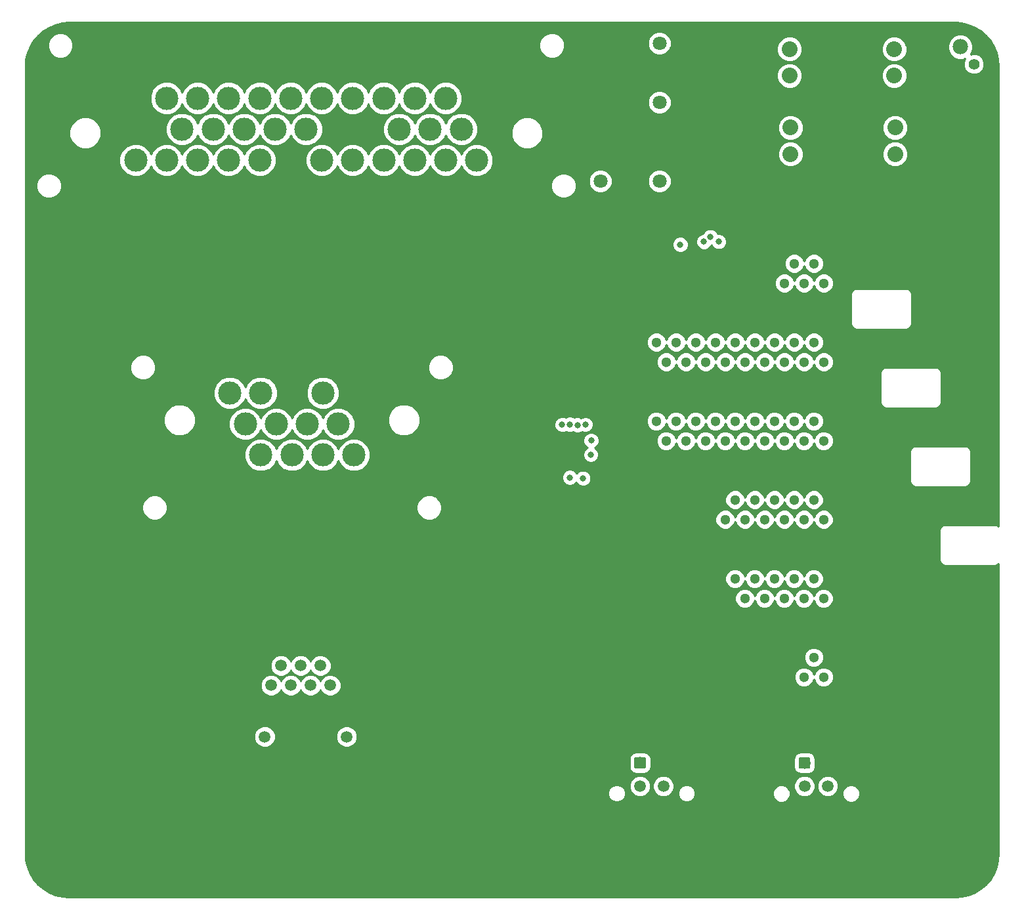
<source format=gbl>
G04 #@! TF.GenerationSoftware,KiCad,Pcbnew,5.0.2-bee76a0~70~ubuntu18.04.1*
G04 #@! TF.CreationDate,2020-02-05T16:33:54-05:00*
G04 #@! TF.ProjectId,LV Interface,4c562049-6e74-4657-9266-6163652e6b69,rev?*
G04 #@! TF.SameCoordinates,Original*
G04 #@! TF.FileFunction,Copper,L4,Bot*
G04 #@! TF.FilePolarity,Positive*
%FSLAX46Y46*%
G04 Gerber Fmt 4.6, Leading zero omitted, Abs format (unit mm)*
G04 Created by KiCad (PCBNEW 5.0.2-bee76a0~70~ubuntu18.04.1) date Wed 05 Feb 2020 04:33:54 PM EST*
%MOMM*%
%LPD*%
G01*
G04 APERTURE LIST*
G04 #@! TA.AperFunction,ComponentPad*
%ADD10C,3.000000*%
G04 #@! TD*
G04 #@! TA.AperFunction,Conductor*
%ADD11C,0.100000*%
G04 #@! TD*
G04 #@! TA.AperFunction,ComponentPad*
%ADD12C,1.500000*%
G04 #@! TD*
G04 #@! TA.AperFunction,ComponentPad*
%ADD13C,1.300000*%
G04 #@! TD*
G04 #@! TA.AperFunction,ComponentPad*
%ADD14C,1.397000*%
G04 #@! TD*
G04 #@! TA.AperFunction,ComponentPad*
%ADD15C,1.981000*%
G04 #@! TD*
G04 #@! TA.AperFunction,ComponentPad*
%ADD16C,1.800000*%
G04 #@! TD*
G04 #@! TA.AperFunction,ComponentPad*
%ADD17C,2.750000*%
G04 #@! TD*
G04 #@! TA.AperFunction,ComponentPad*
%ADD18C,2.032000*%
G04 #@! TD*
G04 #@! TA.AperFunction,ViaPad*
%ADD19C,0.800000*%
G04 #@! TD*
G04 #@! TA.AperFunction,ViaPad*
%ADD20C,0.609600*%
G04 #@! TD*
G04 #@! TA.AperFunction,Conductor*
%ADD21C,0.152400*%
G04 #@! TD*
G04 #@! TA.AperFunction,Conductor*
%ADD22C,0.254000*%
G04 #@! TD*
G04 APERTURE END LIST*
D10*
G04 #@! TO.P,J1,31*
G04 #@! TO.N,/COOLING PUMP LSD*
X48050000Y-33980000D03*
G04 #@! TO.P,J1,25*
G04 #@! TO.N,/E-STOP-R > BSPD*
X72050000Y-33980000D03*
G04 #@! TO.P,J1,26*
G04 #@! TO.N,/FUSE > E-STOP-L*
X68050000Y-33980000D03*
G04 #@! TO.P,J1,27*
G04 #@! TO.N,/GLVMS>FUSE*
X64050000Y-33980000D03*
G04 #@! TO.P,J1,28*
G04 #@! TO.N,/BATT+*
X60050000Y-33980000D03*
G04 #@! TO.P,J1,29*
X56050000Y-33980000D03*
G04 #@! TO.P,J1,30*
G04 #@! TO.N,GND*
X52050000Y-33980000D03*
G04 #@! TO.P,J1,14*
G04 #@! TO.N,/CAN -*
X70050000Y-29980000D03*
G04 #@! TO.P,J1,15*
G04 #@! TO.N,/12V*
X66050000Y-29980000D03*
G04 #@! TO.P,J1,17*
G04 #@! TO.N,GND*
X58050000Y-29980000D03*
G04 #@! TO.P,J1,16*
X62050000Y-29980000D03*
G04 #@! TO.P,J1,18*
G04 #@! TO.N,/RADIATOR TEMP +*
X54050000Y-29980000D03*
G04 #@! TO.P,J1,19*
G04 #@! TO.N,/RADIATOR TEMP -*
X50050000Y-29980000D03*
G04 #@! TO.P,J1,7*
G04 #@! TO.N,/EXTRA TEMP 3 +*
X52050000Y-25980000D03*
G04 #@! TO.P,J1,6*
G04 #@! TO.N,/EXTRA TEMP 2 -*
X56050000Y-25980000D03*
G04 #@! TO.P,J1,4*
G04 #@! TO.N,/EXTRA TEMP 1 -*
X64050000Y-25980000D03*
G04 #@! TO.P,J1,5*
G04 #@! TO.N,/EXTRA TEMP 2 +*
X60050000Y-25980000D03*
G04 #@! TO.P,J1,3*
G04 #@! TO.N,/EXTRA TEMP 1 +*
X68050000Y-25980000D03*
G04 #@! TO.P,J1,2*
G04 #@! TO.N,/12V*
X72050000Y-25980000D03*
G04 #@! TO.P,J1,24*
G04 #@! TO.N,/BSPD > IS*
X76050000Y-33980000D03*
G04 #@! TO.P,J1,13*
G04 #@! TO.N,/CAN +*
X74050000Y-29980000D03*
G04 #@! TO.P,J1,1*
G04 #@! TO.N,GND*
X76050000Y-25980000D03*
G04 #@! TO.P,J1,8*
G04 #@! TO.N,/EXTRA TEMP 3 -*
X48050000Y-25980000D03*
G04 #@! TO.P,J1,20*
G04 #@! TO.N,/12V*
X46050000Y-29980000D03*
G04 #@! TO.P,J1,32*
G04 #@! TO.N,/MOTOR TEMP +*
X44050000Y-33980000D03*
G04 #@! TO.P,J1,9*
G04 #@! TO.N,/EXTRA TEMP 4 +*
X44050000Y-25980000D03*
G04 #@! TO.P,J1,33*
G04 #@! TO.N,/MOTOR TEMP -*
X40050000Y-33980000D03*
G04 #@! TO.P,J1,21*
G04 #@! TO.N,/CAN +*
X42050000Y-29980000D03*
G04 #@! TO.P,J1,10*
G04 #@! TO.N,/EXTRA TEMP 4 -*
X40050000Y-25980000D03*
G04 #@! TO.P,J1,34*
G04 #@! TO.N,/MC TEMP +*
X36050000Y-33980000D03*
G04 #@! TO.P,J1,22*
G04 #@! TO.N,/CAN -*
X38050000Y-29980000D03*
G04 #@! TO.P,J1,11*
G04 #@! TO.N,/12V*
X36050000Y-25980000D03*
G04 #@! TO.P,J1,35*
G04 #@! TO.N,/MC TEMP -*
X32050000Y-33980000D03*
G04 #@! TO.P,J1,23*
G04 #@! TO.N,GND*
X34050000Y-29980000D03*
G04 #@! TO.P,J1,12*
X32050000Y-25980000D03*
G04 #@! TD*
G04 #@! TO.P,J2,11*
G04 #@! TO.N,/CAN -*
X48201220Y-64010660D03*
G04 #@! TO.P,J2,12*
G04 #@! TO.N,GND*
X52201220Y-64010660D03*
G04 #@! TO.P,J2,13*
G04 #@! TO.N,/12V*
X56201220Y-64010660D03*
G04 #@! TO.P,J2,14*
G04 #@! TO.N,GND*
X60201220Y-64010660D03*
G04 #@! TO.P,J2,7*
G04 #@! TO.N,/BRAKE PRESSURE +*
X50201220Y-68010660D03*
G04 #@! TO.P,J2,8*
G04 #@! TO.N,/BRAKE PRESSURE SENSE*
X54201220Y-68010660D03*
G04 #@! TO.P,J2,9*
G04 #@! TO.N,/BRAKE PRESSURE -*
X58201220Y-68010660D03*
G04 #@! TO.P,J2,4*
G04 #@! TO.N,/BSPD TEST SWITCH*
X56201220Y-72010660D03*
G04 #@! TO.P,J2,5*
G04 #@! TO.N,/5V*
X60201220Y-72010660D03*
G04 #@! TO.P,J2,3*
G04 #@! TO.N,/BRAKELIGHT LSD*
X52201220Y-72010660D03*
G04 #@! TO.P,J2,2*
G04 #@! TO.N,/12V*
X48201220Y-72010660D03*
G04 #@! TO.P,J2,10*
G04 #@! TO.N,/CAN +*
X44201220Y-64010660D03*
G04 #@! TO.P,J2,6*
G04 #@! TO.N,/BSPD CURRENT SENSE*
X46201220Y-68010660D03*
G04 #@! TO.P,J2,1*
G04 #@! TO.N,GND*
X44201220Y-72010660D03*
G04 #@! TD*
D11*
G04 #@! TO.N,/12V*
G04 #@! TO.C,J3*
G36*
X118850404Y-111003584D02*
X118874673Y-111007184D01*
X118898471Y-111013145D01*
X118921571Y-111021410D01*
X118943749Y-111031900D01*
X118964793Y-111044513D01*
X118984498Y-111059127D01*
X119002677Y-111075603D01*
X119019153Y-111093782D01*
X119033767Y-111113487D01*
X119046380Y-111134531D01*
X119056870Y-111156709D01*
X119065135Y-111179809D01*
X119071096Y-111203607D01*
X119074696Y-111227876D01*
X119075900Y-111252380D01*
X119075900Y-112252380D01*
X119074696Y-112276884D01*
X119071096Y-112301153D01*
X119065135Y-112324951D01*
X119056870Y-112348051D01*
X119046380Y-112370229D01*
X119033767Y-112391273D01*
X119019153Y-112410978D01*
X119002677Y-112429157D01*
X118984498Y-112445633D01*
X118964793Y-112460247D01*
X118943749Y-112472860D01*
X118921571Y-112483350D01*
X118898471Y-112491615D01*
X118874673Y-112497576D01*
X118850404Y-112501176D01*
X118825900Y-112502380D01*
X117825900Y-112502380D01*
X117801396Y-112501176D01*
X117777127Y-112497576D01*
X117753329Y-112491615D01*
X117730229Y-112483350D01*
X117708051Y-112472860D01*
X117687007Y-112460247D01*
X117667302Y-112445633D01*
X117649123Y-112429157D01*
X117632647Y-112410978D01*
X117618033Y-112391273D01*
X117605420Y-112370229D01*
X117594930Y-112348051D01*
X117586665Y-112324951D01*
X117580704Y-112301153D01*
X117577104Y-112276884D01*
X117575900Y-112252380D01*
X117575900Y-111252380D01*
X117577104Y-111227876D01*
X117580704Y-111203607D01*
X117586665Y-111179809D01*
X117594930Y-111156709D01*
X117605420Y-111134531D01*
X117618033Y-111113487D01*
X117632647Y-111093782D01*
X117649123Y-111075603D01*
X117667302Y-111059127D01*
X117687007Y-111044513D01*
X117708051Y-111031900D01*
X117730229Y-111021410D01*
X117753329Y-111013145D01*
X117777127Y-111007184D01*
X117801396Y-111003584D01*
X117825900Y-111002380D01*
X118825900Y-111002380D01*
X118850404Y-111003584D01*
X118850404Y-111003584D01*
G37*
D12*
G04 #@! TD*
G04 #@! TO.P,J3,1*
G04 #@! TO.N,/12V*
X118325900Y-111752380D03*
G04 #@! TO.P,J3,2*
G04 #@! TO.N,GND*
X121325900Y-111752380D03*
G04 #@! TO.P,J3,3*
G04 #@! TO.N,/CAN +*
X118325900Y-114752380D03*
G04 #@! TO.P,J3,4*
G04 #@! TO.N,/CAN -*
X121325900Y-114752380D03*
G04 #@! TD*
D13*
G04 #@! TO.P,J4,20*
G04 #@! TO.N,GND*
X97939860Y-70190360D03*
G04 #@! TO.P,J4,19*
G04 #@! TO.N,/BSPD CURRENT SENSE*
X99209860Y-67650360D03*
G04 #@! TO.P,J4,18*
G04 #@! TO.N,/BSPD > IS*
X100479860Y-70190360D03*
G04 #@! TO.P,J4,17*
G04 #@! TO.N,/BSPD RELAY LSD*
X101749860Y-67650360D03*
G04 #@! TO.P,J4,16*
G04 #@! TO.N,/RJ45 LED O*
X103019860Y-70190360D03*
G04 #@! TO.P,J4,15*
G04 #@! TO.N,/RJ45 LED G*
X104289860Y-67650360D03*
G04 #@! TO.P,J4,14*
G04 #@! TO.N,/BSPD TEST SWITCH*
X105559860Y-70190360D03*
G04 #@! TO.P,J4,13*
G04 #@! TO.N,/BRAKELIGHT LSD*
X106829860Y-67650360D03*
G04 #@! TO.P,J4,12*
G04 #@! TO.N,/BRAKE PRESSURE -*
X108099860Y-70190360D03*
G04 #@! TO.P,J4,11*
G04 #@! TO.N,/BRAKE PRESSURE SENSE*
X109369860Y-67650360D03*
G04 #@! TO.P,J4,10*
G04 #@! TO.N,/BRAKE PRESSURE +*
X110639860Y-70190360D03*
G04 #@! TO.P,J4,9*
G04 #@! TO.N,/RESET*
X111909860Y-67650360D03*
G04 #@! TO.P,J4,8*
G04 #@! TO.N,/SCK*
X113179860Y-70190360D03*
G04 #@! TO.P,J4,6*
G04 #@! TO.N,/MISO*
X115719860Y-70190360D03*
G04 #@! TO.P,J4,4*
G04 #@! TO.N,/CAN -*
X118259860Y-70190360D03*
G04 #@! TO.P,J4,2*
G04 #@! TO.N,/12V*
X120799860Y-70190360D03*
G04 #@! TO.P,J4,7*
G04 #@! TO.N,/MOSI*
X114449860Y-67650360D03*
G04 #@! TO.P,J4,1*
G04 #@! TO.N,GND*
X122069860Y-67650360D03*
G04 #@! TO.P,J4,3*
G04 #@! TO.N,/CAN +*
X119529860Y-67650360D03*
G04 #@! TO.P,J4,5*
G04 #@! TO.N,/5V*
X116989860Y-67650360D03*
G04 #@! TD*
G04 #@! TO.P,J5,5*
G04 #@! TO.N,/5V_GLV*
X116977160Y-77800200D03*
G04 #@! TO.P,J5,3*
G04 #@! TO.N,/CAN +*
X119517160Y-77800200D03*
G04 #@! TO.P,J5,1*
G04 #@! TO.N,GND*
X122057160Y-77800200D03*
G04 #@! TO.P,J5,7*
G04 #@! TO.N,/SCL_GLV*
X114437160Y-77800200D03*
G04 #@! TO.P,J5,2*
G04 #@! TO.N,/12V*
X120787160Y-80340200D03*
G04 #@! TO.P,J5,4*
G04 #@! TO.N,/CAN -*
X118247160Y-80340200D03*
G04 #@! TO.P,J5,6*
G04 #@! TO.N,/SDA_GLV*
X115707160Y-80340200D03*
G04 #@! TO.P,J5,8*
G04 #@! TO.N,/MISO_GLV*
X113167160Y-80340200D03*
G04 #@! TO.P,J5,9*
G04 #@! TO.N,/MOSI_GLV*
X111897160Y-77800200D03*
G04 #@! TO.P,J5,10*
G04 #@! TO.N,/CS_GLV*
X110627160Y-80340200D03*
G04 #@! TO.P,J5,11*
G04 #@! TO.N,/SCK_GLV*
X109357160Y-77800200D03*
G04 #@! TO.P,J5,12*
G04 #@! TO.N,/ALERT_GLV*
X108087160Y-80340200D03*
G04 #@! TO.P,J5,13*
G04 #@! TO.N,GND*
X106817160Y-77800200D03*
G04 #@! TO.P,J5,14*
X105547160Y-80340200D03*
G04 #@! TO.P,J5,15*
X104277160Y-77800200D03*
G04 #@! TO.P,J5,16*
X103007160Y-80340200D03*
G04 #@! TO.P,J5,17*
X101737160Y-77800200D03*
G04 #@! TO.P,J5,18*
X100467160Y-80340200D03*
G04 #@! TO.P,J5,19*
X99197160Y-77800200D03*
G04 #@! TO.P,J5,20*
X97927160Y-80340200D03*
G04 #@! TD*
G04 #@! TO.P,J6,5*
G04 #@! TO.N,/COOLING PUMP LSD*
X116987320Y-57472580D03*
G04 #@! TO.P,J6,3*
G04 #@! TO.N,/CAN +*
X119527320Y-57472580D03*
G04 #@! TO.P,J6,1*
G04 #@! TO.N,GND*
X122067320Y-57472580D03*
G04 #@! TO.P,J6,7*
G04 #@! TO.N,/RADIATOR TEMP -*
X114447320Y-57472580D03*
G04 #@! TO.P,J6,2*
G04 #@! TO.N,/12V*
X120797320Y-60012580D03*
G04 #@! TO.P,J6,4*
G04 #@! TO.N,/CAN -*
X118257320Y-60012580D03*
G04 #@! TO.P,J6,6*
G04 #@! TO.N,/RADIATOR TEMP +*
X115717320Y-60012580D03*
G04 #@! TO.P,J6,8*
G04 #@! TO.N,/MOTOR TEMP +*
X113177320Y-60012580D03*
G04 #@! TO.P,J6,9*
G04 #@! TO.N,/MOTOR TEMP -*
X111907320Y-57472580D03*
G04 #@! TO.P,J6,10*
G04 #@! TO.N,/MC TEMP +*
X110637320Y-60012580D03*
G04 #@! TO.P,J6,11*
G04 #@! TO.N,/MC TEMP -*
X109367320Y-57472580D03*
G04 #@! TO.P,J6,12*
G04 #@! TO.N,/EXTRA TEMP 1 +*
X108097320Y-60012580D03*
G04 #@! TO.P,J6,13*
G04 #@! TO.N,/EXTRA TEMP 1 -*
X106827320Y-57472580D03*
G04 #@! TO.P,J6,14*
G04 #@! TO.N,/EXTRA TEMP 2 +*
X105557320Y-60012580D03*
G04 #@! TO.P,J6,15*
G04 #@! TO.N,/EXTRA TEMP 2 -*
X104287320Y-57472580D03*
G04 #@! TO.P,J6,16*
G04 #@! TO.N,/EXTRA TEMP 3 +*
X103017320Y-60012580D03*
G04 #@! TO.P,J6,17*
G04 #@! TO.N,/EXTRA TEMP 3 -*
X101747320Y-57472580D03*
G04 #@! TO.P,J6,18*
G04 #@! TO.N,/EXTRA TEMP 4 +*
X100477320Y-60012580D03*
G04 #@! TO.P,J6,19*
G04 #@! TO.N,/EXTRA TEMP 4 -*
X99207320Y-57472580D03*
G04 #@! TO.P,J6,20*
G04 #@! TO.N,GND*
X97937320Y-60012580D03*
G04 #@! TD*
G04 #@! TO.P,J7,5*
G04 #@! TO.N,/E-STOP-R > BSPD*
X116984780Y-47320200D03*
G04 #@! TO.P,J7,3*
G04 #@! TO.N,/CAN +*
X119524780Y-47320200D03*
G04 #@! TO.P,J7,1*
G04 #@! TO.N,GND*
X122064780Y-47320200D03*
G04 #@! TO.P,J7,7*
X114444780Y-47320200D03*
G04 #@! TO.P,J7,2*
G04 #@! TO.N,/12V*
X120794780Y-49860200D03*
G04 #@! TO.P,J7,4*
G04 #@! TO.N,/CAN -*
X118254780Y-49860200D03*
G04 #@! TO.P,J7,6*
G04 #@! TO.N,/FUSE > E-STOP-L*
X115714780Y-49860200D03*
G04 #@! TO.P,J7,8*
G04 #@! TO.N,GND*
X113174780Y-49860200D03*
G04 #@! TO.P,J7,9*
X111904780Y-47320200D03*
G04 #@! TO.P,J7,10*
X110634780Y-49860200D03*
G04 #@! TO.P,J7,11*
X109364780Y-47320200D03*
G04 #@! TO.P,J7,12*
X108094780Y-49860200D03*
G04 #@! TO.P,J7,13*
X106824780Y-47320200D03*
G04 #@! TO.P,J7,14*
X105554780Y-49860200D03*
G04 #@! TO.P,J7,15*
X104284780Y-47320200D03*
G04 #@! TO.P,J7,16*
X103014780Y-49860200D03*
G04 #@! TO.P,J7,17*
X101744780Y-47320200D03*
G04 #@! TO.P,J7,18*
X100474780Y-49860200D03*
G04 #@! TO.P,J7,19*
X99204780Y-47320200D03*
G04 #@! TO.P,J7,20*
X97934780Y-49860200D03*
G04 #@! TD*
D14*
G04 #@! TO.P,J8,2*
G04 #@! TO.N,GND*
X136679940Y-21592540D03*
G04 #@! TO.P,J8,1*
G04 #@! TO.N,/BATT+*
X140179940Y-21592540D03*
D15*
G04 #@! TO.P,J8,*
G04 #@! TO.N,*
X138429940Y-19362540D03*
G04 #@! TD*
D13*
G04 #@! TO.P,J9,5*
G04 #@! TO.N,GND*
X116989860Y-98132900D03*
G04 #@! TO.P,J9,3*
G04 #@! TO.N,/CAN +*
X119529860Y-98132900D03*
G04 #@! TO.P,J9,1*
G04 #@! TO.N,GND*
X122069860Y-98132900D03*
G04 #@! TO.P,J9,7*
X114449860Y-98132900D03*
G04 #@! TO.P,J9,2*
G04 #@! TO.N,/12V*
X120799860Y-100672900D03*
G04 #@! TO.P,J9,4*
G04 #@! TO.N,/CAN -*
X118259860Y-100672900D03*
G04 #@! TO.P,J9,6*
G04 #@! TO.N,GND*
X115719860Y-100672900D03*
G04 #@! TO.P,J9,8*
X113179860Y-100672900D03*
G04 #@! TO.P,J9,9*
X111909860Y-98132900D03*
G04 #@! TO.P,J9,10*
X110639860Y-100672900D03*
G04 #@! TO.P,J9,11*
X109369860Y-98132900D03*
G04 #@! TO.P,J9,12*
X108099860Y-100672900D03*
G04 #@! TO.P,J9,13*
X106829860Y-98132900D03*
G04 #@! TO.P,J9,14*
X105559860Y-100672900D03*
G04 #@! TO.P,J9,15*
X104289860Y-98132900D03*
G04 #@! TO.P,J9,16*
X103019860Y-100672900D03*
G04 #@! TO.P,J9,17*
X101749860Y-98132900D03*
G04 #@! TO.P,J9,18*
X100479860Y-100672900D03*
G04 #@! TO.P,J9,19*
X99209860Y-98132900D03*
G04 #@! TO.P,J9,20*
X97939860Y-100672900D03*
G04 #@! TD*
D12*
G04 #@! TO.P,J11,4*
G04 #@! TO.N,/CAN -*
X100119440Y-114739680D03*
G04 #@! TO.P,J11,3*
G04 #@! TO.N,/CAN +*
X97119440Y-114739680D03*
G04 #@! TO.P,J11,2*
G04 #@! TO.N,GND*
X100119440Y-111739680D03*
D11*
G04 #@! TD*
G04 #@! TO.N,/12V*
G04 #@! TO.C,J11*
G36*
X97643944Y-110990884D02*
X97668213Y-110994484D01*
X97692011Y-111000445D01*
X97715111Y-111008710D01*
X97737289Y-111019200D01*
X97758333Y-111031813D01*
X97778038Y-111046427D01*
X97796217Y-111062903D01*
X97812693Y-111081082D01*
X97827307Y-111100787D01*
X97839920Y-111121831D01*
X97850410Y-111144009D01*
X97858675Y-111167109D01*
X97864636Y-111190907D01*
X97868236Y-111215176D01*
X97869440Y-111239680D01*
X97869440Y-112239680D01*
X97868236Y-112264184D01*
X97864636Y-112288453D01*
X97858675Y-112312251D01*
X97850410Y-112335351D01*
X97839920Y-112357529D01*
X97827307Y-112378573D01*
X97812693Y-112398278D01*
X97796217Y-112416457D01*
X97778038Y-112432933D01*
X97758333Y-112447547D01*
X97737289Y-112460160D01*
X97715111Y-112470650D01*
X97692011Y-112478915D01*
X97668213Y-112484876D01*
X97643944Y-112488476D01*
X97619440Y-112489680D01*
X96619440Y-112489680D01*
X96594936Y-112488476D01*
X96570667Y-112484876D01*
X96546869Y-112478915D01*
X96523769Y-112470650D01*
X96501591Y-112460160D01*
X96480547Y-112447547D01*
X96460842Y-112432933D01*
X96442663Y-112416457D01*
X96426187Y-112398278D01*
X96411573Y-112378573D01*
X96398960Y-112357529D01*
X96388470Y-112335351D01*
X96380205Y-112312251D01*
X96374244Y-112288453D01*
X96370644Y-112264184D01*
X96369440Y-112239680D01*
X96369440Y-111239680D01*
X96370644Y-111215176D01*
X96374244Y-111190907D01*
X96380205Y-111167109D01*
X96388470Y-111144009D01*
X96398960Y-111121831D01*
X96411573Y-111100787D01*
X96426187Y-111081082D01*
X96442663Y-111062903D01*
X96460842Y-111046427D01*
X96480547Y-111031813D01*
X96501591Y-111019200D01*
X96523769Y-111008710D01*
X96546869Y-111000445D01*
X96570667Y-110994484D01*
X96594936Y-110990884D01*
X96619440Y-110989680D01*
X97619440Y-110989680D01*
X97643944Y-110990884D01*
X97643944Y-110990884D01*
G37*
D12*
G04 #@! TO.P,J11,1*
G04 #@! TO.N,/12V*
X97119440Y-111739680D03*
G04 #@! TD*
D13*
G04 #@! TO.P,J12,20*
G04 #@! TO.N,GND*
X97927160Y-90515440D03*
G04 #@! TO.P,J12,19*
X99197160Y-87975440D03*
G04 #@! TO.P,J12,18*
X100467160Y-90515440D03*
G04 #@! TO.P,J12,17*
X101737160Y-87975440D03*
G04 #@! TO.P,J12,16*
X103007160Y-90515440D03*
G04 #@! TO.P,J12,15*
X104277160Y-87975440D03*
G04 #@! TO.P,J12,14*
X105547160Y-90515440D03*
G04 #@! TO.P,J12,13*
X106817160Y-87975440D03*
G04 #@! TO.P,J12,12*
X108087160Y-90515440D03*
G04 #@! TO.P,J12,11*
G04 #@! TO.N,/SCK_GLV*
X109357160Y-87975440D03*
G04 #@! TO.P,J12,10*
G04 #@! TO.N,/CS_GLV*
X110627160Y-90515440D03*
G04 #@! TO.P,J12,9*
G04 #@! TO.N,/MOSI_GLV*
X111897160Y-87975440D03*
G04 #@! TO.P,J12,8*
G04 #@! TO.N,/MISO_GLV*
X113167160Y-90515440D03*
G04 #@! TO.P,J12,6*
G04 #@! TO.N,/SDA_GLV*
X115707160Y-90515440D03*
G04 #@! TO.P,J12,4*
G04 #@! TO.N,/CAN -*
X118247160Y-90515440D03*
G04 #@! TO.P,J12,2*
G04 #@! TO.N,/12V*
X120787160Y-90515440D03*
G04 #@! TO.P,J12,7*
G04 #@! TO.N,/SCL_GLV*
X114437160Y-87975440D03*
G04 #@! TO.P,J12,1*
G04 #@! TO.N,GND*
X122057160Y-87975440D03*
G04 #@! TO.P,J12,3*
G04 #@! TO.N,/CAN +*
X119517160Y-87975440D03*
G04 #@! TO.P,J12,5*
G04 #@! TO.N,/5V_GLV*
X116977160Y-87975440D03*
G04 #@! TD*
D16*
G04 #@! TO.P,K1,1*
G04 #@! TO.N,/BSPD RELAY LSD*
X99626420Y-36680140D03*
G04 #@! TO.P,K1,2*
G04 #@! TO.N,/BSPD > IS*
X99626420Y-26520140D03*
G04 #@! TO.P,K1,3*
G04 #@! TO.N,/E-STOP-R > BSPD*
X99626420Y-18900140D03*
G04 #@! TO.P,K1,5*
G04 #@! TO.N,/12V*
X92006420Y-36680140D03*
G04 #@! TD*
D12*
G04 #@! TO.P,U1,12*
G04 #@! TO.N,/RJ45 LED G*
X59268360Y-108364020D03*
G04 #@! TO.P,U1,11*
G04 #@! TO.N,GND*
X56728360Y-108364020D03*
G04 #@! TO.P,U1,9*
X46168360Y-108364020D03*
G04 #@! TO.P,U1,10*
G04 #@! TO.N,/RJ45 LED O*
X48708360Y-108364020D03*
G04 #@! TO.P,U1,1*
G04 #@! TO.N,/CAN -*
X57168360Y-101734020D03*
G04 #@! TO.P,U1,3*
G04 #@! TO.N,/RESET*
X54628360Y-101734020D03*
G04 #@! TO.P,U1,5*
G04 #@! TO.N,/MISO*
X52088360Y-101734020D03*
G04 #@! TO.P,U1,7*
G04 #@! TO.N,/5V*
X49548360Y-101734020D03*
G04 #@! TO.P,U1,2*
G04 #@! TO.N,/CAN +*
X55898360Y-99194020D03*
G04 #@! TO.P,U1,4*
G04 #@! TO.N,/SCK*
X53358360Y-99194020D03*
G04 #@! TO.P,U1,6*
G04 #@! TO.N,/MOSI*
X50818360Y-99194020D03*
G04 #@! TO.P,U1,8*
G04 #@! TO.N,GND*
X48278360Y-99194020D03*
D17*
G04 #@! TO.P,U1,13*
X59668360Y-103614020D03*
G04 #@! TO.P,U1,14*
X45768360Y-103614020D03*
G04 #@! TD*
D18*
G04 #@! TO.P,U2,1*
G04 #@! TO.N,/GLVMS>FUSE*
X130008580Y-29783300D03*
X130008580Y-33183300D03*
G04 #@! TO.P,U2,2*
G04 #@! TO.N,/12V_Fused*
X116508580Y-33183300D03*
X116508580Y-29783300D03*
G04 #@! TD*
G04 #@! TO.P,U3,2*
G04 #@! TO.N,/FUSE > E-STOP-L*
X116409520Y-19663940D03*
X116409520Y-23063940D03*
G04 #@! TO.P,U3,1*
G04 #@! TO.N,/GLVMS>FUSE*
X129909520Y-23063940D03*
X129909520Y-19663940D03*
G04 #@! TD*
D19*
G04 #@! TO.N,GND*
X106840020Y-41064180D03*
X103705660Y-40231060D03*
X103715820Y-41424860D03*
D20*
X104084120Y-30180280D03*
X105343960Y-31432500D03*
X102966520Y-31356300D03*
X104310180Y-32466280D03*
X103068120Y-33787080D03*
X105628440Y-33682940D03*
X104310180Y-34871660D03*
X103225600Y-36088320D03*
X102483920Y-19324320D03*
X105280460Y-19342100D03*
X102552500Y-21127720D03*
X105247440Y-21005800D03*
X102552500Y-22979380D03*
X105384600Y-22946360D03*
X108318300Y-23116540D03*
X106911140Y-24335740D03*
X103959660Y-24198580D03*
X103855520Y-22070060D03*
X103753920Y-20045680D03*
D19*
X140436600Y-31861760D03*
D20*
X85793580Y-102189280D03*
X79659480Y-102201980D03*
D19*
G04 #@! TO.N,/5V_GLV*
X106187240Y-43868340D03*
X87053420Y-68105020D03*
X88056720Y-74927460D03*
G04 #@! TO.N,/SDA_GLV*
X105366820Y-44505880D03*
X88052708Y-68066977D03*
X89763638Y-75018900D03*
G04 #@! TO.N,/SCL_GLV*
X107259120Y-44498260D03*
X89048938Y-68153864D03*
X90764359Y-71991220D03*
G04 #@! TO.N,/ALERT_GLV*
X102306120Y-44871640D03*
X90086180Y-68087240D03*
X90810080Y-70147180D03*
G04 #@! TD*
D21*
G04 #@! TO.N,GND*
X85793580Y-102189280D02*
X79672180Y-102189280D01*
X79672180Y-102189280D02*
X79659480Y-102201980D01*
G04 #@! TD*
D22*
G04 #@! TO.N,GND*
G36*
X138627302Y-16307994D02*
X139483711Y-16513600D01*
X140297403Y-16850643D01*
X141048361Y-17310830D01*
X141718081Y-17882826D01*
X142290069Y-18552539D01*
X142750256Y-19303495D01*
X143087301Y-20117191D01*
X143292906Y-20973598D01*
X143364281Y-21880508D01*
X143364280Y-81222541D01*
X143359185Y-81214915D01*
X143116063Y-81052466D01*
X142901668Y-81009820D01*
X142829280Y-80995421D01*
X142756892Y-81009820D01*
X136551668Y-81009820D01*
X136479280Y-80995421D01*
X136406892Y-81009820D01*
X136192497Y-81052466D01*
X135949375Y-81214915D01*
X135786926Y-81458037D01*
X135729881Y-81744820D01*
X135744280Y-81817208D01*
X135744281Y-85482427D01*
X135729881Y-85554820D01*
X135786926Y-85841603D01*
X135949375Y-86084725D01*
X136192497Y-86247174D01*
X136406892Y-86289820D01*
X136479280Y-86304219D01*
X136551668Y-86289820D01*
X142756892Y-86289820D01*
X142829280Y-86304219D01*
X142901668Y-86289820D01*
X143116063Y-86247174D01*
X143359185Y-86084725D01*
X143364280Y-86077099D01*
X143364280Y-123422744D01*
X143292906Y-124329642D01*
X143087301Y-125186049D01*
X142750256Y-125999745D01*
X142290069Y-126750701D01*
X141718081Y-127420414D01*
X141048361Y-127992410D01*
X140297403Y-128452597D01*
X139483711Y-128789640D01*
X138627302Y-128995246D01*
X137720405Y-129066620D01*
X23478156Y-129066620D01*
X22571258Y-128995246D01*
X21714851Y-128789641D01*
X20901155Y-128452596D01*
X20150199Y-127992409D01*
X19480486Y-127420421D01*
X18908490Y-126750701D01*
X18448303Y-125999743D01*
X18111260Y-125186051D01*
X17905654Y-124329642D01*
X17834280Y-123422745D01*
X17834280Y-115453914D01*
X92984440Y-115453914D01*
X92984440Y-115905446D01*
X93157233Y-116322606D01*
X93476514Y-116641887D01*
X93893674Y-116814680D01*
X94345206Y-116814680D01*
X94762366Y-116641887D01*
X95081647Y-116322606D01*
X95254440Y-115905446D01*
X95254440Y-115453914D01*
X95081647Y-115036754D01*
X94762366Y-114717473D01*
X94345206Y-114544680D01*
X93893674Y-114544680D01*
X93476514Y-114717473D01*
X93157233Y-115036754D01*
X92984440Y-115453914D01*
X17834280Y-115453914D01*
X17834280Y-114464186D01*
X95734440Y-114464186D01*
X95734440Y-115015174D01*
X95945293Y-115524220D01*
X96334900Y-115913827D01*
X96843946Y-116124680D01*
X97394934Y-116124680D01*
X97903980Y-115913827D01*
X98293587Y-115524220D01*
X98504440Y-115015174D01*
X98504440Y-114464186D01*
X98734440Y-114464186D01*
X98734440Y-115015174D01*
X98945293Y-115524220D01*
X99334900Y-115913827D01*
X99843946Y-116124680D01*
X100394934Y-116124680D01*
X100903980Y-115913827D01*
X101293587Y-115524220D01*
X101322708Y-115453914D01*
X101984440Y-115453914D01*
X101984440Y-115905446D01*
X102157233Y-116322606D01*
X102476514Y-116641887D01*
X102893674Y-116814680D01*
X103345206Y-116814680D01*
X103762366Y-116641887D01*
X104081647Y-116322606D01*
X104254440Y-115905446D01*
X104254440Y-115466614D01*
X114190900Y-115466614D01*
X114190900Y-115918146D01*
X114363693Y-116335306D01*
X114682974Y-116654587D01*
X115100134Y-116827380D01*
X115551666Y-116827380D01*
X115968826Y-116654587D01*
X116288107Y-116335306D01*
X116460900Y-115918146D01*
X116460900Y-115466614D01*
X116288107Y-115049454D01*
X115968826Y-114730173D01*
X115551666Y-114557380D01*
X115100134Y-114557380D01*
X114682974Y-114730173D01*
X114363693Y-115049454D01*
X114190900Y-115466614D01*
X104254440Y-115466614D01*
X104254440Y-115453914D01*
X104081647Y-115036754D01*
X103762366Y-114717473D01*
X103345206Y-114544680D01*
X102893674Y-114544680D01*
X102476514Y-114717473D01*
X102157233Y-115036754D01*
X101984440Y-115453914D01*
X101322708Y-115453914D01*
X101504440Y-115015174D01*
X101504440Y-114476886D01*
X116940900Y-114476886D01*
X116940900Y-115027874D01*
X117151753Y-115536920D01*
X117541360Y-115926527D01*
X118050406Y-116137380D01*
X118601394Y-116137380D01*
X119110440Y-115926527D01*
X119500047Y-115536920D01*
X119710900Y-115027874D01*
X119710900Y-114476886D01*
X119940900Y-114476886D01*
X119940900Y-115027874D01*
X120151753Y-115536920D01*
X120541360Y-115926527D01*
X121050406Y-116137380D01*
X121601394Y-116137380D01*
X122110440Y-115926527D01*
X122500047Y-115536920D01*
X122529168Y-115466614D01*
X123190900Y-115466614D01*
X123190900Y-115918146D01*
X123363693Y-116335306D01*
X123682974Y-116654587D01*
X124100134Y-116827380D01*
X124551666Y-116827380D01*
X124968826Y-116654587D01*
X125288107Y-116335306D01*
X125460900Y-115918146D01*
X125460900Y-115466614D01*
X125288107Y-115049454D01*
X124968826Y-114730173D01*
X124551666Y-114557380D01*
X124100134Y-114557380D01*
X123682974Y-114730173D01*
X123363693Y-115049454D01*
X123190900Y-115466614D01*
X122529168Y-115466614D01*
X122710900Y-115027874D01*
X122710900Y-114476886D01*
X122500047Y-113967840D01*
X122110440Y-113578233D01*
X121601394Y-113367380D01*
X121050406Y-113367380D01*
X120541360Y-113578233D01*
X120151753Y-113967840D01*
X119940900Y-114476886D01*
X119710900Y-114476886D01*
X119500047Y-113967840D01*
X119110440Y-113578233D01*
X118601394Y-113367380D01*
X118050406Y-113367380D01*
X117541360Y-113578233D01*
X117151753Y-113967840D01*
X116940900Y-114476886D01*
X101504440Y-114476886D01*
X101504440Y-114464186D01*
X101293587Y-113955140D01*
X100903980Y-113565533D01*
X100394934Y-113354680D01*
X99843946Y-113354680D01*
X99334900Y-113565533D01*
X98945293Y-113955140D01*
X98734440Y-114464186D01*
X98504440Y-114464186D01*
X98293587Y-113955140D01*
X97903980Y-113565533D01*
X97394934Y-113354680D01*
X96843946Y-113354680D01*
X96334900Y-113565533D01*
X95945293Y-113955140D01*
X95734440Y-114464186D01*
X17834280Y-114464186D01*
X17834280Y-111239680D01*
X95722000Y-111239680D01*
X95722000Y-112239680D01*
X95790314Y-112583115D01*
X95984854Y-112874266D01*
X96276005Y-113068806D01*
X96619440Y-113137120D01*
X97619440Y-113137120D01*
X97962875Y-113068806D01*
X98254026Y-112874266D01*
X98448566Y-112583115D01*
X98516880Y-112239680D01*
X98516880Y-111252380D01*
X116928460Y-111252380D01*
X116928460Y-112252380D01*
X116996774Y-112595815D01*
X117191314Y-112886966D01*
X117482465Y-113081506D01*
X117825900Y-113149820D01*
X118825900Y-113149820D01*
X119169335Y-113081506D01*
X119460486Y-112886966D01*
X119655026Y-112595815D01*
X119723340Y-112252380D01*
X119723340Y-111252380D01*
X119655026Y-110908945D01*
X119460486Y-110617794D01*
X119169335Y-110423254D01*
X118825900Y-110354940D01*
X117825900Y-110354940D01*
X117482465Y-110423254D01*
X117191314Y-110617794D01*
X116996774Y-110908945D01*
X116928460Y-111252380D01*
X98516880Y-111252380D01*
X98516880Y-111239680D01*
X98448566Y-110896245D01*
X98254026Y-110605094D01*
X97962875Y-110410554D01*
X97619440Y-110342240D01*
X96619440Y-110342240D01*
X96276005Y-110410554D01*
X95984854Y-110605094D01*
X95790314Y-110896245D01*
X95722000Y-111239680D01*
X17834280Y-111239680D01*
X17834280Y-108088526D01*
X47323360Y-108088526D01*
X47323360Y-108639514D01*
X47534213Y-109148560D01*
X47923820Y-109538167D01*
X48432866Y-109749020D01*
X48983854Y-109749020D01*
X49492900Y-109538167D01*
X49882507Y-109148560D01*
X50093360Y-108639514D01*
X50093360Y-108088526D01*
X57883360Y-108088526D01*
X57883360Y-108639514D01*
X58094213Y-109148560D01*
X58483820Y-109538167D01*
X58992866Y-109749020D01*
X59543854Y-109749020D01*
X60052900Y-109538167D01*
X60442507Y-109148560D01*
X60653360Y-108639514D01*
X60653360Y-108088526D01*
X60442507Y-107579480D01*
X60052900Y-107189873D01*
X59543854Y-106979020D01*
X58992866Y-106979020D01*
X58483820Y-107189873D01*
X58094213Y-107579480D01*
X57883360Y-108088526D01*
X50093360Y-108088526D01*
X49882507Y-107579480D01*
X49492900Y-107189873D01*
X48983854Y-106979020D01*
X48432866Y-106979020D01*
X47923820Y-107189873D01*
X47534213Y-107579480D01*
X47323360Y-108088526D01*
X17834280Y-108088526D01*
X17834280Y-101458526D01*
X48163360Y-101458526D01*
X48163360Y-102009514D01*
X48374213Y-102518560D01*
X48763820Y-102908167D01*
X49272866Y-103119020D01*
X49823854Y-103119020D01*
X50332900Y-102908167D01*
X50722507Y-102518560D01*
X50818360Y-102287150D01*
X50914213Y-102518560D01*
X51303820Y-102908167D01*
X51812866Y-103119020D01*
X52363854Y-103119020D01*
X52872900Y-102908167D01*
X53262507Y-102518560D01*
X53358360Y-102287150D01*
X53454213Y-102518560D01*
X53843820Y-102908167D01*
X54352866Y-103119020D01*
X54903854Y-103119020D01*
X55412900Y-102908167D01*
X55802507Y-102518560D01*
X55898360Y-102287150D01*
X55994213Y-102518560D01*
X56383820Y-102908167D01*
X56892866Y-103119020D01*
X57443854Y-103119020D01*
X57952900Y-102908167D01*
X58342507Y-102518560D01*
X58553360Y-102009514D01*
X58553360Y-101458526D01*
X58342507Y-100949480D01*
X57952900Y-100559873D01*
X57608693Y-100417298D01*
X116974860Y-100417298D01*
X116974860Y-100928502D01*
X117170489Y-101400794D01*
X117531966Y-101762271D01*
X118004258Y-101957900D01*
X118515462Y-101957900D01*
X118987754Y-101762271D01*
X119349231Y-101400794D01*
X119529860Y-100964715D01*
X119710489Y-101400794D01*
X120071966Y-101762271D01*
X120544258Y-101957900D01*
X121055462Y-101957900D01*
X121527754Y-101762271D01*
X121889231Y-101400794D01*
X122084860Y-100928502D01*
X122084860Y-100417298D01*
X121889231Y-99945006D01*
X121527754Y-99583529D01*
X121055462Y-99387900D01*
X120544258Y-99387900D01*
X120071966Y-99583529D01*
X119710489Y-99945006D01*
X119529860Y-100381085D01*
X119349231Y-99945006D01*
X118987754Y-99583529D01*
X118515462Y-99387900D01*
X118004258Y-99387900D01*
X117531966Y-99583529D01*
X117170489Y-99945006D01*
X116974860Y-100417298D01*
X57608693Y-100417298D01*
X57443854Y-100349020D01*
X56892866Y-100349020D01*
X56383820Y-100559873D01*
X55994213Y-100949480D01*
X55898360Y-101180890D01*
X55802507Y-100949480D01*
X55412900Y-100559873D01*
X54903854Y-100349020D01*
X54352866Y-100349020D01*
X53843820Y-100559873D01*
X53454213Y-100949480D01*
X53358360Y-101180890D01*
X53262507Y-100949480D01*
X52872900Y-100559873D01*
X52363854Y-100349020D01*
X51812866Y-100349020D01*
X51303820Y-100559873D01*
X50914213Y-100949480D01*
X50818360Y-101180890D01*
X50722507Y-100949480D01*
X50332900Y-100559873D01*
X49823854Y-100349020D01*
X49272866Y-100349020D01*
X48763820Y-100559873D01*
X48374213Y-100949480D01*
X48163360Y-101458526D01*
X17834280Y-101458526D01*
X17834280Y-98918526D01*
X49433360Y-98918526D01*
X49433360Y-99469514D01*
X49644213Y-99978560D01*
X50033820Y-100368167D01*
X50542866Y-100579020D01*
X51093854Y-100579020D01*
X51602900Y-100368167D01*
X51992507Y-99978560D01*
X52088360Y-99747150D01*
X52184213Y-99978560D01*
X52573820Y-100368167D01*
X53082866Y-100579020D01*
X53633854Y-100579020D01*
X54142900Y-100368167D01*
X54532507Y-99978560D01*
X54628360Y-99747150D01*
X54724213Y-99978560D01*
X55113820Y-100368167D01*
X55622866Y-100579020D01*
X56173854Y-100579020D01*
X56682900Y-100368167D01*
X57072507Y-99978560D01*
X57283360Y-99469514D01*
X57283360Y-98918526D01*
X57072507Y-98409480D01*
X56682900Y-98019873D01*
X56338693Y-97877298D01*
X118244860Y-97877298D01*
X118244860Y-98388502D01*
X118440489Y-98860794D01*
X118801966Y-99222271D01*
X119274258Y-99417900D01*
X119785462Y-99417900D01*
X120257754Y-99222271D01*
X120619231Y-98860794D01*
X120814860Y-98388502D01*
X120814860Y-97877298D01*
X120619231Y-97405006D01*
X120257754Y-97043529D01*
X119785462Y-96847900D01*
X119274258Y-96847900D01*
X118801966Y-97043529D01*
X118440489Y-97405006D01*
X118244860Y-97877298D01*
X56338693Y-97877298D01*
X56173854Y-97809020D01*
X55622866Y-97809020D01*
X55113820Y-98019873D01*
X54724213Y-98409480D01*
X54628360Y-98640890D01*
X54532507Y-98409480D01*
X54142900Y-98019873D01*
X53633854Y-97809020D01*
X53082866Y-97809020D01*
X52573820Y-98019873D01*
X52184213Y-98409480D01*
X52088360Y-98640890D01*
X51992507Y-98409480D01*
X51602900Y-98019873D01*
X51093854Y-97809020D01*
X50542866Y-97809020D01*
X50033820Y-98019873D01*
X49644213Y-98409480D01*
X49433360Y-98918526D01*
X17834280Y-98918526D01*
X17834280Y-90259838D01*
X109342160Y-90259838D01*
X109342160Y-90771042D01*
X109537789Y-91243334D01*
X109899266Y-91604811D01*
X110371558Y-91800440D01*
X110882762Y-91800440D01*
X111355054Y-91604811D01*
X111716531Y-91243334D01*
X111897160Y-90807255D01*
X112077789Y-91243334D01*
X112439266Y-91604811D01*
X112911558Y-91800440D01*
X113422762Y-91800440D01*
X113895054Y-91604811D01*
X114256531Y-91243334D01*
X114437160Y-90807255D01*
X114617789Y-91243334D01*
X114979266Y-91604811D01*
X115451558Y-91800440D01*
X115962762Y-91800440D01*
X116435054Y-91604811D01*
X116796531Y-91243334D01*
X116977160Y-90807255D01*
X117157789Y-91243334D01*
X117519266Y-91604811D01*
X117991558Y-91800440D01*
X118502762Y-91800440D01*
X118975054Y-91604811D01*
X119336531Y-91243334D01*
X119517160Y-90807255D01*
X119697789Y-91243334D01*
X120059266Y-91604811D01*
X120531558Y-91800440D01*
X121042762Y-91800440D01*
X121515054Y-91604811D01*
X121876531Y-91243334D01*
X122072160Y-90771042D01*
X122072160Y-90259838D01*
X121876531Y-89787546D01*
X121515054Y-89426069D01*
X121042762Y-89230440D01*
X120531558Y-89230440D01*
X120059266Y-89426069D01*
X119697789Y-89787546D01*
X119517160Y-90223625D01*
X119336531Y-89787546D01*
X118975054Y-89426069D01*
X118502762Y-89230440D01*
X117991558Y-89230440D01*
X117519266Y-89426069D01*
X117157789Y-89787546D01*
X116977160Y-90223625D01*
X116796531Y-89787546D01*
X116435054Y-89426069D01*
X115962762Y-89230440D01*
X115451558Y-89230440D01*
X114979266Y-89426069D01*
X114617789Y-89787546D01*
X114437160Y-90223625D01*
X114256531Y-89787546D01*
X113895054Y-89426069D01*
X113422762Y-89230440D01*
X112911558Y-89230440D01*
X112439266Y-89426069D01*
X112077789Y-89787546D01*
X111897160Y-90223625D01*
X111716531Y-89787546D01*
X111355054Y-89426069D01*
X110882762Y-89230440D01*
X110371558Y-89230440D01*
X109899266Y-89426069D01*
X109537789Y-89787546D01*
X109342160Y-90259838D01*
X17834280Y-90259838D01*
X17834280Y-87719838D01*
X108072160Y-87719838D01*
X108072160Y-88231042D01*
X108267789Y-88703334D01*
X108629266Y-89064811D01*
X109101558Y-89260440D01*
X109612762Y-89260440D01*
X110085054Y-89064811D01*
X110446531Y-88703334D01*
X110627160Y-88267255D01*
X110807789Y-88703334D01*
X111169266Y-89064811D01*
X111641558Y-89260440D01*
X112152762Y-89260440D01*
X112625054Y-89064811D01*
X112986531Y-88703334D01*
X113167160Y-88267255D01*
X113347789Y-88703334D01*
X113709266Y-89064811D01*
X114181558Y-89260440D01*
X114692762Y-89260440D01*
X115165054Y-89064811D01*
X115526531Y-88703334D01*
X115707160Y-88267255D01*
X115887789Y-88703334D01*
X116249266Y-89064811D01*
X116721558Y-89260440D01*
X117232762Y-89260440D01*
X117705054Y-89064811D01*
X118066531Y-88703334D01*
X118247160Y-88267255D01*
X118427789Y-88703334D01*
X118789266Y-89064811D01*
X119261558Y-89260440D01*
X119772762Y-89260440D01*
X120245054Y-89064811D01*
X120606531Y-88703334D01*
X120802160Y-88231042D01*
X120802160Y-87719838D01*
X120606531Y-87247546D01*
X120245054Y-86886069D01*
X119772762Y-86690440D01*
X119261558Y-86690440D01*
X118789266Y-86886069D01*
X118427789Y-87247546D01*
X118247160Y-87683625D01*
X118066531Y-87247546D01*
X117705054Y-86886069D01*
X117232762Y-86690440D01*
X116721558Y-86690440D01*
X116249266Y-86886069D01*
X115887789Y-87247546D01*
X115707160Y-87683625D01*
X115526531Y-87247546D01*
X115165054Y-86886069D01*
X114692762Y-86690440D01*
X114181558Y-86690440D01*
X113709266Y-86886069D01*
X113347789Y-87247546D01*
X113167160Y-87683625D01*
X112986531Y-87247546D01*
X112625054Y-86886069D01*
X112152762Y-86690440D01*
X111641558Y-86690440D01*
X111169266Y-86886069D01*
X110807789Y-87247546D01*
X110627160Y-87683625D01*
X110446531Y-87247546D01*
X110085054Y-86886069D01*
X109612762Y-86690440D01*
X109101558Y-86690440D01*
X108629266Y-86886069D01*
X108267789Y-87247546D01*
X108072160Y-87719838D01*
X17834280Y-87719838D01*
X17834280Y-78485438D01*
X32866220Y-78485438D01*
X32866220Y-79135882D01*
X33115134Y-79736813D01*
X33575067Y-80196746D01*
X34175998Y-80445660D01*
X34826442Y-80445660D01*
X35427373Y-80196746D01*
X35887306Y-79736813D01*
X36136220Y-79135882D01*
X36136220Y-78485438D01*
X68266220Y-78485438D01*
X68266220Y-79135882D01*
X68515134Y-79736813D01*
X68975067Y-80196746D01*
X69575998Y-80445660D01*
X70226442Y-80445660D01*
X70827373Y-80196746D01*
X70939521Y-80084598D01*
X106802160Y-80084598D01*
X106802160Y-80595802D01*
X106997789Y-81068094D01*
X107359266Y-81429571D01*
X107831558Y-81625200D01*
X108342762Y-81625200D01*
X108815054Y-81429571D01*
X109176531Y-81068094D01*
X109357160Y-80632015D01*
X109537789Y-81068094D01*
X109899266Y-81429571D01*
X110371558Y-81625200D01*
X110882762Y-81625200D01*
X111355054Y-81429571D01*
X111716531Y-81068094D01*
X111897160Y-80632015D01*
X112077789Y-81068094D01*
X112439266Y-81429571D01*
X112911558Y-81625200D01*
X113422762Y-81625200D01*
X113895054Y-81429571D01*
X114256531Y-81068094D01*
X114437160Y-80632015D01*
X114617789Y-81068094D01*
X114979266Y-81429571D01*
X115451558Y-81625200D01*
X115962762Y-81625200D01*
X116435054Y-81429571D01*
X116796531Y-81068094D01*
X116977160Y-80632015D01*
X117157789Y-81068094D01*
X117519266Y-81429571D01*
X117991558Y-81625200D01*
X118502762Y-81625200D01*
X118975054Y-81429571D01*
X119336531Y-81068094D01*
X119517160Y-80632015D01*
X119697789Y-81068094D01*
X120059266Y-81429571D01*
X120531558Y-81625200D01*
X121042762Y-81625200D01*
X121515054Y-81429571D01*
X121876531Y-81068094D01*
X122072160Y-80595802D01*
X122072160Y-80084598D01*
X121876531Y-79612306D01*
X121515054Y-79250829D01*
X121042762Y-79055200D01*
X120531558Y-79055200D01*
X120059266Y-79250829D01*
X119697789Y-79612306D01*
X119517160Y-80048385D01*
X119336531Y-79612306D01*
X118975054Y-79250829D01*
X118502762Y-79055200D01*
X117991558Y-79055200D01*
X117519266Y-79250829D01*
X117157789Y-79612306D01*
X116977160Y-80048385D01*
X116796531Y-79612306D01*
X116435054Y-79250829D01*
X115962762Y-79055200D01*
X115451558Y-79055200D01*
X114979266Y-79250829D01*
X114617789Y-79612306D01*
X114437160Y-80048385D01*
X114256531Y-79612306D01*
X113895054Y-79250829D01*
X113422762Y-79055200D01*
X112911558Y-79055200D01*
X112439266Y-79250829D01*
X112077789Y-79612306D01*
X111897160Y-80048385D01*
X111716531Y-79612306D01*
X111355054Y-79250829D01*
X110882762Y-79055200D01*
X110371558Y-79055200D01*
X109899266Y-79250829D01*
X109537789Y-79612306D01*
X109357160Y-80048385D01*
X109176531Y-79612306D01*
X108815054Y-79250829D01*
X108342762Y-79055200D01*
X107831558Y-79055200D01*
X107359266Y-79250829D01*
X106997789Y-79612306D01*
X106802160Y-80084598D01*
X70939521Y-80084598D01*
X71287306Y-79736813D01*
X71536220Y-79135882D01*
X71536220Y-78485438D01*
X71287306Y-77884507D01*
X70947397Y-77544598D01*
X108072160Y-77544598D01*
X108072160Y-78055802D01*
X108267789Y-78528094D01*
X108629266Y-78889571D01*
X109101558Y-79085200D01*
X109612762Y-79085200D01*
X110085054Y-78889571D01*
X110446531Y-78528094D01*
X110627160Y-78092015D01*
X110807789Y-78528094D01*
X111169266Y-78889571D01*
X111641558Y-79085200D01*
X112152762Y-79085200D01*
X112625054Y-78889571D01*
X112986531Y-78528094D01*
X113167160Y-78092015D01*
X113347789Y-78528094D01*
X113709266Y-78889571D01*
X114181558Y-79085200D01*
X114692762Y-79085200D01*
X115165054Y-78889571D01*
X115526531Y-78528094D01*
X115707160Y-78092015D01*
X115887789Y-78528094D01*
X116249266Y-78889571D01*
X116721558Y-79085200D01*
X117232762Y-79085200D01*
X117705054Y-78889571D01*
X118066531Y-78528094D01*
X118247160Y-78092015D01*
X118427789Y-78528094D01*
X118789266Y-78889571D01*
X119261558Y-79085200D01*
X119772762Y-79085200D01*
X120245054Y-78889571D01*
X120606531Y-78528094D01*
X120802160Y-78055802D01*
X120802160Y-77544598D01*
X120606531Y-77072306D01*
X120245054Y-76710829D01*
X119772762Y-76515200D01*
X119261558Y-76515200D01*
X118789266Y-76710829D01*
X118427789Y-77072306D01*
X118247160Y-77508385D01*
X118066531Y-77072306D01*
X117705054Y-76710829D01*
X117232762Y-76515200D01*
X116721558Y-76515200D01*
X116249266Y-76710829D01*
X115887789Y-77072306D01*
X115707160Y-77508385D01*
X115526531Y-77072306D01*
X115165054Y-76710829D01*
X114692762Y-76515200D01*
X114181558Y-76515200D01*
X113709266Y-76710829D01*
X113347789Y-77072306D01*
X113167160Y-77508385D01*
X112986531Y-77072306D01*
X112625054Y-76710829D01*
X112152762Y-76515200D01*
X111641558Y-76515200D01*
X111169266Y-76710829D01*
X110807789Y-77072306D01*
X110627160Y-77508385D01*
X110446531Y-77072306D01*
X110085054Y-76710829D01*
X109612762Y-76515200D01*
X109101558Y-76515200D01*
X108629266Y-76710829D01*
X108267789Y-77072306D01*
X108072160Y-77544598D01*
X70947397Y-77544598D01*
X70827373Y-77424574D01*
X70226442Y-77175660D01*
X69575998Y-77175660D01*
X68975067Y-77424574D01*
X68515134Y-77884507D01*
X68266220Y-78485438D01*
X36136220Y-78485438D01*
X35887306Y-77884507D01*
X35427373Y-77424574D01*
X34826442Y-77175660D01*
X34175998Y-77175660D01*
X33575067Y-77424574D01*
X33115134Y-77884507D01*
X32866220Y-78485438D01*
X17834280Y-78485438D01*
X17834280Y-74721586D01*
X87021720Y-74721586D01*
X87021720Y-75133334D01*
X87179289Y-75513740D01*
X87470440Y-75804891D01*
X87850846Y-75962460D01*
X88262594Y-75962460D01*
X88643000Y-75804891D01*
X88873467Y-75574424D01*
X88886207Y-75605180D01*
X89177358Y-75896331D01*
X89557764Y-76053900D01*
X89969512Y-76053900D01*
X90349918Y-75896331D01*
X90641069Y-75605180D01*
X90798638Y-75224774D01*
X90798638Y-74813026D01*
X90641069Y-74432620D01*
X90349918Y-74141469D01*
X89969512Y-73983900D01*
X89557764Y-73983900D01*
X89177358Y-74141469D01*
X88946891Y-74371936D01*
X88934151Y-74341180D01*
X88643000Y-74050029D01*
X88262594Y-73892460D01*
X87850846Y-73892460D01*
X87470440Y-74050029D01*
X87179289Y-74341180D01*
X87021720Y-74721586D01*
X17834280Y-74721586D01*
X17834280Y-71585982D01*
X46066220Y-71585982D01*
X46066220Y-72435338D01*
X46391254Y-73220040D01*
X46991840Y-73820626D01*
X47776542Y-74145660D01*
X48625898Y-74145660D01*
X49410600Y-73820626D01*
X50011186Y-73220040D01*
X50201220Y-72761257D01*
X50391254Y-73220040D01*
X50991840Y-73820626D01*
X51776542Y-74145660D01*
X52625898Y-74145660D01*
X53410600Y-73820626D01*
X54011186Y-73220040D01*
X54201220Y-72761257D01*
X54391254Y-73220040D01*
X54991840Y-73820626D01*
X55776542Y-74145660D01*
X56625898Y-74145660D01*
X57410600Y-73820626D01*
X58011186Y-73220040D01*
X58201220Y-72761257D01*
X58391254Y-73220040D01*
X58991840Y-73820626D01*
X59776542Y-74145660D01*
X60625898Y-74145660D01*
X61410600Y-73820626D01*
X62011186Y-73220040D01*
X62336220Y-72435338D01*
X62336220Y-71785346D01*
X89729359Y-71785346D01*
X89729359Y-72197094D01*
X89886928Y-72577500D01*
X90178079Y-72868651D01*
X90558485Y-73026220D01*
X90970233Y-73026220D01*
X91350639Y-72868651D01*
X91641790Y-72577500D01*
X91799359Y-72197094D01*
X91799359Y-71785346D01*
X91716299Y-71584820D01*
X131919881Y-71584820D01*
X131934280Y-71657208D01*
X131934281Y-75322427D01*
X131919881Y-75394820D01*
X131976926Y-75681603D01*
X132139375Y-75924725D01*
X132382497Y-76087174D01*
X132596892Y-76129820D01*
X132669280Y-76144219D01*
X132741668Y-76129820D01*
X138946892Y-76129820D01*
X139019280Y-76144219D01*
X139091668Y-76129820D01*
X139306063Y-76087174D01*
X139549185Y-75924725D01*
X139711634Y-75681603D01*
X139768679Y-75394820D01*
X139754280Y-75322432D01*
X139754280Y-71657208D01*
X139768679Y-71584820D01*
X139711634Y-71298037D01*
X139549185Y-71054915D01*
X139306063Y-70892466D01*
X139091668Y-70849820D01*
X139019280Y-70835421D01*
X138946892Y-70849820D01*
X132741668Y-70849820D01*
X132669280Y-70835421D01*
X132596892Y-70849820D01*
X132382497Y-70892466D01*
X132139375Y-71054915D01*
X131976926Y-71298037D01*
X131919881Y-71584820D01*
X91716299Y-71584820D01*
X91641790Y-71404940D01*
X91350639Y-71113789D01*
X91265852Y-71078669D01*
X91396360Y-71024611D01*
X91687511Y-70733460D01*
X91845080Y-70353054D01*
X91845080Y-69941306D01*
X91842368Y-69934758D01*
X99194860Y-69934758D01*
X99194860Y-70445962D01*
X99390489Y-70918254D01*
X99751966Y-71279731D01*
X100224258Y-71475360D01*
X100735462Y-71475360D01*
X101207754Y-71279731D01*
X101569231Y-70918254D01*
X101749860Y-70482175D01*
X101930489Y-70918254D01*
X102291966Y-71279731D01*
X102764258Y-71475360D01*
X103275462Y-71475360D01*
X103747754Y-71279731D01*
X104109231Y-70918254D01*
X104289860Y-70482175D01*
X104470489Y-70918254D01*
X104831966Y-71279731D01*
X105304258Y-71475360D01*
X105815462Y-71475360D01*
X106287754Y-71279731D01*
X106649231Y-70918254D01*
X106829860Y-70482175D01*
X107010489Y-70918254D01*
X107371966Y-71279731D01*
X107844258Y-71475360D01*
X108355462Y-71475360D01*
X108827754Y-71279731D01*
X109189231Y-70918254D01*
X109369860Y-70482175D01*
X109550489Y-70918254D01*
X109911966Y-71279731D01*
X110384258Y-71475360D01*
X110895462Y-71475360D01*
X111367754Y-71279731D01*
X111729231Y-70918254D01*
X111909860Y-70482175D01*
X112090489Y-70918254D01*
X112451966Y-71279731D01*
X112924258Y-71475360D01*
X113435462Y-71475360D01*
X113907754Y-71279731D01*
X114269231Y-70918254D01*
X114449860Y-70482175D01*
X114630489Y-70918254D01*
X114991966Y-71279731D01*
X115464258Y-71475360D01*
X115975462Y-71475360D01*
X116447754Y-71279731D01*
X116809231Y-70918254D01*
X116989860Y-70482175D01*
X117170489Y-70918254D01*
X117531966Y-71279731D01*
X118004258Y-71475360D01*
X118515462Y-71475360D01*
X118987754Y-71279731D01*
X119349231Y-70918254D01*
X119529860Y-70482175D01*
X119710489Y-70918254D01*
X120071966Y-71279731D01*
X120544258Y-71475360D01*
X121055462Y-71475360D01*
X121527754Y-71279731D01*
X121889231Y-70918254D01*
X122084860Y-70445962D01*
X122084860Y-69934758D01*
X121889231Y-69462466D01*
X121527754Y-69100989D01*
X121055462Y-68905360D01*
X120544258Y-68905360D01*
X120071966Y-69100989D01*
X119710489Y-69462466D01*
X119529860Y-69898545D01*
X119349231Y-69462466D01*
X118987754Y-69100989D01*
X118515462Y-68905360D01*
X118004258Y-68905360D01*
X117531966Y-69100989D01*
X117170489Y-69462466D01*
X116989860Y-69898545D01*
X116809231Y-69462466D01*
X116447754Y-69100989D01*
X115975462Y-68905360D01*
X115464258Y-68905360D01*
X114991966Y-69100989D01*
X114630489Y-69462466D01*
X114449860Y-69898545D01*
X114269231Y-69462466D01*
X113907754Y-69100989D01*
X113435462Y-68905360D01*
X112924258Y-68905360D01*
X112451966Y-69100989D01*
X112090489Y-69462466D01*
X111909860Y-69898545D01*
X111729231Y-69462466D01*
X111367754Y-69100989D01*
X110895462Y-68905360D01*
X110384258Y-68905360D01*
X109911966Y-69100989D01*
X109550489Y-69462466D01*
X109369860Y-69898545D01*
X109189231Y-69462466D01*
X108827754Y-69100989D01*
X108355462Y-68905360D01*
X107844258Y-68905360D01*
X107371966Y-69100989D01*
X107010489Y-69462466D01*
X106829860Y-69898545D01*
X106649231Y-69462466D01*
X106287754Y-69100989D01*
X105815462Y-68905360D01*
X105304258Y-68905360D01*
X104831966Y-69100989D01*
X104470489Y-69462466D01*
X104289860Y-69898545D01*
X104109231Y-69462466D01*
X103747754Y-69100989D01*
X103275462Y-68905360D01*
X102764258Y-68905360D01*
X102291966Y-69100989D01*
X101930489Y-69462466D01*
X101749860Y-69898545D01*
X101569231Y-69462466D01*
X101207754Y-69100989D01*
X100735462Y-68905360D01*
X100224258Y-68905360D01*
X99751966Y-69100989D01*
X99390489Y-69462466D01*
X99194860Y-69934758D01*
X91842368Y-69934758D01*
X91687511Y-69560900D01*
X91396360Y-69269749D01*
X91015954Y-69112180D01*
X90604206Y-69112180D01*
X90223800Y-69269749D01*
X89932649Y-69560900D01*
X89775080Y-69941306D01*
X89775080Y-70353054D01*
X89932649Y-70733460D01*
X90223800Y-71024611D01*
X90308587Y-71059731D01*
X90178079Y-71113789D01*
X89886928Y-71404940D01*
X89729359Y-71785346D01*
X62336220Y-71785346D01*
X62336220Y-71585982D01*
X62011186Y-70801280D01*
X61410600Y-70200694D01*
X60625898Y-69875660D01*
X59776542Y-69875660D01*
X58991840Y-70200694D01*
X58391254Y-70801280D01*
X58201220Y-71260063D01*
X58011186Y-70801280D01*
X57410600Y-70200694D01*
X56625898Y-69875660D01*
X55776542Y-69875660D01*
X54991840Y-70200694D01*
X54391254Y-70801280D01*
X54201220Y-71260063D01*
X54011186Y-70801280D01*
X53410600Y-70200694D01*
X52625898Y-69875660D01*
X51776542Y-69875660D01*
X50991840Y-70200694D01*
X50391254Y-70801280D01*
X50201220Y-71260063D01*
X50011186Y-70801280D01*
X49410600Y-70200694D01*
X48625898Y-69875660D01*
X47776542Y-69875660D01*
X46991840Y-70200694D01*
X46391254Y-70801280D01*
X46066220Y-71585982D01*
X17834280Y-71585982D01*
X17834280Y-67100900D01*
X35641220Y-67100900D01*
X35641220Y-67920420D01*
X35954836Y-68677556D01*
X36534324Y-69257044D01*
X37291460Y-69570660D01*
X38110980Y-69570660D01*
X38868116Y-69257044D01*
X39447604Y-68677556D01*
X39761220Y-67920420D01*
X39761220Y-67585982D01*
X44066220Y-67585982D01*
X44066220Y-68435338D01*
X44391254Y-69220040D01*
X44991840Y-69820626D01*
X45776542Y-70145660D01*
X46625898Y-70145660D01*
X47410600Y-69820626D01*
X48011186Y-69220040D01*
X48201220Y-68761257D01*
X48391254Y-69220040D01*
X48991840Y-69820626D01*
X49776542Y-70145660D01*
X50625898Y-70145660D01*
X51410600Y-69820626D01*
X52011186Y-69220040D01*
X52201220Y-68761257D01*
X52391254Y-69220040D01*
X52991840Y-69820626D01*
X53776542Y-70145660D01*
X54625898Y-70145660D01*
X55410600Y-69820626D01*
X56011186Y-69220040D01*
X56201220Y-68761257D01*
X56391254Y-69220040D01*
X56991840Y-69820626D01*
X57776542Y-70145660D01*
X58625898Y-70145660D01*
X59410600Y-69820626D01*
X60011186Y-69220040D01*
X60336220Y-68435338D01*
X60336220Y-67585982D01*
X60135293Y-67100900D01*
X64591220Y-67100900D01*
X64591220Y-67920420D01*
X64904836Y-68677556D01*
X65484324Y-69257044D01*
X66241460Y-69570660D01*
X67060980Y-69570660D01*
X67818116Y-69257044D01*
X68397604Y-68677556D01*
X68711220Y-67920420D01*
X68711220Y-67899146D01*
X86018420Y-67899146D01*
X86018420Y-68310894D01*
X86175989Y-68691300D01*
X86467140Y-68982451D01*
X86847546Y-69140020D01*
X87259294Y-69140020D01*
X87598986Y-68999315D01*
X87846834Y-69101977D01*
X88258582Y-69101977D01*
X88452865Y-69021502D01*
X88462658Y-69031295D01*
X88843064Y-69188864D01*
X89254812Y-69188864D01*
X89635218Y-69031295D01*
X89642695Y-69023818D01*
X89880306Y-69122240D01*
X90292054Y-69122240D01*
X90672460Y-68964671D01*
X90963611Y-68673520D01*
X91121180Y-68293114D01*
X91121180Y-67881366D01*
X90963611Y-67500960D01*
X90857409Y-67394758D01*
X97924860Y-67394758D01*
X97924860Y-67905962D01*
X98120489Y-68378254D01*
X98481966Y-68739731D01*
X98954258Y-68935360D01*
X99465462Y-68935360D01*
X99937754Y-68739731D01*
X100299231Y-68378254D01*
X100479860Y-67942175D01*
X100660489Y-68378254D01*
X101021966Y-68739731D01*
X101494258Y-68935360D01*
X102005462Y-68935360D01*
X102477754Y-68739731D01*
X102839231Y-68378254D01*
X103019860Y-67942175D01*
X103200489Y-68378254D01*
X103561966Y-68739731D01*
X104034258Y-68935360D01*
X104545462Y-68935360D01*
X105017754Y-68739731D01*
X105379231Y-68378254D01*
X105559860Y-67942175D01*
X105740489Y-68378254D01*
X106101966Y-68739731D01*
X106574258Y-68935360D01*
X107085462Y-68935360D01*
X107557754Y-68739731D01*
X107919231Y-68378254D01*
X108099860Y-67942175D01*
X108280489Y-68378254D01*
X108641966Y-68739731D01*
X109114258Y-68935360D01*
X109625462Y-68935360D01*
X110097754Y-68739731D01*
X110459231Y-68378254D01*
X110639860Y-67942175D01*
X110820489Y-68378254D01*
X111181966Y-68739731D01*
X111654258Y-68935360D01*
X112165462Y-68935360D01*
X112637754Y-68739731D01*
X112999231Y-68378254D01*
X113179860Y-67942175D01*
X113360489Y-68378254D01*
X113721966Y-68739731D01*
X114194258Y-68935360D01*
X114705462Y-68935360D01*
X115177754Y-68739731D01*
X115539231Y-68378254D01*
X115719860Y-67942175D01*
X115900489Y-68378254D01*
X116261966Y-68739731D01*
X116734258Y-68935360D01*
X117245462Y-68935360D01*
X117717754Y-68739731D01*
X118079231Y-68378254D01*
X118259860Y-67942175D01*
X118440489Y-68378254D01*
X118801966Y-68739731D01*
X119274258Y-68935360D01*
X119785462Y-68935360D01*
X120257754Y-68739731D01*
X120619231Y-68378254D01*
X120814860Y-67905962D01*
X120814860Y-67394758D01*
X120619231Y-66922466D01*
X120257754Y-66560989D01*
X119785462Y-66365360D01*
X119274258Y-66365360D01*
X118801966Y-66560989D01*
X118440489Y-66922466D01*
X118259860Y-67358545D01*
X118079231Y-66922466D01*
X117717754Y-66560989D01*
X117245462Y-66365360D01*
X116734258Y-66365360D01*
X116261966Y-66560989D01*
X115900489Y-66922466D01*
X115719860Y-67358545D01*
X115539231Y-66922466D01*
X115177754Y-66560989D01*
X114705462Y-66365360D01*
X114194258Y-66365360D01*
X113721966Y-66560989D01*
X113360489Y-66922466D01*
X113179860Y-67358545D01*
X112999231Y-66922466D01*
X112637754Y-66560989D01*
X112165462Y-66365360D01*
X111654258Y-66365360D01*
X111181966Y-66560989D01*
X110820489Y-66922466D01*
X110639860Y-67358545D01*
X110459231Y-66922466D01*
X110097754Y-66560989D01*
X109625462Y-66365360D01*
X109114258Y-66365360D01*
X108641966Y-66560989D01*
X108280489Y-66922466D01*
X108099860Y-67358545D01*
X107919231Y-66922466D01*
X107557754Y-66560989D01*
X107085462Y-66365360D01*
X106574258Y-66365360D01*
X106101966Y-66560989D01*
X105740489Y-66922466D01*
X105559860Y-67358545D01*
X105379231Y-66922466D01*
X105017754Y-66560989D01*
X104545462Y-66365360D01*
X104034258Y-66365360D01*
X103561966Y-66560989D01*
X103200489Y-66922466D01*
X103019860Y-67358545D01*
X102839231Y-66922466D01*
X102477754Y-66560989D01*
X102005462Y-66365360D01*
X101494258Y-66365360D01*
X101021966Y-66560989D01*
X100660489Y-66922466D01*
X100479860Y-67358545D01*
X100299231Y-66922466D01*
X99937754Y-66560989D01*
X99465462Y-66365360D01*
X98954258Y-66365360D01*
X98481966Y-66560989D01*
X98120489Y-66922466D01*
X97924860Y-67394758D01*
X90857409Y-67394758D01*
X90672460Y-67209809D01*
X90292054Y-67052240D01*
X89880306Y-67052240D01*
X89499900Y-67209809D01*
X89492423Y-67217286D01*
X89254812Y-67118864D01*
X88843064Y-67118864D01*
X88648781Y-67199339D01*
X88638988Y-67189546D01*
X88258582Y-67031977D01*
X87846834Y-67031977D01*
X87507142Y-67172682D01*
X87259294Y-67070020D01*
X86847546Y-67070020D01*
X86467140Y-67227589D01*
X86175989Y-67518740D01*
X86018420Y-67899146D01*
X68711220Y-67899146D01*
X68711220Y-67100900D01*
X68397604Y-66343764D01*
X67818116Y-65764276D01*
X67060980Y-65450660D01*
X66241460Y-65450660D01*
X65484324Y-65764276D01*
X64904836Y-66343764D01*
X64591220Y-67100900D01*
X60135293Y-67100900D01*
X60011186Y-66801280D01*
X59410600Y-66200694D01*
X58625898Y-65875660D01*
X57776542Y-65875660D01*
X56991840Y-66200694D01*
X56391254Y-66801280D01*
X56201220Y-67260063D01*
X56011186Y-66801280D01*
X55410600Y-66200694D01*
X54625898Y-65875660D01*
X53776542Y-65875660D01*
X52991840Y-66200694D01*
X52391254Y-66801280D01*
X52201220Y-67260063D01*
X52011186Y-66801280D01*
X51410600Y-66200694D01*
X50625898Y-65875660D01*
X49776542Y-65875660D01*
X48991840Y-66200694D01*
X48391254Y-66801280D01*
X48201220Y-67260063D01*
X48011186Y-66801280D01*
X47410600Y-66200694D01*
X46625898Y-65875660D01*
X45776542Y-65875660D01*
X44991840Y-66200694D01*
X44391254Y-66801280D01*
X44066220Y-67585982D01*
X39761220Y-67585982D01*
X39761220Y-67100900D01*
X39447604Y-66343764D01*
X38868116Y-65764276D01*
X38110980Y-65450660D01*
X37291460Y-65450660D01*
X36534324Y-65764276D01*
X35954836Y-66343764D01*
X35641220Y-67100900D01*
X17834280Y-67100900D01*
X17834280Y-63585982D01*
X42066220Y-63585982D01*
X42066220Y-64435338D01*
X42391254Y-65220040D01*
X42991840Y-65820626D01*
X43776542Y-66145660D01*
X44625898Y-66145660D01*
X45410600Y-65820626D01*
X46011186Y-65220040D01*
X46201220Y-64761257D01*
X46391254Y-65220040D01*
X46991840Y-65820626D01*
X47776542Y-66145660D01*
X48625898Y-66145660D01*
X49410600Y-65820626D01*
X50011186Y-65220040D01*
X50336220Y-64435338D01*
X50336220Y-63585982D01*
X54066220Y-63585982D01*
X54066220Y-64435338D01*
X54391254Y-65220040D01*
X54991840Y-65820626D01*
X55776542Y-66145660D01*
X56625898Y-66145660D01*
X57410600Y-65820626D01*
X58011186Y-65220040D01*
X58336220Y-64435338D01*
X58336220Y-63585982D01*
X58011186Y-62801280D01*
X57410600Y-62200694D01*
X56625898Y-61875660D01*
X55776542Y-61875660D01*
X54991840Y-62200694D01*
X54391254Y-62801280D01*
X54066220Y-63585982D01*
X50336220Y-63585982D01*
X50011186Y-62801280D01*
X49410600Y-62200694D01*
X48625898Y-61875660D01*
X47776542Y-61875660D01*
X46991840Y-62200694D01*
X46391254Y-62801280D01*
X46201220Y-63260063D01*
X46011186Y-62801280D01*
X45410600Y-62200694D01*
X44625898Y-61875660D01*
X43776542Y-61875660D01*
X42991840Y-62200694D01*
X42391254Y-62801280D01*
X42066220Y-63585982D01*
X17834280Y-63585982D01*
X17834280Y-60385438D01*
X31366220Y-60385438D01*
X31366220Y-61035882D01*
X31615134Y-61636813D01*
X32075067Y-62096746D01*
X32675998Y-62345660D01*
X33326442Y-62345660D01*
X33927373Y-62096746D01*
X34387306Y-61636813D01*
X34636220Y-61035882D01*
X34636220Y-60385438D01*
X69766220Y-60385438D01*
X69766220Y-61035882D01*
X70015134Y-61636813D01*
X70475067Y-62096746D01*
X71075998Y-62345660D01*
X71726442Y-62345660D01*
X72327373Y-62096746D01*
X72787306Y-61636813D01*
X72875116Y-61424820D01*
X128109881Y-61424820D01*
X128124280Y-61497208D01*
X128124281Y-65162427D01*
X128109881Y-65234820D01*
X128166926Y-65521603D01*
X128329375Y-65764725D01*
X128572497Y-65927174D01*
X128786892Y-65969820D01*
X128859280Y-65984219D01*
X128931668Y-65969820D01*
X135136892Y-65969820D01*
X135209280Y-65984219D01*
X135281668Y-65969820D01*
X135496063Y-65927174D01*
X135739185Y-65764725D01*
X135901634Y-65521603D01*
X135958679Y-65234820D01*
X135944280Y-65162432D01*
X135944280Y-61497208D01*
X135958679Y-61424820D01*
X135901634Y-61138037D01*
X135739185Y-60894915D01*
X135496063Y-60732466D01*
X135281668Y-60689820D01*
X135209280Y-60675421D01*
X135136892Y-60689820D01*
X128931668Y-60689820D01*
X128859280Y-60675421D01*
X128786892Y-60689820D01*
X128572497Y-60732466D01*
X128329375Y-60894915D01*
X128166926Y-61138037D01*
X128109881Y-61424820D01*
X72875116Y-61424820D01*
X73036220Y-61035882D01*
X73036220Y-60385438D01*
X72787306Y-59784507D01*
X72759777Y-59756978D01*
X99192320Y-59756978D01*
X99192320Y-60268182D01*
X99387949Y-60740474D01*
X99749426Y-61101951D01*
X100221718Y-61297580D01*
X100732922Y-61297580D01*
X101205214Y-61101951D01*
X101566691Y-60740474D01*
X101747320Y-60304395D01*
X101927949Y-60740474D01*
X102289426Y-61101951D01*
X102761718Y-61297580D01*
X103272922Y-61297580D01*
X103745214Y-61101951D01*
X104106691Y-60740474D01*
X104287320Y-60304395D01*
X104467949Y-60740474D01*
X104829426Y-61101951D01*
X105301718Y-61297580D01*
X105812922Y-61297580D01*
X106285214Y-61101951D01*
X106646691Y-60740474D01*
X106827320Y-60304395D01*
X107007949Y-60740474D01*
X107369426Y-61101951D01*
X107841718Y-61297580D01*
X108352922Y-61297580D01*
X108825214Y-61101951D01*
X109186691Y-60740474D01*
X109367320Y-60304395D01*
X109547949Y-60740474D01*
X109909426Y-61101951D01*
X110381718Y-61297580D01*
X110892922Y-61297580D01*
X111365214Y-61101951D01*
X111726691Y-60740474D01*
X111907320Y-60304395D01*
X112087949Y-60740474D01*
X112449426Y-61101951D01*
X112921718Y-61297580D01*
X113432922Y-61297580D01*
X113905214Y-61101951D01*
X114266691Y-60740474D01*
X114447320Y-60304395D01*
X114627949Y-60740474D01*
X114989426Y-61101951D01*
X115461718Y-61297580D01*
X115972922Y-61297580D01*
X116445214Y-61101951D01*
X116806691Y-60740474D01*
X116987320Y-60304395D01*
X117167949Y-60740474D01*
X117529426Y-61101951D01*
X118001718Y-61297580D01*
X118512922Y-61297580D01*
X118985214Y-61101951D01*
X119346691Y-60740474D01*
X119527320Y-60304395D01*
X119707949Y-60740474D01*
X120069426Y-61101951D01*
X120541718Y-61297580D01*
X121052922Y-61297580D01*
X121525214Y-61101951D01*
X121886691Y-60740474D01*
X122082320Y-60268182D01*
X122082320Y-59756978D01*
X121886691Y-59284686D01*
X121525214Y-58923209D01*
X121052922Y-58727580D01*
X120541718Y-58727580D01*
X120069426Y-58923209D01*
X119707949Y-59284686D01*
X119527320Y-59720765D01*
X119346691Y-59284686D01*
X118985214Y-58923209D01*
X118512922Y-58727580D01*
X118001718Y-58727580D01*
X117529426Y-58923209D01*
X117167949Y-59284686D01*
X116987320Y-59720765D01*
X116806691Y-59284686D01*
X116445214Y-58923209D01*
X115972922Y-58727580D01*
X115461718Y-58727580D01*
X114989426Y-58923209D01*
X114627949Y-59284686D01*
X114447320Y-59720765D01*
X114266691Y-59284686D01*
X113905214Y-58923209D01*
X113432922Y-58727580D01*
X112921718Y-58727580D01*
X112449426Y-58923209D01*
X112087949Y-59284686D01*
X111907320Y-59720765D01*
X111726691Y-59284686D01*
X111365214Y-58923209D01*
X110892922Y-58727580D01*
X110381718Y-58727580D01*
X109909426Y-58923209D01*
X109547949Y-59284686D01*
X109367320Y-59720765D01*
X109186691Y-59284686D01*
X108825214Y-58923209D01*
X108352922Y-58727580D01*
X107841718Y-58727580D01*
X107369426Y-58923209D01*
X107007949Y-59284686D01*
X106827320Y-59720765D01*
X106646691Y-59284686D01*
X106285214Y-58923209D01*
X105812922Y-58727580D01*
X105301718Y-58727580D01*
X104829426Y-58923209D01*
X104467949Y-59284686D01*
X104287320Y-59720765D01*
X104106691Y-59284686D01*
X103745214Y-58923209D01*
X103272922Y-58727580D01*
X102761718Y-58727580D01*
X102289426Y-58923209D01*
X101927949Y-59284686D01*
X101747320Y-59720765D01*
X101566691Y-59284686D01*
X101205214Y-58923209D01*
X100732922Y-58727580D01*
X100221718Y-58727580D01*
X99749426Y-58923209D01*
X99387949Y-59284686D01*
X99192320Y-59756978D01*
X72759777Y-59756978D01*
X72327373Y-59324574D01*
X71726442Y-59075660D01*
X71075998Y-59075660D01*
X70475067Y-59324574D01*
X70015134Y-59784507D01*
X69766220Y-60385438D01*
X34636220Y-60385438D01*
X34387306Y-59784507D01*
X33927373Y-59324574D01*
X33326442Y-59075660D01*
X32675998Y-59075660D01*
X32075067Y-59324574D01*
X31615134Y-59784507D01*
X31366220Y-60385438D01*
X17834280Y-60385438D01*
X17834280Y-57216978D01*
X97922320Y-57216978D01*
X97922320Y-57728182D01*
X98117949Y-58200474D01*
X98479426Y-58561951D01*
X98951718Y-58757580D01*
X99462922Y-58757580D01*
X99935214Y-58561951D01*
X100296691Y-58200474D01*
X100477320Y-57764395D01*
X100657949Y-58200474D01*
X101019426Y-58561951D01*
X101491718Y-58757580D01*
X102002922Y-58757580D01*
X102475214Y-58561951D01*
X102836691Y-58200474D01*
X103017320Y-57764395D01*
X103197949Y-58200474D01*
X103559426Y-58561951D01*
X104031718Y-58757580D01*
X104542922Y-58757580D01*
X105015214Y-58561951D01*
X105376691Y-58200474D01*
X105557320Y-57764395D01*
X105737949Y-58200474D01*
X106099426Y-58561951D01*
X106571718Y-58757580D01*
X107082922Y-58757580D01*
X107555214Y-58561951D01*
X107916691Y-58200474D01*
X108097320Y-57764395D01*
X108277949Y-58200474D01*
X108639426Y-58561951D01*
X109111718Y-58757580D01*
X109622922Y-58757580D01*
X110095214Y-58561951D01*
X110456691Y-58200474D01*
X110637320Y-57764395D01*
X110817949Y-58200474D01*
X111179426Y-58561951D01*
X111651718Y-58757580D01*
X112162922Y-58757580D01*
X112635214Y-58561951D01*
X112996691Y-58200474D01*
X113177320Y-57764395D01*
X113357949Y-58200474D01*
X113719426Y-58561951D01*
X114191718Y-58757580D01*
X114702922Y-58757580D01*
X115175214Y-58561951D01*
X115536691Y-58200474D01*
X115717320Y-57764395D01*
X115897949Y-58200474D01*
X116259426Y-58561951D01*
X116731718Y-58757580D01*
X117242922Y-58757580D01*
X117715214Y-58561951D01*
X118076691Y-58200474D01*
X118257320Y-57764395D01*
X118437949Y-58200474D01*
X118799426Y-58561951D01*
X119271718Y-58757580D01*
X119782922Y-58757580D01*
X120255214Y-58561951D01*
X120616691Y-58200474D01*
X120812320Y-57728182D01*
X120812320Y-57216978D01*
X120616691Y-56744686D01*
X120255214Y-56383209D01*
X119782922Y-56187580D01*
X119271718Y-56187580D01*
X118799426Y-56383209D01*
X118437949Y-56744686D01*
X118257320Y-57180765D01*
X118076691Y-56744686D01*
X117715214Y-56383209D01*
X117242922Y-56187580D01*
X116731718Y-56187580D01*
X116259426Y-56383209D01*
X115897949Y-56744686D01*
X115717320Y-57180765D01*
X115536691Y-56744686D01*
X115175214Y-56383209D01*
X114702922Y-56187580D01*
X114191718Y-56187580D01*
X113719426Y-56383209D01*
X113357949Y-56744686D01*
X113177320Y-57180765D01*
X112996691Y-56744686D01*
X112635214Y-56383209D01*
X112162922Y-56187580D01*
X111651718Y-56187580D01*
X111179426Y-56383209D01*
X110817949Y-56744686D01*
X110637320Y-57180765D01*
X110456691Y-56744686D01*
X110095214Y-56383209D01*
X109622922Y-56187580D01*
X109111718Y-56187580D01*
X108639426Y-56383209D01*
X108277949Y-56744686D01*
X108097320Y-57180765D01*
X107916691Y-56744686D01*
X107555214Y-56383209D01*
X107082922Y-56187580D01*
X106571718Y-56187580D01*
X106099426Y-56383209D01*
X105737949Y-56744686D01*
X105557320Y-57180765D01*
X105376691Y-56744686D01*
X105015214Y-56383209D01*
X104542922Y-56187580D01*
X104031718Y-56187580D01*
X103559426Y-56383209D01*
X103197949Y-56744686D01*
X103017320Y-57180765D01*
X102836691Y-56744686D01*
X102475214Y-56383209D01*
X102002922Y-56187580D01*
X101491718Y-56187580D01*
X101019426Y-56383209D01*
X100657949Y-56744686D01*
X100477320Y-57180765D01*
X100296691Y-56744686D01*
X99935214Y-56383209D01*
X99462922Y-56187580D01*
X98951718Y-56187580D01*
X98479426Y-56383209D01*
X98117949Y-56744686D01*
X97922320Y-57216978D01*
X17834280Y-57216978D01*
X17834280Y-51264820D01*
X124299881Y-51264820D01*
X124314280Y-51337208D01*
X124314281Y-55002427D01*
X124299881Y-55074820D01*
X124356926Y-55361603D01*
X124519375Y-55604725D01*
X124762497Y-55767174D01*
X124976892Y-55809820D01*
X125049280Y-55824219D01*
X125121668Y-55809820D01*
X131326892Y-55809820D01*
X131399280Y-55824219D01*
X131471668Y-55809820D01*
X131686063Y-55767174D01*
X131929185Y-55604725D01*
X132091634Y-55361603D01*
X132148679Y-55074820D01*
X132134280Y-55002432D01*
X132134280Y-51337208D01*
X132148679Y-51264820D01*
X132091634Y-50978037D01*
X131929185Y-50734915D01*
X131686063Y-50572466D01*
X131471668Y-50529820D01*
X131399280Y-50515421D01*
X131326892Y-50529820D01*
X125121668Y-50529820D01*
X125049280Y-50515421D01*
X124976892Y-50529820D01*
X124762497Y-50572466D01*
X124519375Y-50734915D01*
X124356926Y-50978037D01*
X124299881Y-51264820D01*
X17834280Y-51264820D01*
X17834280Y-49604598D01*
X114429780Y-49604598D01*
X114429780Y-50115802D01*
X114625409Y-50588094D01*
X114986886Y-50949571D01*
X115459178Y-51145200D01*
X115970382Y-51145200D01*
X116442674Y-50949571D01*
X116804151Y-50588094D01*
X116984780Y-50152015D01*
X117165409Y-50588094D01*
X117526886Y-50949571D01*
X117999178Y-51145200D01*
X118510382Y-51145200D01*
X118982674Y-50949571D01*
X119344151Y-50588094D01*
X119524780Y-50152015D01*
X119705409Y-50588094D01*
X120066886Y-50949571D01*
X120539178Y-51145200D01*
X121050382Y-51145200D01*
X121522674Y-50949571D01*
X121884151Y-50588094D01*
X122079780Y-50115802D01*
X122079780Y-49604598D01*
X121884151Y-49132306D01*
X121522674Y-48770829D01*
X121050382Y-48575200D01*
X120539178Y-48575200D01*
X120066886Y-48770829D01*
X119705409Y-49132306D01*
X119524780Y-49568385D01*
X119344151Y-49132306D01*
X118982674Y-48770829D01*
X118510382Y-48575200D01*
X117999178Y-48575200D01*
X117526886Y-48770829D01*
X117165409Y-49132306D01*
X116984780Y-49568385D01*
X116804151Y-49132306D01*
X116442674Y-48770829D01*
X115970382Y-48575200D01*
X115459178Y-48575200D01*
X114986886Y-48770829D01*
X114625409Y-49132306D01*
X114429780Y-49604598D01*
X17834280Y-49604598D01*
X17834280Y-47064598D01*
X115699780Y-47064598D01*
X115699780Y-47575802D01*
X115895409Y-48048094D01*
X116256886Y-48409571D01*
X116729178Y-48605200D01*
X117240382Y-48605200D01*
X117712674Y-48409571D01*
X118074151Y-48048094D01*
X118254780Y-47612015D01*
X118435409Y-48048094D01*
X118796886Y-48409571D01*
X119269178Y-48605200D01*
X119780382Y-48605200D01*
X120252674Y-48409571D01*
X120614151Y-48048094D01*
X120809780Y-47575802D01*
X120809780Y-47064598D01*
X120614151Y-46592306D01*
X120252674Y-46230829D01*
X119780382Y-46035200D01*
X119269178Y-46035200D01*
X118796886Y-46230829D01*
X118435409Y-46592306D01*
X118254780Y-47028385D01*
X118074151Y-46592306D01*
X117712674Y-46230829D01*
X117240382Y-46035200D01*
X116729178Y-46035200D01*
X116256886Y-46230829D01*
X115895409Y-46592306D01*
X115699780Y-47064598D01*
X17834280Y-47064598D01*
X17834280Y-44665766D01*
X101271120Y-44665766D01*
X101271120Y-45077514D01*
X101428689Y-45457920D01*
X101719840Y-45749071D01*
X102100246Y-45906640D01*
X102511994Y-45906640D01*
X102892400Y-45749071D01*
X103183551Y-45457920D01*
X103341120Y-45077514D01*
X103341120Y-44665766D01*
X103189618Y-44300006D01*
X104331820Y-44300006D01*
X104331820Y-44711754D01*
X104489389Y-45092160D01*
X104780540Y-45383311D01*
X105160946Y-45540880D01*
X105572694Y-45540880D01*
X105953100Y-45383311D01*
X106244251Y-45092160D01*
X106314548Y-44922447D01*
X106381689Y-45084540D01*
X106672840Y-45375691D01*
X107053246Y-45533260D01*
X107464994Y-45533260D01*
X107845400Y-45375691D01*
X108136551Y-45084540D01*
X108294120Y-44704134D01*
X108294120Y-44292386D01*
X108136551Y-43911980D01*
X107845400Y-43620829D01*
X107464994Y-43463260D01*
X107139726Y-43463260D01*
X107064671Y-43282060D01*
X106773520Y-42990909D01*
X106393114Y-42833340D01*
X105981366Y-42833340D01*
X105600960Y-42990909D01*
X105309809Y-43282060D01*
X105231597Y-43470880D01*
X105160946Y-43470880D01*
X104780540Y-43628449D01*
X104489389Y-43919600D01*
X104331820Y-44300006D01*
X103189618Y-44300006D01*
X103183551Y-44285360D01*
X102892400Y-43994209D01*
X102511994Y-43836640D01*
X102100246Y-43836640D01*
X101719840Y-43994209D01*
X101428689Y-44285360D01*
X101271120Y-44665766D01*
X17834280Y-44665766D01*
X17834280Y-36954778D01*
X19215000Y-36954778D01*
X19215000Y-37605222D01*
X19463914Y-38206153D01*
X19923847Y-38666086D01*
X20524778Y-38915000D01*
X21175222Y-38915000D01*
X21776153Y-38666086D01*
X22236086Y-38206153D01*
X22485000Y-37605222D01*
X22485000Y-36954778D01*
X85615000Y-36954778D01*
X85615000Y-37605222D01*
X85863914Y-38206153D01*
X86323847Y-38666086D01*
X86924778Y-38915000D01*
X87575222Y-38915000D01*
X88176153Y-38666086D01*
X88636086Y-38206153D01*
X88885000Y-37605222D01*
X88885000Y-36954778D01*
X88644770Y-36374810D01*
X90471420Y-36374810D01*
X90471420Y-36985470D01*
X90705110Y-37549647D01*
X91136913Y-37981450D01*
X91701090Y-38215140D01*
X92311750Y-38215140D01*
X92875927Y-37981450D01*
X93307730Y-37549647D01*
X93541420Y-36985470D01*
X93541420Y-36374810D01*
X98091420Y-36374810D01*
X98091420Y-36985470D01*
X98325110Y-37549647D01*
X98756913Y-37981450D01*
X99321090Y-38215140D01*
X99931750Y-38215140D01*
X100495927Y-37981450D01*
X100927730Y-37549647D01*
X101161420Y-36985470D01*
X101161420Y-36374810D01*
X100927730Y-35810633D01*
X100495927Y-35378830D01*
X99931750Y-35145140D01*
X99321090Y-35145140D01*
X98756913Y-35378830D01*
X98325110Y-35810633D01*
X98091420Y-36374810D01*
X93541420Y-36374810D01*
X93307730Y-35810633D01*
X92875927Y-35378830D01*
X92311750Y-35145140D01*
X91701090Y-35145140D01*
X91136913Y-35378830D01*
X90705110Y-35810633D01*
X90471420Y-36374810D01*
X88644770Y-36374810D01*
X88636086Y-36353847D01*
X88176153Y-35893914D01*
X87575222Y-35645000D01*
X86924778Y-35645000D01*
X86323847Y-35893914D01*
X85863914Y-36353847D01*
X85615000Y-36954778D01*
X22485000Y-36954778D01*
X22236086Y-36353847D01*
X21776153Y-35893914D01*
X21175222Y-35645000D01*
X20524778Y-35645000D01*
X19923847Y-35893914D01*
X19463914Y-36353847D01*
X19215000Y-36954778D01*
X17834280Y-36954778D01*
X17834280Y-33555322D01*
X29915000Y-33555322D01*
X29915000Y-34404678D01*
X30240034Y-35189380D01*
X30840620Y-35789966D01*
X31625322Y-36115000D01*
X32474678Y-36115000D01*
X33259380Y-35789966D01*
X33859966Y-35189380D01*
X34050000Y-34730597D01*
X34240034Y-35189380D01*
X34840620Y-35789966D01*
X35625322Y-36115000D01*
X36474678Y-36115000D01*
X37259380Y-35789966D01*
X37859966Y-35189380D01*
X38050000Y-34730597D01*
X38240034Y-35189380D01*
X38840620Y-35789966D01*
X39625322Y-36115000D01*
X40474678Y-36115000D01*
X41259380Y-35789966D01*
X41859966Y-35189380D01*
X42050000Y-34730597D01*
X42240034Y-35189380D01*
X42840620Y-35789966D01*
X43625322Y-36115000D01*
X44474678Y-36115000D01*
X45259380Y-35789966D01*
X45859966Y-35189380D01*
X46050000Y-34730597D01*
X46240034Y-35189380D01*
X46840620Y-35789966D01*
X47625322Y-36115000D01*
X48474678Y-36115000D01*
X49259380Y-35789966D01*
X49859966Y-35189380D01*
X50185000Y-34404678D01*
X50185000Y-33555322D01*
X53915000Y-33555322D01*
X53915000Y-34404678D01*
X54240034Y-35189380D01*
X54840620Y-35789966D01*
X55625322Y-36115000D01*
X56474678Y-36115000D01*
X57259380Y-35789966D01*
X57859966Y-35189380D01*
X58050000Y-34730597D01*
X58240034Y-35189380D01*
X58840620Y-35789966D01*
X59625322Y-36115000D01*
X60474678Y-36115000D01*
X61259380Y-35789966D01*
X61859966Y-35189380D01*
X62050000Y-34730597D01*
X62240034Y-35189380D01*
X62840620Y-35789966D01*
X63625322Y-36115000D01*
X64474678Y-36115000D01*
X65259380Y-35789966D01*
X65859966Y-35189380D01*
X66050000Y-34730597D01*
X66240034Y-35189380D01*
X66840620Y-35789966D01*
X67625322Y-36115000D01*
X68474678Y-36115000D01*
X69259380Y-35789966D01*
X69859966Y-35189380D01*
X70050000Y-34730597D01*
X70240034Y-35189380D01*
X70840620Y-35789966D01*
X71625322Y-36115000D01*
X72474678Y-36115000D01*
X73259380Y-35789966D01*
X73859966Y-35189380D01*
X74050000Y-34730597D01*
X74240034Y-35189380D01*
X74840620Y-35789966D01*
X75625322Y-36115000D01*
X76474678Y-36115000D01*
X77259380Y-35789966D01*
X77859966Y-35189380D01*
X78185000Y-34404678D01*
X78185000Y-33555322D01*
X77894875Y-32854896D01*
X114857580Y-32854896D01*
X114857580Y-33511704D01*
X115108930Y-34118516D01*
X115573364Y-34582950D01*
X116180176Y-34834300D01*
X116836984Y-34834300D01*
X117443796Y-34582950D01*
X117908230Y-34118516D01*
X118159580Y-33511704D01*
X118159580Y-32854896D01*
X128357580Y-32854896D01*
X128357580Y-33511704D01*
X128608930Y-34118516D01*
X129073364Y-34582950D01*
X129680176Y-34834300D01*
X130336984Y-34834300D01*
X130943796Y-34582950D01*
X131408230Y-34118516D01*
X131659580Y-33511704D01*
X131659580Y-32854896D01*
X131408230Y-32248084D01*
X130943796Y-31783650D01*
X130336984Y-31532300D01*
X129680176Y-31532300D01*
X129073364Y-31783650D01*
X128608930Y-32248084D01*
X128357580Y-32854896D01*
X118159580Y-32854896D01*
X117908230Y-32248084D01*
X117443796Y-31783650D01*
X116836984Y-31532300D01*
X116180176Y-31532300D01*
X115573364Y-31783650D01*
X115108930Y-32248084D01*
X114857580Y-32854896D01*
X77894875Y-32854896D01*
X77859966Y-32770620D01*
X77259380Y-32170034D01*
X76474678Y-31845000D01*
X75625322Y-31845000D01*
X74840620Y-32170034D01*
X74240034Y-32770620D01*
X74050000Y-33229403D01*
X73859966Y-32770620D01*
X73259380Y-32170034D01*
X72474678Y-31845000D01*
X71625322Y-31845000D01*
X70840620Y-32170034D01*
X70240034Y-32770620D01*
X70050000Y-33229403D01*
X69859966Y-32770620D01*
X69259380Y-32170034D01*
X68474678Y-31845000D01*
X67625322Y-31845000D01*
X66840620Y-32170034D01*
X66240034Y-32770620D01*
X66050000Y-33229403D01*
X65859966Y-32770620D01*
X65259380Y-32170034D01*
X64474678Y-31845000D01*
X63625322Y-31845000D01*
X62840620Y-32170034D01*
X62240034Y-32770620D01*
X62050000Y-33229403D01*
X61859966Y-32770620D01*
X61259380Y-32170034D01*
X60474678Y-31845000D01*
X59625322Y-31845000D01*
X58840620Y-32170034D01*
X58240034Y-32770620D01*
X58050000Y-33229403D01*
X57859966Y-32770620D01*
X57259380Y-32170034D01*
X56474678Y-31845000D01*
X55625322Y-31845000D01*
X54840620Y-32170034D01*
X54240034Y-32770620D01*
X53915000Y-33555322D01*
X50185000Y-33555322D01*
X49859966Y-32770620D01*
X49259380Y-32170034D01*
X48474678Y-31845000D01*
X47625322Y-31845000D01*
X46840620Y-32170034D01*
X46240034Y-32770620D01*
X46050000Y-33229403D01*
X45859966Y-32770620D01*
X45259380Y-32170034D01*
X44474678Y-31845000D01*
X43625322Y-31845000D01*
X42840620Y-32170034D01*
X42240034Y-32770620D01*
X42050000Y-33229403D01*
X41859966Y-32770620D01*
X41259380Y-32170034D01*
X40474678Y-31845000D01*
X39625322Y-31845000D01*
X38840620Y-32170034D01*
X38240034Y-32770620D01*
X38050000Y-33229403D01*
X37859966Y-32770620D01*
X37259380Y-32170034D01*
X36474678Y-31845000D01*
X35625322Y-31845000D01*
X34840620Y-32170034D01*
X34240034Y-32770620D01*
X34050000Y-33229403D01*
X33859966Y-32770620D01*
X33259380Y-32170034D01*
X32474678Y-31845000D01*
X31625322Y-31845000D01*
X30840620Y-32170034D01*
X30240034Y-32770620D01*
X29915000Y-33555322D01*
X17834280Y-33555322D01*
X17834280Y-30070240D01*
X23490000Y-30070240D01*
X23490000Y-30889760D01*
X23803616Y-31646896D01*
X24383104Y-32226384D01*
X25140240Y-32540000D01*
X25959760Y-32540000D01*
X26716896Y-32226384D01*
X27296384Y-31646896D01*
X27610000Y-30889760D01*
X27610000Y-30070240D01*
X27396714Y-29555322D01*
X35915000Y-29555322D01*
X35915000Y-30404678D01*
X36240034Y-31189380D01*
X36840620Y-31789966D01*
X37625322Y-32115000D01*
X38474678Y-32115000D01*
X39259380Y-31789966D01*
X39859966Y-31189380D01*
X40050000Y-30730597D01*
X40240034Y-31189380D01*
X40840620Y-31789966D01*
X41625322Y-32115000D01*
X42474678Y-32115000D01*
X43259380Y-31789966D01*
X43859966Y-31189380D01*
X44050000Y-30730597D01*
X44240034Y-31189380D01*
X44840620Y-31789966D01*
X45625322Y-32115000D01*
X46474678Y-32115000D01*
X47259380Y-31789966D01*
X47859966Y-31189380D01*
X48050000Y-30730597D01*
X48240034Y-31189380D01*
X48840620Y-31789966D01*
X49625322Y-32115000D01*
X50474678Y-32115000D01*
X51259380Y-31789966D01*
X51859966Y-31189380D01*
X52050000Y-30730597D01*
X52240034Y-31189380D01*
X52840620Y-31789966D01*
X53625322Y-32115000D01*
X54474678Y-32115000D01*
X55259380Y-31789966D01*
X55859966Y-31189380D01*
X56185000Y-30404678D01*
X56185000Y-29555322D01*
X63915000Y-29555322D01*
X63915000Y-30404678D01*
X64240034Y-31189380D01*
X64840620Y-31789966D01*
X65625322Y-32115000D01*
X66474678Y-32115000D01*
X67259380Y-31789966D01*
X67859966Y-31189380D01*
X68050000Y-30730597D01*
X68240034Y-31189380D01*
X68840620Y-31789966D01*
X69625322Y-32115000D01*
X70474678Y-32115000D01*
X71259380Y-31789966D01*
X71859966Y-31189380D01*
X72050000Y-30730597D01*
X72240034Y-31189380D01*
X72840620Y-31789966D01*
X73625322Y-32115000D01*
X74474678Y-32115000D01*
X75259380Y-31789966D01*
X75859966Y-31189380D01*
X76185000Y-30404678D01*
X76185000Y-30070240D01*
X80490000Y-30070240D01*
X80490000Y-30889760D01*
X80803616Y-31646896D01*
X81383104Y-32226384D01*
X82140240Y-32540000D01*
X82959760Y-32540000D01*
X83716896Y-32226384D01*
X84296384Y-31646896D01*
X84610000Y-30889760D01*
X84610000Y-30070240D01*
X84355117Y-29454896D01*
X114857580Y-29454896D01*
X114857580Y-30111704D01*
X115108930Y-30718516D01*
X115573364Y-31182950D01*
X116180176Y-31434300D01*
X116836984Y-31434300D01*
X117443796Y-31182950D01*
X117908230Y-30718516D01*
X118159580Y-30111704D01*
X118159580Y-29454896D01*
X128357580Y-29454896D01*
X128357580Y-30111704D01*
X128608930Y-30718516D01*
X129073364Y-31182950D01*
X129680176Y-31434300D01*
X130336984Y-31434300D01*
X130943796Y-31182950D01*
X131408230Y-30718516D01*
X131659580Y-30111704D01*
X131659580Y-29454896D01*
X131408230Y-28848084D01*
X130943796Y-28383650D01*
X130336984Y-28132300D01*
X129680176Y-28132300D01*
X129073364Y-28383650D01*
X128608930Y-28848084D01*
X128357580Y-29454896D01*
X118159580Y-29454896D01*
X117908230Y-28848084D01*
X117443796Y-28383650D01*
X116836984Y-28132300D01*
X116180176Y-28132300D01*
X115573364Y-28383650D01*
X115108930Y-28848084D01*
X114857580Y-29454896D01*
X84355117Y-29454896D01*
X84296384Y-29313104D01*
X83716896Y-28733616D01*
X82959760Y-28420000D01*
X82140240Y-28420000D01*
X81383104Y-28733616D01*
X80803616Y-29313104D01*
X80490000Y-30070240D01*
X76185000Y-30070240D01*
X76185000Y-29555322D01*
X75859966Y-28770620D01*
X75259380Y-28170034D01*
X74474678Y-27845000D01*
X73625322Y-27845000D01*
X72840620Y-28170034D01*
X72240034Y-28770620D01*
X72050000Y-29229403D01*
X71859966Y-28770620D01*
X71259380Y-28170034D01*
X70474678Y-27845000D01*
X69625322Y-27845000D01*
X68840620Y-28170034D01*
X68240034Y-28770620D01*
X68050000Y-29229403D01*
X67859966Y-28770620D01*
X67259380Y-28170034D01*
X66474678Y-27845000D01*
X65625322Y-27845000D01*
X64840620Y-28170034D01*
X64240034Y-28770620D01*
X63915000Y-29555322D01*
X56185000Y-29555322D01*
X55859966Y-28770620D01*
X55259380Y-28170034D01*
X54474678Y-27845000D01*
X53625322Y-27845000D01*
X52840620Y-28170034D01*
X52240034Y-28770620D01*
X52050000Y-29229403D01*
X51859966Y-28770620D01*
X51259380Y-28170034D01*
X50474678Y-27845000D01*
X49625322Y-27845000D01*
X48840620Y-28170034D01*
X48240034Y-28770620D01*
X48050000Y-29229403D01*
X47859966Y-28770620D01*
X47259380Y-28170034D01*
X46474678Y-27845000D01*
X45625322Y-27845000D01*
X44840620Y-28170034D01*
X44240034Y-28770620D01*
X44050000Y-29229403D01*
X43859966Y-28770620D01*
X43259380Y-28170034D01*
X42474678Y-27845000D01*
X41625322Y-27845000D01*
X40840620Y-28170034D01*
X40240034Y-28770620D01*
X40050000Y-29229403D01*
X39859966Y-28770620D01*
X39259380Y-28170034D01*
X38474678Y-27845000D01*
X37625322Y-27845000D01*
X36840620Y-28170034D01*
X36240034Y-28770620D01*
X35915000Y-29555322D01*
X27396714Y-29555322D01*
X27296384Y-29313104D01*
X26716896Y-28733616D01*
X25959760Y-28420000D01*
X25140240Y-28420000D01*
X24383104Y-28733616D01*
X23803616Y-29313104D01*
X23490000Y-30070240D01*
X17834280Y-30070240D01*
X17834280Y-25555322D01*
X33915000Y-25555322D01*
X33915000Y-26404678D01*
X34240034Y-27189380D01*
X34840620Y-27789966D01*
X35625322Y-28115000D01*
X36474678Y-28115000D01*
X37259380Y-27789966D01*
X37859966Y-27189380D01*
X38050000Y-26730597D01*
X38240034Y-27189380D01*
X38840620Y-27789966D01*
X39625322Y-28115000D01*
X40474678Y-28115000D01*
X41259380Y-27789966D01*
X41859966Y-27189380D01*
X42050000Y-26730597D01*
X42240034Y-27189380D01*
X42840620Y-27789966D01*
X43625322Y-28115000D01*
X44474678Y-28115000D01*
X45259380Y-27789966D01*
X45859966Y-27189380D01*
X46050000Y-26730597D01*
X46240034Y-27189380D01*
X46840620Y-27789966D01*
X47625322Y-28115000D01*
X48474678Y-28115000D01*
X49259380Y-27789966D01*
X49859966Y-27189380D01*
X50050000Y-26730597D01*
X50240034Y-27189380D01*
X50840620Y-27789966D01*
X51625322Y-28115000D01*
X52474678Y-28115000D01*
X53259380Y-27789966D01*
X53859966Y-27189380D01*
X54050000Y-26730597D01*
X54240034Y-27189380D01*
X54840620Y-27789966D01*
X55625322Y-28115000D01*
X56474678Y-28115000D01*
X57259380Y-27789966D01*
X57859966Y-27189380D01*
X58050000Y-26730597D01*
X58240034Y-27189380D01*
X58840620Y-27789966D01*
X59625322Y-28115000D01*
X60474678Y-28115000D01*
X61259380Y-27789966D01*
X61859966Y-27189380D01*
X62050000Y-26730597D01*
X62240034Y-27189380D01*
X62840620Y-27789966D01*
X63625322Y-28115000D01*
X64474678Y-28115000D01*
X65259380Y-27789966D01*
X65859966Y-27189380D01*
X66050000Y-26730597D01*
X66240034Y-27189380D01*
X66840620Y-27789966D01*
X67625322Y-28115000D01*
X68474678Y-28115000D01*
X69259380Y-27789966D01*
X69859966Y-27189380D01*
X70050000Y-26730597D01*
X70240034Y-27189380D01*
X70840620Y-27789966D01*
X71625322Y-28115000D01*
X72474678Y-28115000D01*
X73259380Y-27789966D01*
X73859966Y-27189380D01*
X74185000Y-26404678D01*
X74185000Y-26214810D01*
X98091420Y-26214810D01*
X98091420Y-26825470D01*
X98325110Y-27389647D01*
X98756913Y-27821450D01*
X99321090Y-28055140D01*
X99931750Y-28055140D01*
X100495927Y-27821450D01*
X100927730Y-27389647D01*
X101161420Y-26825470D01*
X101161420Y-26214810D01*
X100927730Y-25650633D01*
X100495927Y-25218830D01*
X99931750Y-24985140D01*
X99321090Y-24985140D01*
X98756913Y-25218830D01*
X98325110Y-25650633D01*
X98091420Y-26214810D01*
X74185000Y-26214810D01*
X74185000Y-25555322D01*
X73859966Y-24770620D01*
X73259380Y-24170034D01*
X72474678Y-23845000D01*
X71625322Y-23845000D01*
X70840620Y-24170034D01*
X70240034Y-24770620D01*
X70050000Y-25229403D01*
X69859966Y-24770620D01*
X69259380Y-24170034D01*
X68474678Y-23845000D01*
X67625322Y-23845000D01*
X66840620Y-24170034D01*
X66240034Y-24770620D01*
X66050000Y-25229403D01*
X65859966Y-24770620D01*
X65259380Y-24170034D01*
X64474678Y-23845000D01*
X63625322Y-23845000D01*
X62840620Y-24170034D01*
X62240034Y-24770620D01*
X62050000Y-25229403D01*
X61859966Y-24770620D01*
X61259380Y-24170034D01*
X60474678Y-23845000D01*
X59625322Y-23845000D01*
X58840620Y-24170034D01*
X58240034Y-24770620D01*
X58050000Y-25229403D01*
X57859966Y-24770620D01*
X57259380Y-24170034D01*
X56474678Y-23845000D01*
X55625322Y-23845000D01*
X54840620Y-24170034D01*
X54240034Y-24770620D01*
X54050000Y-25229403D01*
X53859966Y-24770620D01*
X53259380Y-24170034D01*
X52474678Y-23845000D01*
X51625322Y-23845000D01*
X50840620Y-24170034D01*
X50240034Y-24770620D01*
X50050000Y-25229403D01*
X49859966Y-24770620D01*
X49259380Y-24170034D01*
X48474678Y-23845000D01*
X47625322Y-23845000D01*
X46840620Y-24170034D01*
X46240034Y-24770620D01*
X46050000Y-25229403D01*
X45859966Y-24770620D01*
X45259380Y-24170034D01*
X44474678Y-23845000D01*
X43625322Y-23845000D01*
X42840620Y-24170034D01*
X42240034Y-24770620D01*
X42050000Y-25229403D01*
X41859966Y-24770620D01*
X41259380Y-24170034D01*
X40474678Y-23845000D01*
X39625322Y-23845000D01*
X38840620Y-24170034D01*
X38240034Y-24770620D01*
X38050000Y-25229403D01*
X37859966Y-24770620D01*
X37259380Y-24170034D01*
X36474678Y-23845000D01*
X35625322Y-23845000D01*
X34840620Y-24170034D01*
X34240034Y-24770620D01*
X33915000Y-25555322D01*
X17834280Y-25555322D01*
X17834280Y-22735536D01*
X114758520Y-22735536D01*
X114758520Y-23392344D01*
X115009870Y-23999156D01*
X115474304Y-24463590D01*
X116081116Y-24714940D01*
X116737924Y-24714940D01*
X117344736Y-24463590D01*
X117809170Y-23999156D01*
X118060520Y-23392344D01*
X118060520Y-22735536D01*
X128258520Y-22735536D01*
X128258520Y-23392344D01*
X128509870Y-23999156D01*
X128974304Y-24463590D01*
X129581116Y-24714940D01*
X130237924Y-24714940D01*
X130844736Y-24463590D01*
X131309170Y-23999156D01*
X131560520Y-23392344D01*
X131560520Y-22735536D01*
X131309170Y-22128724D01*
X130844736Y-21664290D01*
X130237924Y-21412940D01*
X129581116Y-21412940D01*
X128974304Y-21664290D01*
X128509870Y-22128724D01*
X128258520Y-22735536D01*
X118060520Y-22735536D01*
X117809170Y-22128724D01*
X117344736Y-21664290D01*
X116737924Y-21412940D01*
X116081116Y-21412940D01*
X115474304Y-21664290D01*
X115009870Y-22128724D01*
X114758520Y-22735536D01*
X17834280Y-22735536D01*
X17834280Y-21880495D01*
X17905654Y-20973598D01*
X18111260Y-20117189D01*
X18448303Y-19303497D01*
X18723277Y-18854778D01*
X20715000Y-18854778D01*
X20715000Y-19505222D01*
X20963914Y-20106153D01*
X21423847Y-20566086D01*
X22024778Y-20815000D01*
X22675222Y-20815000D01*
X23276153Y-20566086D01*
X23736086Y-20106153D01*
X23985000Y-19505222D01*
X23985000Y-18854778D01*
X84115000Y-18854778D01*
X84115000Y-19505222D01*
X84363914Y-20106153D01*
X84823847Y-20566086D01*
X85424778Y-20815000D01*
X86075222Y-20815000D01*
X86676153Y-20566086D01*
X87136086Y-20106153D01*
X87385000Y-19505222D01*
X87385000Y-18854778D01*
X87277318Y-18594810D01*
X98091420Y-18594810D01*
X98091420Y-19205470D01*
X98325110Y-19769647D01*
X98756913Y-20201450D01*
X99321090Y-20435140D01*
X99931750Y-20435140D01*
X100495927Y-20201450D01*
X100927730Y-19769647D01*
X101107544Y-19335536D01*
X114758520Y-19335536D01*
X114758520Y-19992344D01*
X115009870Y-20599156D01*
X115474304Y-21063590D01*
X116081116Y-21314940D01*
X116737924Y-21314940D01*
X117344736Y-21063590D01*
X117809170Y-20599156D01*
X118060520Y-19992344D01*
X118060520Y-19335536D01*
X128258520Y-19335536D01*
X128258520Y-19992344D01*
X128509870Y-20599156D01*
X128974304Y-21063590D01*
X129581116Y-21314940D01*
X130237924Y-21314940D01*
X130844736Y-21063590D01*
X131309170Y-20599156D01*
X131560520Y-19992344D01*
X131560520Y-19335536D01*
X131437777Y-19039208D01*
X136804440Y-19039208D01*
X136804440Y-19685872D01*
X137051908Y-20283312D01*
X137509168Y-20740572D01*
X138106608Y-20988040D01*
X138753272Y-20988040D01*
X139035361Y-20871195D01*
X138846440Y-21327290D01*
X138846440Y-21857790D01*
X139049453Y-22347907D01*
X139424573Y-22723027D01*
X139914690Y-22926040D01*
X140445190Y-22926040D01*
X140935307Y-22723027D01*
X141310427Y-22347907D01*
X141513440Y-21857790D01*
X141513440Y-21327290D01*
X141310427Y-20837173D01*
X140935307Y-20462053D01*
X140445190Y-20259040D01*
X139914690Y-20259040D01*
X139773946Y-20317338D01*
X139807972Y-20283312D01*
X140055440Y-19685872D01*
X140055440Y-19039208D01*
X139807972Y-18441768D01*
X139350712Y-17984508D01*
X138753272Y-17737040D01*
X138106608Y-17737040D01*
X137509168Y-17984508D01*
X137051908Y-18441768D01*
X136804440Y-19039208D01*
X131437777Y-19039208D01*
X131309170Y-18728724D01*
X130844736Y-18264290D01*
X130237924Y-18012940D01*
X129581116Y-18012940D01*
X128974304Y-18264290D01*
X128509870Y-18728724D01*
X128258520Y-19335536D01*
X118060520Y-19335536D01*
X117809170Y-18728724D01*
X117344736Y-18264290D01*
X116737924Y-18012940D01*
X116081116Y-18012940D01*
X115474304Y-18264290D01*
X115009870Y-18728724D01*
X114758520Y-19335536D01*
X101107544Y-19335536D01*
X101161420Y-19205470D01*
X101161420Y-18594810D01*
X100927730Y-18030633D01*
X100495927Y-17598830D01*
X99931750Y-17365140D01*
X99321090Y-17365140D01*
X98756913Y-17598830D01*
X98325110Y-18030633D01*
X98091420Y-18594810D01*
X87277318Y-18594810D01*
X87136086Y-18253847D01*
X86676153Y-17793914D01*
X86075222Y-17545000D01*
X85424778Y-17545000D01*
X84823847Y-17793914D01*
X84363914Y-18253847D01*
X84115000Y-18854778D01*
X23985000Y-18854778D01*
X23736086Y-18253847D01*
X23276153Y-17793914D01*
X22675222Y-17545000D01*
X22024778Y-17545000D01*
X21423847Y-17793914D01*
X20963914Y-18253847D01*
X20715000Y-18854778D01*
X18723277Y-18854778D01*
X18908490Y-18552539D01*
X19480486Y-17882819D01*
X20150199Y-17310831D01*
X20901155Y-16850644D01*
X21714851Y-16513599D01*
X22571258Y-16307994D01*
X23478156Y-16236620D01*
X137720405Y-16236620D01*
X138627302Y-16307994D01*
X138627302Y-16307994D01*
G37*
X138627302Y-16307994D02*
X139483711Y-16513600D01*
X140297403Y-16850643D01*
X141048361Y-17310830D01*
X141718081Y-17882826D01*
X142290069Y-18552539D01*
X142750256Y-19303495D01*
X143087301Y-20117191D01*
X143292906Y-20973598D01*
X143364281Y-21880508D01*
X143364280Y-81222541D01*
X143359185Y-81214915D01*
X143116063Y-81052466D01*
X142901668Y-81009820D01*
X142829280Y-80995421D01*
X142756892Y-81009820D01*
X136551668Y-81009820D01*
X136479280Y-80995421D01*
X136406892Y-81009820D01*
X136192497Y-81052466D01*
X135949375Y-81214915D01*
X135786926Y-81458037D01*
X135729881Y-81744820D01*
X135744280Y-81817208D01*
X135744281Y-85482427D01*
X135729881Y-85554820D01*
X135786926Y-85841603D01*
X135949375Y-86084725D01*
X136192497Y-86247174D01*
X136406892Y-86289820D01*
X136479280Y-86304219D01*
X136551668Y-86289820D01*
X142756892Y-86289820D01*
X142829280Y-86304219D01*
X142901668Y-86289820D01*
X143116063Y-86247174D01*
X143359185Y-86084725D01*
X143364280Y-86077099D01*
X143364280Y-123422744D01*
X143292906Y-124329642D01*
X143087301Y-125186049D01*
X142750256Y-125999745D01*
X142290069Y-126750701D01*
X141718081Y-127420414D01*
X141048361Y-127992410D01*
X140297403Y-128452597D01*
X139483711Y-128789640D01*
X138627302Y-128995246D01*
X137720405Y-129066620D01*
X23478156Y-129066620D01*
X22571258Y-128995246D01*
X21714851Y-128789641D01*
X20901155Y-128452596D01*
X20150199Y-127992409D01*
X19480486Y-127420421D01*
X18908490Y-126750701D01*
X18448303Y-125999743D01*
X18111260Y-125186051D01*
X17905654Y-124329642D01*
X17834280Y-123422745D01*
X17834280Y-115453914D01*
X92984440Y-115453914D01*
X92984440Y-115905446D01*
X93157233Y-116322606D01*
X93476514Y-116641887D01*
X93893674Y-116814680D01*
X94345206Y-116814680D01*
X94762366Y-116641887D01*
X95081647Y-116322606D01*
X95254440Y-115905446D01*
X95254440Y-115453914D01*
X95081647Y-115036754D01*
X94762366Y-114717473D01*
X94345206Y-114544680D01*
X93893674Y-114544680D01*
X93476514Y-114717473D01*
X93157233Y-115036754D01*
X92984440Y-115453914D01*
X17834280Y-115453914D01*
X17834280Y-114464186D01*
X95734440Y-114464186D01*
X95734440Y-115015174D01*
X95945293Y-115524220D01*
X96334900Y-115913827D01*
X96843946Y-116124680D01*
X97394934Y-116124680D01*
X97903980Y-115913827D01*
X98293587Y-115524220D01*
X98504440Y-115015174D01*
X98504440Y-114464186D01*
X98734440Y-114464186D01*
X98734440Y-115015174D01*
X98945293Y-115524220D01*
X99334900Y-115913827D01*
X99843946Y-116124680D01*
X100394934Y-116124680D01*
X100903980Y-115913827D01*
X101293587Y-115524220D01*
X101322708Y-115453914D01*
X101984440Y-115453914D01*
X101984440Y-115905446D01*
X102157233Y-116322606D01*
X102476514Y-116641887D01*
X102893674Y-116814680D01*
X103345206Y-116814680D01*
X103762366Y-116641887D01*
X104081647Y-116322606D01*
X104254440Y-115905446D01*
X104254440Y-115466614D01*
X114190900Y-115466614D01*
X114190900Y-115918146D01*
X114363693Y-116335306D01*
X114682974Y-116654587D01*
X115100134Y-116827380D01*
X115551666Y-116827380D01*
X115968826Y-116654587D01*
X116288107Y-116335306D01*
X116460900Y-115918146D01*
X116460900Y-115466614D01*
X116288107Y-115049454D01*
X115968826Y-114730173D01*
X115551666Y-114557380D01*
X115100134Y-114557380D01*
X114682974Y-114730173D01*
X114363693Y-115049454D01*
X114190900Y-115466614D01*
X104254440Y-115466614D01*
X104254440Y-115453914D01*
X104081647Y-115036754D01*
X103762366Y-114717473D01*
X103345206Y-114544680D01*
X102893674Y-114544680D01*
X102476514Y-114717473D01*
X102157233Y-115036754D01*
X101984440Y-115453914D01*
X101322708Y-115453914D01*
X101504440Y-115015174D01*
X101504440Y-114476886D01*
X116940900Y-114476886D01*
X116940900Y-115027874D01*
X117151753Y-115536920D01*
X117541360Y-115926527D01*
X118050406Y-116137380D01*
X118601394Y-116137380D01*
X119110440Y-115926527D01*
X119500047Y-115536920D01*
X119710900Y-115027874D01*
X119710900Y-114476886D01*
X119940900Y-114476886D01*
X119940900Y-115027874D01*
X120151753Y-115536920D01*
X120541360Y-115926527D01*
X121050406Y-116137380D01*
X121601394Y-116137380D01*
X122110440Y-115926527D01*
X122500047Y-115536920D01*
X122529168Y-115466614D01*
X123190900Y-115466614D01*
X123190900Y-115918146D01*
X123363693Y-116335306D01*
X123682974Y-116654587D01*
X124100134Y-116827380D01*
X124551666Y-116827380D01*
X124968826Y-116654587D01*
X125288107Y-116335306D01*
X125460900Y-115918146D01*
X125460900Y-115466614D01*
X125288107Y-115049454D01*
X124968826Y-114730173D01*
X124551666Y-114557380D01*
X124100134Y-114557380D01*
X123682974Y-114730173D01*
X123363693Y-115049454D01*
X123190900Y-115466614D01*
X122529168Y-115466614D01*
X122710900Y-115027874D01*
X122710900Y-114476886D01*
X122500047Y-113967840D01*
X122110440Y-113578233D01*
X121601394Y-113367380D01*
X121050406Y-113367380D01*
X120541360Y-113578233D01*
X120151753Y-113967840D01*
X119940900Y-114476886D01*
X119710900Y-114476886D01*
X119500047Y-113967840D01*
X119110440Y-113578233D01*
X118601394Y-113367380D01*
X118050406Y-113367380D01*
X117541360Y-113578233D01*
X117151753Y-113967840D01*
X116940900Y-114476886D01*
X101504440Y-114476886D01*
X101504440Y-114464186D01*
X101293587Y-113955140D01*
X100903980Y-113565533D01*
X100394934Y-113354680D01*
X99843946Y-113354680D01*
X99334900Y-113565533D01*
X98945293Y-113955140D01*
X98734440Y-114464186D01*
X98504440Y-114464186D01*
X98293587Y-113955140D01*
X97903980Y-113565533D01*
X97394934Y-113354680D01*
X96843946Y-113354680D01*
X96334900Y-113565533D01*
X95945293Y-113955140D01*
X95734440Y-114464186D01*
X17834280Y-114464186D01*
X17834280Y-111239680D01*
X95722000Y-111239680D01*
X95722000Y-112239680D01*
X95790314Y-112583115D01*
X95984854Y-112874266D01*
X96276005Y-113068806D01*
X96619440Y-113137120D01*
X97619440Y-113137120D01*
X97962875Y-113068806D01*
X98254026Y-112874266D01*
X98448566Y-112583115D01*
X98516880Y-112239680D01*
X98516880Y-111252380D01*
X116928460Y-111252380D01*
X116928460Y-112252380D01*
X116996774Y-112595815D01*
X117191314Y-112886966D01*
X117482465Y-113081506D01*
X117825900Y-113149820D01*
X118825900Y-113149820D01*
X119169335Y-113081506D01*
X119460486Y-112886966D01*
X119655026Y-112595815D01*
X119723340Y-112252380D01*
X119723340Y-111252380D01*
X119655026Y-110908945D01*
X119460486Y-110617794D01*
X119169335Y-110423254D01*
X118825900Y-110354940D01*
X117825900Y-110354940D01*
X117482465Y-110423254D01*
X117191314Y-110617794D01*
X116996774Y-110908945D01*
X116928460Y-111252380D01*
X98516880Y-111252380D01*
X98516880Y-111239680D01*
X98448566Y-110896245D01*
X98254026Y-110605094D01*
X97962875Y-110410554D01*
X97619440Y-110342240D01*
X96619440Y-110342240D01*
X96276005Y-110410554D01*
X95984854Y-110605094D01*
X95790314Y-110896245D01*
X95722000Y-111239680D01*
X17834280Y-111239680D01*
X17834280Y-108088526D01*
X47323360Y-108088526D01*
X47323360Y-108639514D01*
X47534213Y-109148560D01*
X47923820Y-109538167D01*
X48432866Y-109749020D01*
X48983854Y-109749020D01*
X49492900Y-109538167D01*
X49882507Y-109148560D01*
X50093360Y-108639514D01*
X50093360Y-108088526D01*
X57883360Y-108088526D01*
X57883360Y-108639514D01*
X58094213Y-109148560D01*
X58483820Y-109538167D01*
X58992866Y-109749020D01*
X59543854Y-109749020D01*
X60052900Y-109538167D01*
X60442507Y-109148560D01*
X60653360Y-108639514D01*
X60653360Y-108088526D01*
X60442507Y-107579480D01*
X60052900Y-107189873D01*
X59543854Y-106979020D01*
X58992866Y-106979020D01*
X58483820Y-107189873D01*
X58094213Y-107579480D01*
X57883360Y-108088526D01*
X50093360Y-108088526D01*
X49882507Y-107579480D01*
X49492900Y-107189873D01*
X48983854Y-106979020D01*
X48432866Y-106979020D01*
X47923820Y-107189873D01*
X47534213Y-107579480D01*
X47323360Y-108088526D01*
X17834280Y-108088526D01*
X17834280Y-101458526D01*
X48163360Y-101458526D01*
X48163360Y-102009514D01*
X48374213Y-102518560D01*
X48763820Y-102908167D01*
X49272866Y-103119020D01*
X49823854Y-103119020D01*
X50332900Y-102908167D01*
X50722507Y-102518560D01*
X50818360Y-102287150D01*
X50914213Y-102518560D01*
X51303820Y-102908167D01*
X51812866Y-103119020D01*
X52363854Y-103119020D01*
X52872900Y-102908167D01*
X53262507Y-102518560D01*
X53358360Y-102287150D01*
X53454213Y-102518560D01*
X53843820Y-102908167D01*
X54352866Y-103119020D01*
X54903854Y-103119020D01*
X55412900Y-102908167D01*
X55802507Y-102518560D01*
X55898360Y-102287150D01*
X55994213Y-102518560D01*
X56383820Y-102908167D01*
X56892866Y-103119020D01*
X57443854Y-103119020D01*
X57952900Y-102908167D01*
X58342507Y-102518560D01*
X58553360Y-102009514D01*
X58553360Y-101458526D01*
X58342507Y-100949480D01*
X57952900Y-100559873D01*
X57608693Y-100417298D01*
X116974860Y-100417298D01*
X116974860Y-100928502D01*
X117170489Y-101400794D01*
X117531966Y-101762271D01*
X118004258Y-101957900D01*
X118515462Y-101957900D01*
X118987754Y-101762271D01*
X119349231Y-101400794D01*
X119529860Y-100964715D01*
X119710489Y-101400794D01*
X120071966Y-101762271D01*
X120544258Y-101957900D01*
X121055462Y-101957900D01*
X121527754Y-101762271D01*
X121889231Y-101400794D01*
X122084860Y-100928502D01*
X122084860Y-100417298D01*
X121889231Y-99945006D01*
X121527754Y-99583529D01*
X121055462Y-99387900D01*
X120544258Y-99387900D01*
X120071966Y-99583529D01*
X119710489Y-99945006D01*
X119529860Y-100381085D01*
X119349231Y-99945006D01*
X118987754Y-99583529D01*
X118515462Y-99387900D01*
X118004258Y-99387900D01*
X117531966Y-99583529D01*
X117170489Y-99945006D01*
X116974860Y-100417298D01*
X57608693Y-100417298D01*
X57443854Y-100349020D01*
X56892866Y-100349020D01*
X56383820Y-100559873D01*
X55994213Y-100949480D01*
X55898360Y-101180890D01*
X55802507Y-100949480D01*
X55412900Y-100559873D01*
X54903854Y-100349020D01*
X54352866Y-100349020D01*
X53843820Y-100559873D01*
X53454213Y-100949480D01*
X53358360Y-101180890D01*
X53262507Y-100949480D01*
X52872900Y-100559873D01*
X52363854Y-100349020D01*
X51812866Y-100349020D01*
X51303820Y-100559873D01*
X50914213Y-100949480D01*
X50818360Y-101180890D01*
X50722507Y-100949480D01*
X50332900Y-100559873D01*
X49823854Y-100349020D01*
X49272866Y-100349020D01*
X48763820Y-100559873D01*
X48374213Y-100949480D01*
X48163360Y-101458526D01*
X17834280Y-101458526D01*
X17834280Y-98918526D01*
X49433360Y-98918526D01*
X49433360Y-99469514D01*
X49644213Y-99978560D01*
X50033820Y-100368167D01*
X50542866Y-100579020D01*
X51093854Y-100579020D01*
X51602900Y-100368167D01*
X51992507Y-99978560D01*
X52088360Y-99747150D01*
X52184213Y-99978560D01*
X52573820Y-100368167D01*
X53082866Y-100579020D01*
X53633854Y-100579020D01*
X54142900Y-100368167D01*
X54532507Y-99978560D01*
X54628360Y-99747150D01*
X54724213Y-99978560D01*
X55113820Y-100368167D01*
X55622866Y-100579020D01*
X56173854Y-100579020D01*
X56682900Y-100368167D01*
X57072507Y-99978560D01*
X57283360Y-99469514D01*
X57283360Y-98918526D01*
X57072507Y-98409480D01*
X56682900Y-98019873D01*
X56338693Y-97877298D01*
X118244860Y-97877298D01*
X118244860Y-98388502D01*
X118440489Y-98860794D01*
X118801966Y-99222271D01*
X119274258Y-99417900D01*
X119785462Y-99417900D01*
X120257754Y-99222271D01*
X120619231Y-98860794D01*
X120814860Y-98388502D01*
X120814860Y-97877298D01*
X120619231Y-97405006D01*
X120257754Y-97043529D01*
X119785462Y-96847900D01*
X119274258Y-96847900D01*
X118801966Y-97043529D01*
X118440489Y-97405006D01*
X118244860Y-97877298D01*
X56338693Y-97877298D01*
X56173854Y-97809020D01*
X55622866Y-97809020D01*
X55113820Y-98019873D01*
X54724213Y-98409480D01*
X54628360Y-98640890D01*
X54532507Y-98409480D01*
X54142900Y-98019873D01*
X53633854Y-97809020D01*
X53082866Y-97809020D01*
X52573820Y-98019873D01*
X52184213Y-98409480D01*
X52088360Y-98640890D01*
X51992507Y-98409480D01*
X51602900Y-98019873D01*
X51093854Y-97809020D01*
X50542866Y-97809020D01*
X50033820Y-98019873D01*
X49644213Y-98409480D01*
X49433360Y-98918526D01*
X17834280Y-98918526D01*
X17834280Y-90259838D01*
X109342160Y-90259838D01*
X109342160Y-90771042D01*
X109537789Y-91243334D01*
X109899266Y-91604811D01*
X110371558Y-91800440D01*
X110882762Y-91800440D01*
X111355054Y-91604811D01*
X111716531Y-91243334D01*
X111897160Y-90807255D01*
X112077789Y-91243334D01*
X112439266Y-91604811D01*
X112911558Y-91800440D01*
X113422762Y-91800440D01*
X113895054Y-91604811D01*
X114256531Y-91243334D01*
X114437160Y-90807255D01*
X114617789Y-91243334D01*
X114979266Y-91604811D01*
X115451558Y-91800440D01*
X115962762Y-91800440D01*
X116435054Y-91604811D01*
X116796531Y-91243334D01*
X116977160Y-90807255D01*
X117157789Y-91243334D01*
X117519266Y-91604811D01*
X117991558Y-91800440D01*
X118502762Y-91800440D01*
X118975054Y-91604811D01*
X119336531Y-91243334D01*
X119517160Y-90807255D01*
X119697789Y-91243334D01*
X120059266Y-91604811D01*
X120531558Y-91800440D01*
X121042762Y-91800440D01*
X121515054Y-91604811D01*
X121876531Y-91243334D01*
X122072160Y-90771042D01*
X122072160Y-90259838D01*
X121876531Y-89787546D01*
X121515054Y-89426069D01*
X121042762Y-89230440D01*
X120531558Y-89230440D01*
X120059266Y-89426069D01*
X119697789Y-89787546D01*
X119517160Y-90223625D01*
X119336531Y-89787546D01*
X118975054Y-89426069D01*
X118502762Y-89230440D01*
X117991558Y-89230440D01*
X117519266Y-89426069D01*
X117157789Y-89787546D01*
X116977160Y-90223625D01*
X116796531Y-89787546D01*
X116435054Y-89426069D01*
X115962762Y-89230440D01*
X115451558Y-89230440D01*
X114979266Y-89426069D01*
X114617789Y-89787546D01*
X114437160Y-90223625D01*
X114256531Y-89787546D01*
X113895054Y-89426069D01*
X113422762Y-89230440D01*
X112911558Y-89230440D01*
X112439266Y-89426069D01*
X112077789Y-89787546D01*
X111897160Y-90223625D01*
X111716531Y-89787546D01*
X111355054Y-89426069D01*
X110882762Y-89230440D01*
X110371558Y-89230440D01*
X109899266Y-89426069D01*
X109537789Y-89787546D01*
X109342160Y-90259838D01*
X17834280Y-90259838D01*
X17834280Y-87719838D01*
X108072160Y-87719838D01*
X108072160Y-88231042D01*
X108267789Y-88703334D01*
X108629266Y-89064811D01*
X109101558Y-89260440D01*
X109612762Y-89260440D01*
X110085054Y-89064811D01*
X110446531Y-88703334D01*
X110627160Y-88267255D01*
X110807789Y-88703334D01*
X111169266Y-89064811D01*
X111641558Y-89260440D01*
X112152762Y-89260440D01*
X112625054Y-89064811D01*
X112986531Y-88703334D01*
X113167160Y-88267255D01*
X113347789Y-88703334D01*
X113709266Y-89064811D01*
X114181558Y-89260440D01*
X114692762Y-89260440D01*
X115165054Y-89064811D01*
X115526531Y-88703334D01*
X115707160Y-88267255D01*
X115887789Y-88703334D01*
X116249266Y-89064811D01*
X116721558Y-89260440D01*
X117232762Y-89260440D01*
X117705054Y-89064811D01*
X118066531Y-88703334D01*
X118247160Y-88267255D01*
X118427789Y-88703334D01*
X118789266Y-89064811D01*
X119261558Y-89260440D01*
X119772762Y-89260440D01*
X120245054Y-89064811D01*
X120606531Y-88703334D01*
X120802160Y-88231042D01*
X120802160Y-87719838D01*
X120606531Y-87247546D01*
X120245054Y-86886069D01*
X119772762Y-86690440D01*
X119261558Y-86690440D01*
X118789266Y-86886069D01*
X118427789Y-87247546D01*
X118247160Y-87683625D01*
X118066531Y-87247546D01*
X117705054Y-86886069D01*
X117232762Y-86690440D01*
X116721558Y-86690440D01*
X116249266Y-86886069D01*
X115887789Y-87247546D01*
X115707160Y-87683625D01*
X115526531Y-87247546D01*
X115165054Y-86886069D01*
X114692762Y-86690440D01*
X114181558Y-86690440D01*
X113709266Y-86886069D01*
X113347789Y-87247546D01*
X113167160Y-87683625D01*
X112986531Y-87247546D01*
X112625054Y-86886069D01*
X112152762Y-86690440D01*
X111641558Y-86690440D01*
X111169266Y-86886069D01*
X110807789Y-87247546D01*
X110627160Y-87683625D01*
X110446531Y-87247546D01*
X110085054Y-86886069D01*
X109612762Y-86690440D01*
X109101558Y-86690440D01*
X108629266Y-86886069D01*
X108267789Y-87247546D01*
X108072160Y-87719838D01*
X17834280Y-87719838D01*
X17834280Y-78485438D01*
X32866220Y-78485438D01*
X32866220Y-79135882D01*
X33115134Y-79736813D01*
X33575067Y-80196746D01*
X34175998Y-80445660D01*
X34826442Y-80445660D01*
X35427373Y-80196746D01*
X35887306Y-79736813D01*
X36136220Y-79135882D01*
X36136220Y-78485438D01*
X68266220Y-78485438D01*
X68266220Y-79135882D01*
X68515134Y-79736813D01*
X68975067Y-80196746D01*
X69575998Y-80445660D01*
X70226442Y-80445660D01*
X70827373Y-80196746D01*
X70939521Y-80084598D01*
X106802160Y-80084598D01*
X106802160Y-80595802D01*
X106997789Y-81068094D01*
X107359266Y-81429571D01*
X107831558Y-81625200D01*
X108342762Y-81625200D01*
X108815054Y-81429571D01*
X109176531Y-81068094D01*
X109357160Y-80632015D01*
X109537789Y-81068094D01*
X109899266Y-81429571D01*
X110371558Y-81625200D01*
X110882762Y-81625200D01*
X111355054Y-81429571D01*
X111716531Y-81068094D01*
X111897160Y-80632015D01*
X112077789Y-81068094D01*
X112439266Y-81429571D01*
X112911558Y-81625200D01*
X113422762Y-81625200D01*
X113895054Y-81429571D01*
X114256531Y-81068094D01*
X114437160Y-80632015D01*
X114617789Y-81068094D01*
X114979266Y-81429571D01*
X115451558Y-81625200D01*
X115962762Y-81625200D01*
X116435054Y-81429571D01*
X116796531Y-81068094D01*
X116977160Y-80632015D01*
X117157789Y-81068094D01*
X117519266Y-81429571D01*
X117991558Y-81625200D01*
X118502762Y-81625200D01*
X118975054Y-81429571D01*
X119336531Y-81068094D01*
X119517160Y-80632015D01*
X119697789Y-81068094D01*
X120059266Y-81429571D01*
X120531558Y-81625200D01*
X121042762Y-81625200D01*
X121515054Y-81429571D01*
X121876531Y-81068094D01*
X122072160Y-80595802D01*
X122072160Y-80084598D01*
X121876531Y-79612306D01*
X121515054Y-79250829D01*
X121042762Y-79055200D01*
X120531558Y-79055200D01*
X120059266Y-79250829D01*
X119697789Y-79612306D01*
X119517160Y-80048385D01*
X119336531Y-79612306D01*
X118975054Y-79250829D01*
X118502762Y-79055200D01*
X117991558Y-79055200D01*
X117519266Y-79250829D01*
X117157789Y-79612306D01*
X116977160Y-80048385D01*
X116796531Y-79612306D01*
X116435054Y-79250829D01*
X115962762Y-79055200D01*
X115451558Y-79055200D01*
X114979266Y-79250829D01*
X114617789Y-79612306D01*
X114437160Y-80048385D01*
X114256531Y-79612306D01*
X113895054Y-79250829D01*
X113422762Y-79055200D01*
X112911558Y-79055200D01*
X112439266Y-79250829D01*
X112077789Y-79612306D01*
X111897160Y-80048385D01*
X111716531Y-79612306D01*
X111355054Y-79250829D01*
X110882762Y-79055200D01*
X110371558Y-79055200D01*
X109899266Y-79250829D01*
X109537789Y-79612306D01*
X109357160Y-80048385D01*
X109176531Y-79612306D01*
X108815054Y-79250829D01*
X108342762Y-79055200D01*
X107831558Y-79055200D01*
X107359266Y-79250829D01*
X106997789Y-79612306D01*
X106802160Y-80084598D01*
X70939521Y-80084598D01*
X71287306Y-79736813D01*
X71536220Y-79135882D01*
X71536220Y-78485438D01*
X71287306Y-77884507D01*
X70947397Y-77544598D01*
X108072160Y-77544598D01*
X108072160Y-78055802D01*
X108267789Y-78528094D01*
X108629266Y-78889571D01*
X109101558Y-79085200D01*
X109612762Y-79085200D01*
X110085054Y-78889571D01*
X110446531Y-78528094D01*
X110627160Y-78092015D01*
X110807789Y-78528094D01*
X111169266Y-78889571D01*
X111641558Y-79085200D01*
X112152762Y-79085200D01*
X112625054Y-78889571D01*
X112986531Y-78528094D01*
X113167160Y-78092015D01*
X113347789Y-78528094D01*
X113709266Y-78889571D01*
X114181558Y-79085200D01*
X114692762Y-79085200D01*
X115165054Y-78889571D01*
X115526531Y-78528094D01*
X115707160Y-78092015D01*
X115887789Y-78528094D01*
X116249266Y-78889571D01*
X116721558Y-79085200D01*
X117232762Y-79085200D01*
X117705054Y-78889571D01*
X118066531Y-78528094D01*
X118247160Y-78092015D01*
X118427789Y-78528094D01*
X118789266Y-78889571D01*
X119261558Y-79085200D01*
X119772762Y-79085200D01*
X120245054Y-78889571D01*
X120606531Y-78528094D01*
X120802160Y-78055802D01*
X120802160Y-77544598D01*
X120606531Y-77072306D01*
X120245054Y-76710829D01*
X119772762Y-76515200D01*
X119261558Y-76515200D01*
X118789266Y-76710829D01*
X118427789Y-77072306D01*
X118247160Y-77508385D01*
X118066531Y-77072306D01*
X117705054Y-76710829D01*
X117232762Y-76515200D01*
X116721558Y-76515200D01*
X116249266Y-76710829D01*
X115887789Y-77072306D01*
X115707160Y-77508385D01*
X115526531Y-77072306D01*
X115165054Y-76710829D01*
X114692762Y-76515200D01*
X114181558Y-76515200D01*
X113709266Y-76710829D01*
X113347789Y-77072306D01*
X113167160Y-77508385D01*
X112986531Y-77072306D01*
X112625054Y-76710829D01*
X112152762Y-76515200D01*
X111641558Y-76515200D01*
X111169266Y-76710829D01*
X110807789Y-77072306D01*
X110627160Y-77508385D01*
X110446531Y-77072306D01*
X110085054Y-76710829D01*
X109612762Y-76515200D01*
X109101558Y-76515200D01*
X108629266Y-76710829D01*
X108267789Y-77072306D01*
X108072160Y-77544598D01*
X70947397Y-77544598D01*
X70827373Y-77424574D01*
X70226442Y-77175660D01*
X69575998Y-77175660D01*
X68975067Y-77424574D01*
X68515134Y-77884507D01*
X68266220Y-78485438D01*
X36136220Y-78485438D01*
X35887306Y-77884507D01*
X35427373Y-77424574D01*
X34826442Y-77175660D01*
X34175998Y-77175660D01*
X33575067Y-77424574D01*
X33115134Y-77884507D01*
X32866220Y-78485438D01*
X17834280Y-78485438D01*
X17834280Y-74721586D01*
X87021720Y-74721586D01*
X87021720Y-75133334D01*
X87179289Y-75513740D01*
X87470440Y-75804891D01*
X87850846Y-75962460D01*
X88262594Y-75962460D01*
X88643000Y-75804891D01*
X88873467Y-75574424D01*
X88886207Y-75605180D01*
X89177358Y-75896331D01*
X89557764Y-76053900D01*
X89969512Y-76053900D01*
X90349918Y-75896331D01*
X90641069Y-75605180D01*
X90798638Y-75224774D01*
X90798638Y-74813026D01*
X90641069Y-74432620D01*
X90349918Y-74141469D01*
X89969512Y-73983900D01*
X89557764Y-73983900D01*
X89177358Y-74141469D01*
X88946891Y-74371936D01*
X88934151Y-74341180D01*
X88643000Y-74050029D01*
X88262594Y-73892460D01*
X87850846Y-73892460D01*
X87470440Y-74050029D01*
X87179289Y-74341180D01*
X87021720Y-74721586D01*
X17834280Y-74721586D01*
X17834280Y-71585982D01*
X46066220Y-71585982D01*
X46066220Y-72435338D01*
X46391254Y-73220040D01*
X46991840Y-73820626D01*
X47776542Y-74145660D01*
X48625898Y-74145660D01*
X49410600Y-73820626D01*
X50011186Y-73220040D01*
X50201220Y-72761257D01*
X50391254Y-73220040D01*
X50991840Y-73820626D01*
X51776542Y-74145660D01*
X52625898Y-74145660D01*
X53410600Y-73820626D01*
X54011186Y-73220040D01*
X54201220Y-72761257D01*
X54391254Y-73220040D01*
X54991840Y-73820626D01*
X55776542Y-74145660D01*
X56625898Y-74145660D01*
X57410600Y-73820626D01*
X58011186Y-73220040D01*
X58201220Y-72761257D01*
X58391254Y-73220040D01*
X58991840Y-73820626D01*
X59776542Y-74145660D01*
X60625898Y-74145660D01*
X61410600Y-73820626D01*
X62011186Y-73220040D01*
X62336220Y-72435338D01*
X62336220Y-71785346D01*
X89729359Y-71785346D01*
X89729359Y-72197094D01*
X89886928Y-72577500D01*
X90178079Y-72868651D01*
X90558485Y-73026220D01*
X90970233Y-73026220D01*
X91350639Y-72868651D01*
X91641790Y-72577500D01*
X91799359Y-72197094D01*
X91799359Y-71785346D01*
X91716299Y-71584820D01*
X131919881Y-71584820D01*
X131934280Y-71657208D01*
X131934281Y-75322427D01*
X131919881Y-75394820D01*
X131976926Y-75681603D01*
X132139375Y-75924725D01*
X132382497Y-76087174D01*
X132596892Y-76129820D01*
X132669280Y-76144219D01*
X132741668Y-76129820D01*
X138946892Y-76129820D01*
X139019280Y-76144219D01*
X139091668Y-76129820D01*
X139306063Y-76087174D01*
X139549185Y-75924725D01*
X139711634Y-75681603D01*
X139768679Y-75394820D01*
X139754280Y-75322432D01*
X139754280Y-71657208D01*
X139768679Y-71584820D01*
X139711634Y-71298037D01*
X139549185Y-71054915D01*
X139306063Y-70892466D01*
X139091668Y-70849820D01*
X139019280Y-70835421D01*
X138946892Y-70849820D01*
X132741668Y-70849820D01*
X132669280Y-70835421D01*
X132596892Y-70849820D01*
X132382497Y-70892466D01*
X132139375Y-71054915D01*
X131976926Y-71298037D01*
X131919881Y-71584820D01*
X91716299Y-71584820D01*
X91641790Y-71404940D01*
X91350639Y-71113789D01*
X91265852Y-71078669D01*
X91396360Y-71024611D01*
X91687511Y-70733460D01*
X91845080Y-70353054D01*
X91845080Y-69941306D01*
X91842368Y-69934758D01*
X99194860Y-69934758D01*
X99194860Y-70445962D01*
X99390489Y-70918254D01*
X99751966Y-71279731D01*
X100224258Y-71475360D01*
X100735462Y-71475360D01*
X101207754Y-71279731D01*
X101569231Y-70918254D01*
X101749860Y-70482175D01*
X101930489Y-70918254D01*
X102291966Y-71279731D01*
X102764258Y-71475360D01*
X103275462Y-71475360D01*
X103747754Y-71279731D01*
X104109231Y-70918254D01*
X104289860Y-70482175D01*
X104470489Y-70918254D01*
X104831966Y-71279731D01*
X105304258Y-71475360D01*
X105815462Y-71475360D01*
X106287754Y-71279731D01*
X106649231Y-70918254D01*
X106829860Y-70482175D01*
X107010489Y-70918254D01*
X107371966Y-71279731D01*
X107844258Y-71475360D01*
X108355462Y-71475360D01*
X108827754Y-71279731D01*
X109189231Y-70918254D01*
X109369860Y-70482175D01*
X109550489Y-70918254D01*
X109911966Y-71279731D01*
X110384258Y-71475360D01*
X110895462Y-71475360D01*
X111367754Y-71279731D01*
X111729231Y-70918254D01*
X111909860Y-70482175D01*
X112090489Y-70918254D01*
X112451966Y-71279731D01*
X112924258Y-71475360D01*
X113435462Y-71475360D01*
X113907754Y-71279731D01*
X114269231Y-70918254D01*
X114449860Y-70482175D01*
X114630489Y-70918254D01*
X114991966Y-71279731D01*
X115464258Y-71475360D01*
X115975462Y-71475360D01*
X116447754Y-71279731D01*
X116809231Y-70918254D01*
X116989860Y-70482175D01*
X117170489Y-70918254D01*
X117531966Y-71279731D01*
X118004258Y-71475360D01*
X118515462Y-71475360D01*
X118987754Y-71279731D01*
X119349231Y-70918254D01*
X119529860Y-70482175D01*
X119710489Y-70918254D01*
X120071966Y-71279731D01*
X120544258Y-71475360D01*
X121055462Y-71475360D01*
X121527754Y-71279731D01*
X121889231Y-70918254D01*
X122084860Y-70445962D01*
X122084860Y-69934758D01*
X121889231Y-69462466D01*
X121527754Y-69100989D01*
X121055462Y-68905360D01*
X120544258Y-68905360D01*
X120071966Y-69100989D01*
X119710489Y-69462466D01*
X119529860Y-69898545D01*
X119349231Y-69462466D01*
X118987754Y-69100989D01*
X118515462Y-68905360D01*
X118004258Y-68905360D01*
X117531966Y-69100989D01*
X117170489Y-69462466D01*
X116989860Y-69898545D01*
X116809231Y-69462466D01*
X116447754Y-69100989D01*
X115975462Y-68905360D01*
X115464258Y-68905360D01*
X114991966Y-69100989D01*
X114630489Y-69462466D01*
X114449860Y-69898545D01*
X114269231Y-69462466D01*
X113907754Y-69100989D01*
X113435462Y-68905360D01*
X112924258Y-68905360D01*
X112451966Y-69100989D01*
X112090489Y-69462466D01*
X111909860Y-69898545D01*
X111729231Y-69462466D01*
X111367754Y-69100989D01*
X110895462Y-68905360D01*
X110384258Y-68905360D01*
X109911966Y-69100989D01*
X109550489Y-69462466D01*
X109369860Y-69898545D01*
X109189231Y-69462466D01*
X108827754Y-69100989D01*
X108355462Y-68905360D01*
X107844258Y-68905360D01*
X107371966Y-69100989D01*
X107010489Y-69462466D01*
X106829860Y-69898545D01*
X106649231Y-69462466D01*
X106287754Y-69100989D01*
X105815462Y-68905360D01*
X105304258Y-68905360D01*
X104831966Y-69100989D01*
X104470489Y-69462466D01*
X104289860Y-69898545D01*
X104109231Y-69462466D01*
X103747754Y-69100989D01*
X103275462Y-68905360D01*
X102764258Y-68905360D01*
X102291966Y-69100989D01*
X101930489Y-69462466D01*
X101749860Y-69898545D01*
X101569231Y-69462466D01*
X101207754Y-69100989D01*
X100735462Y-68905360D01*
X100224258Y-68905360D01*
X99751966Y-69100989D01*
X99390489Y-69462466D01*
X99194860Y-69934758D01*
X91842368Y-69934758D01*
X91687511Y-69560900D01*
X91396360Y-69269749D01*
X91015954Y-69112180D01*
X90604206Y-69112180D01*
X90223800Y-69269749D01*
X89932649Y-69560900D01*
X89775080Y-69941306D01*
X89775080Y-70353054D01*
X89932649Y-70733460D01*
X90223800Y-71024611D01*
X90308587Y-71059731D01*
X90178079Y-71113789D01*
X89886928Y-71404940D01*
X89729359Y-71785346D01*
X62336220Y-71785346D01*
X62336220Y-71585982D01*
X62011186Y-70801280D01*
X61410600Y-70200694D01*
X60625898Y-69875660D01*
X59776542Y-69875660D01*
X58991840Y-70200694D01*
X58391254Y-70801280D01*
X58201220Y-71260063D01*
X58011186Y-70801280D01*
X57410600Y-70200694D01*
X56625898Y-69875660D01*
X55776542Y-69875660D01*
X54991840Y-70200694D01*
X54391254Y-70801280D01*
X54201220Y-71260063D01*
X54011186Y-70801280D01*
X53410600Y-70200694D01*
X52625898Y-69875660D01*
X51776542Y-69875660D01*
X50991840Y-70200694D01*
X50391254Y-70801280D01*
X50201220Y-71260063D01*
X50011186Y-70801280D01*
X49410600Y-70200694D01*
X48625898Y-69875660D01*
X47776542Y-69875660D01*
X46991840Y-70200694D01*
X46391254Y-70801280D01*
X46066220Y-71585982D01*
X17834280Y-71585982D01*
X17834280Y-67100900D01*
X35641220Y-67100900D01*
X35641220Y-67920420D01*
X35954836Y-68677556D01*
X36534324Y-69257044D01*
X37291460Y-69570660D01*
X38110980Y-69570660D01*
X38868116Y-69257044D01*
X39447604Y-68677556D01*
X39761220Y-67920420D01*
X39761220Y-67585982D01*
X44066220Y-67585982D01*
X44066220Y-68435338D01*
X44391254Y-69220040D01*
X44991840Y-69820626D01*
X45776542Y-70145660D01*
X46625898Y-70145660D01*
X47410600Y-69820626D01*
X48011186Y-69220040D01*
X48201220Y-68761257D01*
X48391254Y-69220040D01*
X48991840Y-69820626D01*
X49776542Y-70145660D01*
X50625898Y-70145660D01*
X51410600Y-69820626D01*
X52011186Y-69220040D01*
X52201220Y-68761257D01*
X52391254Y-69220040D01*
X52991840Y-69820626D01*
X53776542Y-70145660D01*
X54625898Y-70145660D01*
X55410600Y-69820626D01*
X56011186Y-69220040D01*
X56201220Y-68761257D01*
X56391254Y-69220040D01*
X56991840Y-69820626D01*
X57776542Y-70145660D01*
X58625898Y-70145660D01*
X59410600Y-69820626D01*
X60011186Y-69220040D01*
X60336220Y-68435338D01*
X60336220Y-67585982D01*
X60135293Y-67100900D01*
X64591220Y-67100900D01*
X64591220Y-67920420D01*
X64904836Y-68677556D01*
X65484324Y-69257044D01*
X66241460Y-69570660D01*
X67060980Y-69570660D01*
X67818116Y-69257044D01*
X68397604Y-68677556D01*
X68711220Y-67920420D01*
X68711220Y-67899146D01*
X86018420Y-67899146D01*
X86018420Y-68310894D01*
X86175989Y-68691300D01*
X86467140Y-68982451D01*
X86847546Y-69140020D01*
X87259294Y-69140020D01*
X87598986Y-68999315D01*
X87846834Y-69101977D01*
X88258582Y-69101977D01*
X88452865Y-69021502D01*
X88462658Y-69031295D01*
X88843064Y-69188864D01*
X89254812Y-69188864D01*
X89635218Y-69031295D01*
X89642695Y-69023818D01*
X89880306Y-69122240D01*
X90292054Y-69122240D01*
X90672460Y-68964671D01*
X90963611Y-68673520D01*
X91121180Y-68293114D01*
X91121180Y-67881366D01*
X90963611Y-67500960D01*
X90857409Y-67394758D01*
X97924860Y-67394758D01*
X97924860Y-67905962D01*
X98120489Y-68378254D01*
X98481966Y-68739731D01*
X98954258Y-68935360D01*
X99465462Y-68935360D01*
X99937754Y-68739731D01*
X100299231Y-68378254D01*
X100479860Y-67942175D01*
X100660489Y-68378254D01*
X101021966Y-68739731D01*
X101494258Y-68935360D01*
X102005462Y-68935360D01*
X102477754Y-68739731D01*
X102839231Y-68378254D01*
X103019860Y-67942175D01*
X103200489Y-68378254D01*
X103561966Y-68739731D01*
X104034258Y-68935360D01*
X104545462Y-68935360D01*
X105017754Y-68739731D01*
X105379231Y-68378254D01*
X105559860Y-67942175D01*
X105740489Y-68378254D01*
X106101966Y-68739731D01*
X106574258Y-68935360D01*
X107085462Y-68935360D01*
X107557754Y-68739731D01*
X107919231Y-68378254D01*
X108099860Y-67942175D01*
X108280489Y-68378254D01*
X108641966Y-68739731D01*
X109114258Y-68935360D01*
X109625462Y-68935360D01*
X110097754Y-68739731D01*
X110459231Y-68378254D01*
X110639860Y-67942175D01*
X110820489Y-68378254D01*
X111181966Y-68739731D01*
X111654258Y-68935360D01*
X112165462Y-68935360D01*
X112637754Y-68739731D01*
X112999231Y-68378254D01*
X113179860Y-67942175D01*
X113360489Y-68378254D01*
X113721966Y-68739731D01*
X114194258Y-68935360D01*
X114705462Y-68935360D01*
X115177754Y-68739731D01*
X115539231Y-68378254D01*
X115719860Y-67942175D01*
X115900489Y-68378254D01*
X116261966Y-68739731D01*
X116734258Y-68935360D01*
X117245462Y-68935360D01*
X117717754Y-68739731D01*
X118079231Y-68378254D01*
X118259860Y-67942175D01*
X118440489Y-68378254D01*
X118801966Y-68739731D01*
X119274258Y-68935360D01*
X119785462Y-68935360D01*
X120257754Y-68739731D01*
X120619231Y-68378254D01*
X120814860Y-67905962D01*
X120814860Y-67394758D01*
X120619231Y-66922466D01*
X120257754Y-66560989D01*
X119785462Y-66365360D01*
X119274258Y-66365360D01*
X118801966Y-66560989D01*
X118440489Y-66922466D01*
X118259860Y-67358545D01*
X118079231Y-66922466D01*
X117717754Y-66560989D01*
X117245462Y-66365360D01*
X116734258Y-66365360D01*
X116261966Y-66560989D01*
X115900489Y-66922466D01*
X115719860Y-67358545D01*
X115539231Y-66922466D01*
X115177754Y-66560989D01*
X114705462Y-66365360D01*
X114194258Y-66365360D01*
X113721966Y-66560989D01*
X113360489Y-66922466D01*
X113179860Y-67358545D01*
X112999231Y-66922466D01*
X112637754Y-66560989D01*
X112165462Y-66365360D01*
X111654258Y-66365360D01*
X111181966Y-66560989D01*
X110820489Y-66922466D01*
X110639860Y-67358545D01*
X110459231Y-66922466D01*
X110097754Y-66560989D01*
X109625462Y-66365360D01*
X109114258Y-66365360D01*
X108641966Y-66560989D01*
X108280489Y-66922466D01*
X108099860Y-67358545D01*
X107919231Y-66922466D01*
X107557754Y-66560989D01*
X107085462Y-66365360D01*
X106574258Y-66365360D01*
X106101966Y-66560989D01*
X105740489Y-66922466D01*
X105559860Y-67358545D01*
X105379231Y-66922466D01*
X105017754Y-66560989D01*
X104545462Y-66365360D01*
X104034258Y-66365360D01*
X103561966Y-66560989D01*
X103200489Y-66922466D01*
X103019860Y-67358545D01*
X102839231Y-66922466D01*
X102477754Y-66560989D01*
X102005462Y-66365360D01*
X101494258Y-66365360D01*
X101021966Y-66560989D01*
X100660489Y-66922466D01*
X100479860Y-67358545D01*
X100299231Y-66922466D01*
X99937754Y-66560989D01*
X99465462Y-66365360D01*
X98954258Y-66365360D01*
X98481966Y-66560989D01*
X98120489Y-66922466D01*
X97924860Y-67394758D01*
X90857409Y-67394758D01*
X90672460Y-67209809D01*
X90292054Y-67052240D01*
X89880306Y-67052240D01*
X89499900Y-67209809D01*
X89492423Y-67217286D01*
X89254812Y-67118864D01*
X88843064Y-67118864D01*
X88648781Y-67199339D01*
X88638988Y-67189546D01*
X88258582Y-67031977D01*
X87846834Y-67031977D01*
X87507142Y-67172682D01*
X87259294Y-67070020D01*
X86847546Y-67070020D01*
X86467140Y-67227589D01*
X86175989Y-67518740D01*
X86018420Y-67899146D01*
X68711220Y-67899146D01*
X68711220Y-67100900D01*
X68397604Y-66343764D01*
X67818116Y-65764276D01*
X67060980Y-65450660D01*
X66241460Y-65450660D01*
X65484324Y-65764276D01*
X64904836Y-66343764D01*
X64591220Y-67100900D01*
X60135293Y-67100900D01*
X60011186Y-66801280D01*
X59410600Y-66200694D01*
X58625898Y-65875660D01*
X57776542Y-65875660D01*
X56991840Y-66200694D01*
X56391254Y-66801280D01*
X56201220Y-67260063D01*
X56011186Y-66801280D01*
X55410600Y-66200694D01*
X54625898Y-65875660D01*
X53776542Y-65875660D01*
X52991840Y-66200694D01*
X52391254Y-66801280D01*
X52201220Y-67260063D01*
X52011186Y-66801280D01*
X51410600Y-66200694D01*
X50625898Y-65875660D01*
X49776542Y-65875660D01*
X48991840Y-66200694D01*
X48391254Y-66801280D01*
X48201220Y-67260063D01*
X48011186Y-66801280D01*
X47410600Y-66200694D01*
X46625898Y-65875660D01*
X45776542Y-65875660D01*
X44991840Y-66200694D01*
X44391254Y-66801280D01*
X44066220Y-67585982D01*
X39761220Y-67585982D01*
X39761220Y-67100900D01*
X39447604Y-66343764D01*
X38868116Y-65764276D01*
X38110980Y-65450660D01*
X37291460Y-65450660D01*
X36534324Y-65764276D01*
X35954836Y-66343764D01*
X35641220Y-67100900D01*
X17834280Y-67100900D01*
X17834280Y-63585982D01*
X42066220Y-63585982D01*
X42066220Y-64435338D01*
X42391254Y-65220040D01*
X42991840Y-65820626D01*
X43776542Y-66145660D01*
X44625898Y-66145660D01*
X45410600Y-65820626D01*
X46011186Y-65220040D01*
X46201220Y-64761257D01*
X46391254Y-65220040D01*
X46991840Y-65820626D01*
X47776542Y-66145660D01*
X48625898Y-66145660D01*
X49410600Y-65820626D01*
X50011186Y-65220040D01*
X50336220Y-64435338D01*
X50336220Y-63585982D01*
X54066220Y-63585982D01*
X54066220Y-64435338D01*
X54391254Y-65220040D01*
X54991840Y-65820626D01*
X55776542Y-66145660D01*
X56625898Y-66145660D01*
X57410600Y-65820626D01*
X58011186Y-65220040D01*
X58336220Y-64435338D01*
X58336220Y-63585982D01*
X58011186Y-62801280D01*
X57410600Y-62200694D01*
X56625898Y-61875660D01*
X55776542Y-61875660D01*
X54991840Y-62200694D01*
X54391254Y-62801280D01*
X54066220Y-63585982D01*
X50336220Y-63585982D01*
X50011186Y-62801280D01*
X49410600Y-62200694D01*
X48625898Y-61875660D01*
X47776542Y-61875660D01*
X46991840Y-62200694D01*
X46391254Y-62801280D01*
X46201220Y-63260063D01*
X46011186Y-62801280D01*
X45410600Y-62200694D01*
X44625898Y-61875660D01*
X43776542Y-61875660D01*
X42991840Y-62200694D01*
X42391254Y-62801280D01*
X42066220Y-63585982D01*
X17834280Y-63585982D01*
X17834280Y-60385438D01*
X31366220Y-60385438D01*
X31366220Y-61035882D01*
X31615134Y-61636813D01*
X32075067Y-62096746D01*
X32675998Y-62345660D01*
X33326442Y-62345660D01*
X33927373Y-62096746D01*
X34387306Y-61636813D01*
X34636220Y-61035882D01*
X34636220Y-60385438D01*
X69766220Y-60385438D01*
X69766220Y-61035882D01*
X70015134Y-61636813D01*
X70475067Y-62096746D01*
X71075998Y-62345660D01*
X71726442Y-62345660D01*
X72327373Y-62096746D01*
X72787306Y-61636813D01*
X72875116Y-61424820D01*
X128109881Y-61424820D01*
X128124280Y-61497208D01*
X128124281Y-65162427D01*
X128109881Y-65234820D01*
X128166926Y-65521603D01*
X128329375Y-65764725D01*
X128572497Y-65927174D01*
X128786892Y-65969820D01*
X128859280Y-65984219D01*
X128931668Y-65969820D01*
X135136892Y-65969820D01*
X135209280Y-65984219D01*
X135281668Y-65969820D01*
X135496063Y-65927174D01*
X135739185Y-65764725D01*
X135901634Y-65521603D01*
X135958679Y-65234820D01*
X135944280Y-65162432D01*
X135944280Y-61497208D01*
X135958679Y-61424820D01*
X135901634Y-61138037D01*
X135739185Y-60894915D01*
X135496063Y-60732466D01*
X135281668Y-60689820D01*
X135209280Y-60675421D01*
X135136892Y-60689820D01*
X128931668Y-60689820D01*
X128859280Y-60675421D01*
X128786892Y-60689820D01*
X128572497Y-60732466D01*
X128329375Y-60894915D01*
X128166926Y-61138037D01*
X128109881Y-61424820D01*
X72875116Y-61424820D01*
X73036220Y-61035882D01*
X73036220Y-60385438D01*
X72787306Y-59784507D01*
X72759777Y-59756978D01*
X99192320Y-59756978D01*
X99192320Y-60268182D01*
X99387949Y-60740474D01*
X99749426Y-61101951D01*
X100221718Y-61297580D01*
X100732922Y-61297580D01*
X101205214Y-61101951D01*
X101566691Y-60740474D01*
X101747320Y-60304395D01*
X101927949Y-60740474D01*
X102289426Y-61101951D01*
X102761718Y-61297580D01*
X103272922Y-61297580D01*
X103745214Y-61101951D01*
X104106691Y-60740474D01*
X104287320Y-60304395D01*
X104467949Y-60740474D01*
X104829426Y-61101951D01*
X105301718Y-61297580D01*
X105812922Y-61297580D01*
X106285214Y-61101951D01*
X106646691Y-60740474D01*
X106827320Y-60304395D01*
X107007949Y-60740474D01*
X107369426Y-61101951D01*
X107841718Y-61297580D01*
X108352922Y-61297580D01*
X108825214Y-61101951D01*
X109186691Y-60740474D01*
X109367320Y-60304395D01*
X109547949Y-60740474D01*
X109909426Y-61101951D01*
X110381718Y-61297580D01*
X110892922Y-61297580D01*
X111365214Y-61101951D01*
X111726691Y-60740474D01*
X111907320Y-60304395D01*
X112087949Y-60740474D01*
X112449426Y-61101951D01*
X112921718Y-61297580D01*
X113432922Y-61297580D01*
X113905214Y-61101951D01*
X114266691Y-60740474D01*
X114447320Y-60304395D01*
X114627949Y-60740474D01*
X114989426Y-61101951D01*
X115461718Y-61297580D01*
X115972922Y-61297580D01*
X116445214Y-61101951D01*
X116806691Y-60740474D01*
X116987320Y-60304395D01*
X117167949Y-60740474D01*
X117529426Y-61101951D01*
X118001718Y-61297580D01*
X118512922Y-61297580D01*
X118985214Y-61101951D01*
X119346691Y-60740474D01*
X119527320Y-60304395D01*
X119707949Y-60740474D01*
X120069426Y-61101951D01*
X120541718Y-61297580D01*
X121052922Y-61297580D01*
X121525214Y-61101951D01*
X121886691Y-60740474D01*
X122082320Y-60268182D01*
X122082320Y-59756978D01*
X121886691Y-59284686D01*
X121525214Y-58923209D01*
X121052922Y-58727580D01*
X120541718Y-58727580D01*
X120069426Y-58923209D01*
X119707949Y-59284686D01*
X119527320Y-59720765D01*
X119346691Y-59284686D01*
X118985214Y-58923209D01*
X118512922Y-58727580D01*
X118001718Y-58727580D01*
X117529426Y-58923209D01*
X117167949Y-59284686D01*
X116987320Y-59720765D01*
X116806691Y-59284686D01*
X116445214Y-58923209D01*
X115972922Y-58727580D01*
X115461718Y-58727580D01*
X114989426Y-58923209D01*
X114627949Y-59284686D01*
X114447320Y-59720765D01*
X114266691Y-59284686D01*
X113905214Y-58923209D01*
X113432922Y-58727580D01*
X112921718Y-58727580D01*
X112449426Y-58923209D01*
X112087949Y-59284686D01*
X111907320Y-59720765D01*
X111726691Y-59284686D01*
X111365214Y-58923209D01*
X110892922Y-58727580D01*
X110381718Y-58727580D01*
X109909426Y-58923209D01*
X109547949Y-59284686D01*
X109367320Y-59720765D01*
X109186691Y-59284686D01*
X108825214Y-58923209D01*
X108352922Y-58727580D01*
X107841718Y-58727580D01*
X107369426Y-58923209D01*
X107007949Y-59284686D01*
X106827320Y-59720765D01*
X106646691Y-59284686D01*
X106285214Y-58923209D01*
X105812922Y-58727580D01*
X105301718Y-58727580D01*
X104829426Y-58923209D01*
X104467949Y-59284686D01*
X104287320Y-59720765D01*
X104106691Y-59284686D01*
X103745214Y-58923209D01*
X103272922Y-58727580D01*
X102761718Y-58727580D01*
X102289426Y-58923209D01*
X101927949Y-59284686D01*
X101747320Y-59720765D01*
X101566691Y-59284686D01*
X101205214Y-58923209D01*
X100732922Y-58727580D01*
X100221718Y-58727580D01*
X99749426Y-58923209D01*
X99387949Y-59284686D01*
X99192320Y-59756978D01*
X72759777Y-59756978D01*
X72327373Y-59324574D01*
X71726442Y-59075660D01*
X71075998Y-59075660D01*
X70475067Y-59324574D01*
X70015134Y-59784507D01*
X69766220Y-60385438D01*
X34636220Y-60385438D01*
X34387306Y-59784507D01*
X33927373Y-59324574D01*
X33326442Y-59075660D01*
X32675998Y-59075660D01*
X32075067Y-59324574D01*
X31615134Y-59784507D01*
X31366220Y-60385438D01*
X17834280Y-60385438D01*
X17834280Y-57216978D01*
X97922320Y-57216978D01*
X97922320Y-57728182D01*
X98117949Y-58200474D01*
X98479426Y-58561951D01*
X98951718Y-58757580D01*
X99462922Y-58757580D01*
X99935214Y-58561951D01*
X100296691Y-58200474D01*
X100477320Y-57764395D01*
X100657949Y-58200474D01*
X101019426Y-58561951D01*
X101491718Y-58757580D01*
X102002922Y-58757580D01*
X102475214Y-58561951D01*
X102836691Y-58200474D01*
X103017320Y-57764395D01*
X103197949Y-58200474D01*
X103559426Y-58561951D01*
X104031718Y-58757580D01*
X104542922Y-58757580D01*
X105015214Y-58561951D01*
X105376691Y-58200474D01*
X105557320Y-57764395D01*
X105737949Y-58200474D01*
X106099426Y-58561951D01*
X106571718Y-58757580D01*
X107082922Y-58757580D01*
X107555214Y-58561951D01*
X107916691Y-58200474D01*
X108097320Y-57764395D01*
X108277949Y-58200474D01*
X108639426Y-58561951D01*
X109111718Y-58757580D01*
X109622922Y-58757580D01*
X110095214Y-58561951D01*
X110456691Y-58200474D01*
X110637320Y-57764395D01*
X110817949Y-58200474D01*
X111179426Y-58561951D01*
X111651718Y-58757580D01*
X112162922Y-58757580D01*
X112635214Y-58561951D01*
X112996691Y-58200474D01*
X113177320Y-57764395D01*
X113357949Y-58200474D01*
X113719426Y-58561951D01*
X114191718Y-58757580D01*
X114702922Y-58757580D01*
X115175214Y-58561951D01*
X115536691Y-58200474D01*
X115717320Y-57764395D01*
X115897949Y-58200474D01*
X116259426Y-58561951D01*
X116731718Y-58757580D01*
X117242922Y-58757580D01*
X117715214Y-58561951D01*
X118076691Y-58200474D01*
X118257320Y-57764395D01*
X118437949Y-58200474D01*
X118799426Y-58561951D01*
X119271718Y-58757580D01*
X119782922Y-58757580D01*
X120255214Y-58561951D01*
X120616691Y-58200474D01*
X120812320Y-57728182D01*
X120812320Y-57216978D01*
X120616691Y-56744686D01*
X120255214Y-56383209D01*
X119782922Y-56187580D01*
X119271718Y-56187580D01*
X118799426Y-56383209D01*
X118437949Y-56744686D01*
X118257320Y-57180765D01*
X118076691Y-56744686D01*
X117715214Y-56383209D01*
X117242922Y-56187580D01*
X116731718Y-56187580D01*
X116259426Y-56383209D01*
X115897949Y-56744686D01*
X115717320Y-57180765D01*
X115536691Y-56744686D01*
X115175214Y-56383209D01*
X114702922Y-56187580D01*
X114191718Y-56187580D01*
X113719426Y-56383209D01*
X113357949Y-56744686D01*
X113177320Y-57180765D01*
X112996691Y-56744686D01*
X112635214Y-56383209D01*
X112162922Y-56187580D01*
X111651718Y-56187580D01*
X111179426Y-56383209D01*
X110817949Y-56744686D01*
X110637320Y-57180765D01*
X110456691Y-56744686D01*
X110095214Y-56383209D01*
X109622922Y-56187580D01*
X109111718Y-56187580D01*
X108639426Y-56383209D01*
X108277949Y-56744686D01*
X108097320Y-57180765D01*
X107916691Y-56744686D01*
X107555214Y-56383209D01*
X107082922Y-56187580D01*
X106571718Y-56187580D01*
X106099426Y-56383209D01*
X105737949Y-56744686D01*
X105557320Y-57180765D01*
X105376691Y-56744686D01*
X105015214Y-56383209D01*
X104542922Y-56187580D01*
X104031718Y-56187580D01*
X103559426Y-56383209D01*
X103197949Y-56744686D01*
X103017320Y-57180765D01*
X102836691Y-56744686D01*
X102475214Y-56383209D01*
X102002922Y-56187580D01*
X101491718Y-56187580D01*
X101019426Y-56383209D01*
X100657949Y-56744686D01*
X100477320Y-57180765D01*
X100296691Y-56744686D01*
X99935214Y-56383209D01*
X99462922Y-56187580D01*
X98951718Y-56187580D01*
X98479426Y-56383209D01*
X98117949Y-56744686D01*
X97922320Y-57216978D01*
X17834280Y-57216978D01*
X17834280Y-51264820D01*
X124299881Y-51264820D01*
X124314280Y-51337208D01*
X124314281Y-55002427D01*
X124299881Y-55074820D01*
X124356926Y-55361603D01*
X124519375Y-55604725D01*
X124762497Y-55767174D01*
X124976892Y-55809820D01*
X125049280Y-55824219D01*
X125121668Y-55809820D01*
X131326892Y-55809820D01*
X131399280Y-55824219D01*
X131471668Y-55809820D01*
X131686063Y-55767174D01*
X131929185Y-55604725D01*
X132091634Y-55361603D01*
X132148679Y-55074820D01*
X132134280Y-55002432D01*
X132134280Y-51337208D01*
X132148679Y-51264820D01*
X132091634Y-50978037D01*
X131929185Y-50734915D01*
X131686063Y-50572466D01*
X131471668Y-50529820D01*
X131399280Y-50515421D01*
X131326892Y-50529820D01*
X125121668Y-50529820D01*
X125049280Y-50515421D01*
X124976892Y-50529820D01*
X124762497Y-50572466D01*
X124519375Y-50734915D01*
X124356926Y-50978037D01*
X124299881Y-51264820D01*
X17834280Y-51264820D01*
X17834280Y-49604598D01*
X114429780Y-49604598D01*
X114429780Y-50115802D01*
X114625409Y-50588094D01*
X114986886Y-50949571D01*
X115459178Y-51145200D01*
X115970382Y-51145200D01*
X116442674Y-50949571D01*
X116804151Y-50588094D01*
X116984780Y-50152015D01*
X117165409Y-50588094D01*
X117526886Y-50949571D01*
X117999178Y-51145200D01*
X118510382Y-51145200D01*
X118982674Y-50949571D01*
X119344151Y-50588094D01*
X119524780Y-50152015D01*
X119705409Y-50588094D01*
X120066886Y-50949571D01*
X120539178Y-51145200D01*
X121050382Y-51145200D01*
X121522674Y-50949571D01*
X121884151Y-50588094D01*
X122079780Y-50115802D01*
X122079780Y-49604598D01*
X121884151Y-49132306D01*
X121522674Y-48770829D01*
X121050382Y-48575200D01*
X120539178Y-48575200D01*
X120066886Y-48770829D01*
X119705409Y-49132306D01*
X119524780Y-49568385D01*
X119344151Y-49132306D01*
X118982674Y-48770829D01*
X118510382Y-48575200D01*
X117999178Y-48575200D01*
X117526886Y-48770829D01*
X117165409Y-49132306D01*
X116984780Y-49568385D01*
X116804151Y-49132306D01*
X116442674Y-48770829D01*
X115970382Y-48575200D01*
X115459178Y-48575200D01*
X114986886Y-48770829D01*
X114625409Y-49132306D01*
X114429780Y-49604598D01*
X17834280Y-49604598D01*
X17834280Y-47064598D01*
X115699780Y-47064598D01*
X115699780Y-47575802D01*
X115895409Y-48048094D01*
X116256886Y-48409571D01*
X116729178Y-48605200D01*
X117240382Y-48605200D01*
X117712674Y-48409571D01*
X118074151Y-48048094D01*
X118254780Y-47612015D01*
X118435409Y-48048094D01*
X118796886Y-48409571D01*
X119269178Y-48605200D01*
X119780382Y-48605200D01*
X120252674Y-48409571D01*
X120614151Y-48048094D01*
X120809780Y-47575802D01*
X120809780Y-47064598D01*
X120614151Y-46592306D01*
X120252674Y-46230829D01*
X119780382Y-46035200D01*
X119269178Y-46035200D01*
X118796886Y-46230829D01*
X118435409Y-46592306D01*
X118254780Y-47028385D01*
X118074151Y-46592306D01*
X117712674Y-46230829D01*
X117240382Y-46035200D01*
X116729178Y-46035200D01*
X116256886Y-46230829D01*
X115895409Y-46592306D01*
X115699780Y-47064598D01*
X17834280Y-47064598D01*
X17834280Y-44665766D01*
X101271120Y-44665766D01*
X101271120Y-45077514D01*
X101428689Y-45457920D01*
X101719840Y-45749071D01*
X102100246Y-45906640D01*
X102511994Y-45906640D01*
X102892400Y-45749071D01*
X103183551Y-45457920D01*
X103341120Y-45077514D01*
X103341120Y-44665766D01*
X103189618Y-44300006D01*
X104331820Y-44300006D01*
X104331820Y-44711754D01*
X104489389Y-45092160D01*
X104780540Y-45383311D01*
X105160946Y-45540880D01*
X105572694Y-45540880D01*
X105953100Y-45383311D01*
X106244251Y-45092160D01*
X106314548Y-44922447D01*
X106381689Y-45084540D01*
X106672840Y-45375691D01*
X107053246Y-45533260D01*
X107464994Y-45533260D01*
X107845400Y-45375691D01*
X108136551Y-45084540D01*
X108294120Y-44704134D01*
X108294120Y-44292386D01*
X108136551Y-43911980D01*
X107845400Y-43620829D01*
X107464994Y-43463260D01*
X107139726Y-43463260D01*
X107064671Y-43282060D01*
X106773520Y-42990909D01*
X106393114Y-42833340D01*
X105981366Y-42833340D01*
X105600960Y-42990909D01*
X105309809Y-43282060D01*
X105231597Y-43470880D01*
X105160946Y-43470880D01*
X104780540Y-43628449D01*
X104489389Y-43919600D01*
X104331820Y-44300006D01*
X103189618Y-44300006D01*
X103183551Y-44285360D01*
X102892400Y-43994209D01*
X102511994Y-43836640D01*
X102100246Y-43836640D01*
X101719840Y-43994209D01*
X101428689Y-44285360D01*
X101271120Y-44665766D01*
X17834280Y-44665766D01*
X17834280Y-36954778D01*
X19215000Y-36954778D01*
X19215000Y-37605222D01*
X19463914Y-38206153D01*
X19923847Y-38666086D01*
X20524778Y-38915000D01*
X21175222Y-38915000D01*
X21776153Y-38666086D01*
X22236086Y-38206153D01*
X22485000Y-37605222D01*
X22485000Y-36954778D01*
X85615000Y-36954778D01*
X85615000Y-37605222D01*
X85863914Y-38206153D01*
X86323847Y-38666086D01*
X86924778Y-38915000D01*
X87575222Y-38915000D01*
X88176153Y-38666086D01*
X88636086Y-38206153D01*
X88885000Y-37605222D01*
X88885000Y-36954778D01*
X88644770Y-36374810D01*
X90471420Y-36374810D01*
X90471420Y-36985470D01*
X90705110Y-37549647D01*
X91136913Y-37981450D01*
X91701090Y-38215140D01*
X92311750Y-38215140D01*
X92875927Y-37981450D01*
X93307730Y-37549647D01*
X93541420Y-36985470D01*
X93541420Y-36374810D01*
X98091420Y-36374810D01*
X98091420Y-36985470D01*
X98325110Y-37549647D01*
X98756913Y-37981450D01*
X99321090Y-38215140D01*
X99931750Y-38215140D01*
X100495927Y-37981450D01*
X100927730Y-37549647D01*
X101161420Y-36985470D01*
X101161420Y-36374810D01*
X100927730Y-35810633D01*
X100495927Y-35378830D01*
X99931750Y-35145140D01*
X99321090Y-35145140D01*
X98756913Y-35378830D01*
X98325110Y-35810633D01*
X98091420Y-36374810D01*
X93541420Y-36374810D01*
X93307730Y-35810633D01*
X92875927Y-35378830D01*
X92311750Y-35145140D01*
X91701090Y-35145140D01*
X91136913Y-35378830D01*
X90705110Y-35810633D01*
X90471420Y-36374810D01*
X88644770Y-36374810D01*
X88636086Y-36353847D01*
X88176153Y-35893914D01*
X87575222Y-35645000D01*
X86924778Y-35645000D01*
X86323847Y-35893914D01*
X85863914Y-36353847D01*
X85615000Y-36954778D01*
X22485000Y-36954778D01*
X22236086Y-36353847D01*
X21776153Y-35893914D01*
X21175222Y-35645000D01*
X20524778Y-35645000D01*
X19923847Y-35893914D01*
X19463914Y-36353847D01*
X19215000Y-36954778D01*
X17834280Y-36954778D01*
X17834280Y-33555322D01*
X29915000Y-33555322D01*
X29915000Y-34404678D01*
X30240034Y-35189380D01*
X30840620Y-35789966D01*
X31625322Y-36115000D01*
X32474678Y-36115000D01*
X33259380Y-35789966D01*
X33859966Y-35189380D01*
X34050000Y-34730597D01*
X34240034Y-35189380D01*
X34840620Y-35789966D01*
X35625322Y-36115000D01*
X36474678Y-36115000D01*
X37259380Y-35789966D01*
X37859966Y-35189380D01*
X38050000Y-34730597D01*
X38240034Y-35189380D01*
X38840620Y-35789966D01*
X39625322Y-36115000D01*
X40474678Y-36115000D01*
X41259380Y-35789966D01*
X41859966Y-35189380D01*
X42050000Y-34730597D01*
X42240034Y-35189380D01*
X42840620Y-35789966D01*
X43625322Y-36115000D01*
X44474678Y-36115000D01*
X45259380Y-35789966D01*
X45859966Y-35189380D01*
X46050000Y-34730597D01*
X46240034Y-35189380D01*
X46840620Y-35789966D01*
X47625322Y-36115000D01*
X48474678Y-36115000D01*
X49259380Y-35789966D01*
X49859966Y-35189380D01*
X50185000Y-34404678D01*
X50185000Y-33555322D01*
X53915000Y-33555322D01*
X53915000Y-34404678D01*
X54240034Y-35189380D01*
X54840620Y-35789966D01*
X55625322Y-36115000D01*
X56474678Y-36115000D01*
X57259380Y-35789966D01*
X57859966Y-35189380D01*
X58050000Y-34730597D01*
X58240034Y-35189380D01*
X58840620Y-35789966D01*
X59625322Y-36115000D01*
X60474678Y-36115000D01*
X61259380Y-35789966D01*
X61859966Y-35189380D01*
X62050000Y-34730597D01*
X62240034Y-35189380D01*
X62840620Y-35789966D01*
X63625322Y-36115000D01*
X64474678Y-36115000D01*
X65259380Y-35789966D01*
X65859966Y-35189380D01*
X66050000Y-34730597D01*
X66240034Y-35189380D01*
X66840620Y-35789966D01*
X67625322Y-36115000D01*
X68474678Y-36115000D01*
X69259380Y-35789966D01*
X69859966Y-35189380D01*
X70050000Y-34730597D01*
X70240034Y-35189380D01*
X70840620Y-35789966D01*
X71625322Y-36115000D01*
X72474678Y-36115000D01*
X73259380Y-35789966D01*
X73859966Y-35189380D01*
X74050000Y-34730597D01*
X74240034Y-35189380D01*
X74840620Y-35789966D01*
X75625322Y-36115000D01*
X76474678Y-36115000D01*
X77259380Y-35789966D01*
X77859966Y-35189380D01*
X78185000Y-34404678D01*
X78185000Y-33555322D01*
X77894875Y-32854896D01*
X114857580Y-32854896D01*
X114857580Y-33511704D01*
X115108930Y-34118516D01*
X115573364Y-34582950D01*
X116180176Y-34834300D01*
X116836984Y-34834300D01*
X117443796Y-34582950D01*
X117908230Y-34118516D01*
X118159580Y-33511704D01*
X118159580Y-32854896D01*
X128357580Y-32854896D01*
X128357580Y-33511704D01*
X128608930Y-34118516D01*
X129073364Y-34582950D01*
X129680176Y-34834300D01*
X130336984Y-34834300D01*
X130943796Y-34582950D01*
X131408230Y-34118516D01*
X131659580Y-33511704D01*
X131659580Y-32854896D01*
X131408230Y-32248084D01*
X130943796Y-31783650D01*
X130336984Y-31532300D01*
X129680176Y-31532300D01*
X129073364Y-31783650D01*
X128608930Y-32248084D01*
X128357580Y-32854896D01*
X118159580Y-32854896D01*
X117908230Y-32248084D01*
X117443796Y-31783650D01*
X116836984Y-31532300D01*
X116180176Y-31532300D01*
X115573364Y-31783650D01*
X115108930Y-32248084D01*
X114857580Y-32854896D01*
X77894875Y-32854896D01*
X77859966Y-32770620D01*
X77259380Y-32170034D01*
X76474678Y-31845000D01*
X75625322Y-31845000D01*
X74840620Y-32170034D01*
X74240034Y-32770620D01*
X74050000Y-33229403D01*
X73859966Y-32770620D01*
X73259380Y-32170034D01*
X72474678Y-31845000D01*
X71625322Y-31845000D01*
X70840620Y-32170034D01*
X70240034Y-32770620D01*
X70050000Y-33229403D01*
X69859966Y-32770620D01*
X69259380Y-32170034D01*
X68474678Y-31845000D01*
X67625322Y-31845000D01*
X66840620Y-32170034D01*
X66240034Y-32770620D01*
X66050000Y-33229403D01*
X65859966Y-32770620D01*
X65259380Y-32170034D01*
X64474678Y-31845000D01*
X63625322Y-31845000D01*
X62840620Y-32170034D01*
X62240034Y-32770620D01*
X62050000Y-33229403D01*
X61859966Y-32770620D01*
X61259380Y-32170034D01*
X60474678Y-31845000D01*
X59625322Y-31845000D01*
X58840620Y-32170034D01*
X58240034Y-32770620D01*
X58050000Y-33229403D01*
X57859966Y-32770620D01*
X57259380Y-32170034D01*
X56474678Y-31845000D01*
X55625322Y-31845000D01*
X54840620Y-32170034D01*
X54240034Y-32770620D01*
X53915000Y-33555322D01*
X50185000Y-33555322D01*
X49859966Y-32770620D01*
X49259380Y-32170034D01*
X48474678Y-31845000D01*
X47625322Y-31845000D01*
X46840620Y-32170034D01*
X46240034Y-32770620D01*
X46050000Y-33229403D01*
X45859966Y-32770620D01*
X45259380Y-32170034D01*
X44474678Y-31845000D01*
X43625322Y-31845000D01*
X42840620Y-32170034D01*
X42240034Y-32770620D01*
X42050000Y-33229403D01*
X41859966Y-32770620D01*
X41259380Y-32170034D01*
X40474678Y-31845000D01*
X39625322Y-31845000D01*
X38840620Y-32170034D01*
X38240034Y-32770620D01*
X38050000Y-33229403D01*
X37859966Y-32770620D01*
X37259380Y-32170034D01*
X36474678Y-31845000D01*
X35625322Y-31845000D01*
X34840620Y-32170034D01*
X34240034Y-32770620D01*
X34050000Y-33229403D01*
X33859966Y-32770620D01*
X33259380Y-32170034D01*
X32474678Y-31845000D01*
X31625322Y-31845000D01*
X30840620Y-32170034D01*
X30240034Y-32770620D01*
X29915000Y-33555322D01*
X17834280Y-33555322D01*
X17834280Y-30070240D01*
X23490000Y-30070240D01*
X23490000Y-30889760D01*
X23803616Y-31646896D01*
X24383104Y-32226384D01*
X25140240Y-32540000D01*
X25959760Y-32540000D01*
X26716896Y-32226384D01*
X27296384Y-31646896D01*
X27610000Y-30889760D01*
X27610000Y-30070240D01*
X27396714Y-29555322D01*
X35915000Y-29555322D01*
X35915000Y-30404678D01*
X36240034Y-31189380D01*
X36840620Y-31789966D01*
X37625322Y-32115000D01*
X38474678Y-32115000D01*
X39259380Y-31789966D01*
X39859966Y-31189380D01*
X40050000Y-30730597D01*
X40240034Y-31189380D01*
X40840620Y-31789966D01*
X41625322Y-32115000D01*
X42474678Y-32115000D01*
X43259380Y-31789966D01*
X43859966Y-31189380D01*
X44050000Y-30730597D01*
X44240034Y-31189380D01*
X44840620Y-31789966D01*
X45625322Y-32115000D01*
X46474678Y-32115000D01*
X47259380Y-31789966D01*
X47859966Y-31189380D01*
X48050000Y-30730597D01*
X48240034Y-31189380D01*
X48840620Y-31789966D01*
X49625322Y-32115000D01*
X50474678Y-32115000D01*
X51259380Y-31789966D01*
X51859966Y-31189380D01*
X52050000Y-30730597D01*
X52240034Y-31189380D01*
X52840620Y-31789966D01*
X53625322Y-32115000D01*
X54474678Y-32115000D01*
X55259380Y-31789966D01*
X55859966Y-31189380D01*
X56185000Y-30404678D01*
X56185000Y-29555322D01*
X63915000Y-29555322D01*
X63915000Y-30404678D01*
X64240034Y-31189380D01*
X64840620Y-31789966D01*
X65625322Y-32115000D01*
X66474678Y-32115000D01*
X67259380Y-31789966D01*
X67859966Y-31189380D01*
X68050000Y-30730597D01*
X68240034Y-31189380D01*
X68840620Y-31789966D01*
X69625322Y-32115000D01*
X70474678Y-32115000D01*
X71259380Y-31789966D01*
X71859966Y-31189380D01*
X72050000Y-30730597D01*
X72240034Y-31189380D01*
X72840620Y-31789966D01*
X73625322Y-32115000D01*
X74474678Y-32115000D01*
X75259380Y-31789966D01*
X75859966Y-31189380D01*
X76185000Y-30404678D01*
X76185000Y-30070240D01*
X80490000Y-30070240D01*
X80490000Y-30889760D01*
X80803616Y-31646896D01*
X81383104Y-32226384D01*
X82140240Y-32540000D01*
X82959760Y-32540000D01*
X83716896Y-32226384D01*
X84296384Y-31646896D01*
X84610000Y-30889760D01*
X84610000Y-30070240D01*
X84355117Y-29454896D01*
X114857580Y-29454896D01*
X114857580Y-30111704D01*
X115108930Y-30718516D01*
X115573364Y-31182950D01*
X116180176Y-31434300D01*
X116836984Y-31434300D01*
X117443796Y-31182950D01*
X117908230Y-30718516D01*
X118159580Y-30111704D01*
X118159580Y-29454896D01*
X128357580Y-29454896D01*
X128357580Y-30111704D01*
X128608930Y-30718516D01*
X129073364Y-31182950D01*
X129680176Y-31434300D01*
X130336984Y-31434300D01*
X130943796Y-31182950D01*
X131408230Y-30718516D01*
X131659580Y-30111704D01*
X131659580Y-29454896D01*
X131408230Y-28848084D01*
X130943796Y-28383650D01*
X130336984Y-28132300D01*
X129680176Y-28132300D01*
X129073364Y-28383650D01*
X128608930Y-28848084D01*
X128357580Y-29454896D01*
X118159580Y-29454896D01*
X117908230Y-28848084D01*
X117443796Y-28383650D01*
X116836984Y-28132300D01*
X116180176Y-28132300D01*
X115573364Y-28383650D01*
X115108930Y-28848084D01*
X114857580Y-29454896D01*
X84355117Y-29454896D01*
X84296384Y-29313104D01*
X83716896Y-28733616D01*
X82959760Y-28420000D01*
X82140240Y-28420000D01*
X81383104Y-28733616D01*
X80803616Y-29313104D01*
X80490000Y-30070240D01*
X76185000Y-30070240D01*
X76185000Y-29555322D01*
X75859966Y-28770620D01*
X75259380Y-28170034D01*
X74474678Y-27845000D01*
X73625322Y-27845000D01*
X72840620Y-28170034D01*
X72240034Y-28770620D01*
X72050000Y-29229403D01*
X71859966Y-28770620D01*
X71259380Y-28170034D01*
X70474678Y-27845000D01*
X69625322Y-27845000D01*
X68840620Y-28170034D01*
X68240034Y-28770620D01*
X68050000Y-29229403D01*
X67859966Y-28770620D01*
X67259380Y-28170034D01*
X66474678Y-27845000D01*
X65625322Y-27845000D01*
X64840620Y-28170034D01*
X64240034Y-28770620D01*
X63915000Y-29555322D01*
X56185000Y-29555322D01*
X55859966Y-28770620D01*
X55259380Y-28170034D01*
X54474678Y-27845000D01*
X53625322Y-27845000D01*
X52840620Y-28170034D01*
X52240034Y-28770620D01*
X52050000Y-29229403D01*
X51859966Y-28770620D01*
X51259380Y-28170034D01*
X50474678Y-27845000D01*
X49625322Y-27845000D01*
X48840620Y-28170034D01*
X48240034Y-28770620D01*
X48050000Y-29229403D01*
X47859966Y-28770620D01*
X47259380Y-28170034D01*
X46474678Y-27845000D01*
X45625322Y-27845000D01*
X44840620Y-28170034D01*
X44240034Y-28770620D01*
X44050000Y-29229403D01*
X43859966Y-28770620D01*
X43259380Y-28170034D01*
X42474678Y-27845000D01*
X41625322Y-27845000D01*
X40840620Y-28170034D01*
X40240034Y-28770620D01*
X40050000Y-29229403D01*
X39859966Y-28770620D01*
X39259380Y-28170034D01*
X38474678Y-27845000D01*
X37625322Y-27845000D01*
X36840620Y-28170034D01*
X36240034Y-28770620D01*
X35915000Y-29555322D01*
X27396714Y-29555322D01*
X27296384Y-29313104D01*
X26716896Y-28733616D01*
X25959760Y-28420000D01*
X25140240Y-28420000D01*
X24383104Y-28733616D01*
X23803616Y-29313104D01*
X23490000Y-30070240D01*
X17834280Y-30070240D01*
X17834280Y-25555322D01*
X33915000Y-25555322D01*
X33915000Y-26404678D01*
X34240034Y-27189380D01*
X34840620Y-27789966D01*
X35625322Y-28115000D01*
X36474678Y-28115000D01*
X37259380Y-27789966D01*
X37859966Y-27189380D01*
X38050000Y-26730597D01*
X38240034Y-27189380D01*
X38840620Y-27789966D01*
X39625322Y-28115000D01*
X40474678Y-28115000D01*
X41259380Y-27789966D01*
X41859966Y-27189380D01*
X42050000Y-26730597D01*
X42240034Y-27189380D01*
X42840620Y-27789966D01*
X43625322Y-28115000D01*
X44474678Y-28115000D01*
X45259380Y-27789966D01*
X45859966Y-27189380D01*
X46050000Y-26730597D01*
X46240034Y-27189380D01*
X46840620Y-27789966D01*
X47625322Y-28115000D01*
X48474678Y-28115000D01*
X49259380Y-27789966D01*
X49859966Y-27189380D01*
X50050000Y-26730597D01*
X50240034Y-27189380D01*
X50840620Y-27789966D01*
X51625322Y-28115000D01*
X52474678Y-28115000D01*
X53259380Y-27789966D01*
X53859966Y-27189380D01*
X54050000Y-26730597D01*
X54240034Y-27189380D01*
X54840620Y-27789966D01*
X55625322Y-28115000D01*
X56474678Y-28115000D01*
X57259380Y-27789966D01*
X57859966Y-27189380D01*
X58050000Y-26730597D01*
X58240034Y-27189380D01*
X58840620Y-27789966D01*
X59625322Y-28115000D01*
X60474678Y-28115000D01*
X61259380Y-27789966D01*
X61859966Y-27189380D01*
X62050000Y-26730597D01*
X62240034Y-27189380D01*
X62840620Y-27789966D01*
X63625322Y-28115000D01*
X64474678Y-28115000D01*
X65259380Y-27789966D01*
X65859966Y-27189380D01*
X66050000Y-26730597D01*
X66240034Y-27189380D01*
X66840620Y-27789966D01*
X67625322Y-28115000D01*
X68474678Y-28115000D01*
X69259380Y-27789966D01*
X69859966Y-27189380D01*
X70050000Y-26730597D01*
X70240034Y-27189380D01*
X70840620Y-27789966D01*
X71625322Y-28115000D01*
X72474678Y-28115000D01*
X73259380Y-27789966D01*
X73859966Y-27189380D01*
X74185000Y-26404678D01*
X74185000Y-26214810D01*
X98091420Y-26214810D01*
X98091420Y-26825470D01*
X98325110Y-27389647D01*
X98756913Y-27821450D01*
X99321090Y-28055140D01*
X99931750Y-28055140D01*
X100495927Y-27821450D01*
X100927730Y-27389647D01*
X101161420Y-26825470D01*
X101161420Y-26214810D01*
X100927730Y-25650633D01*
X100495927Y-25218830D01*
X99931750Y-24985140D01*
X99321090Y-24985140D01*
X98756913Y-25218830D01*
X98325110Y-25650633D01*
X98091420Y-26214810D01*
X74185000Y-26214810D01*
X74185000Y-25555322D01*
X73859966Y-24770620D01*
X73259380Y-24170034D01*
X72474678Y-23845000D01*
X71625322Y-23845000D01*
X70840620Y-24170034D01*
X70240034Y-24770620D01*
X70050000Y-25229403D01*
X69859966Y-24770620D01*
X69259380Y-24170034D01*
X68474678Y-23845000D01*
X67625322Y-23845000D01*
X66840620Y-24170034D01*
X66240034Y-24770620D01*
X66050000Y-25229403D01*
X65859966Y-24770620D01*
X65259380Y-24170034D01*
X64474678Y-23845000D01*
X63625322Y-23845000D01*
X62840620Y-24170034D01*
X62240034Y-24770620D01*
X62050000Y-25229403D01*
X61859966Y-24770620D01*
X61259380Y-24170034D01*
X60474678Y-23845000D01*
X59625322Y-23845000D01*
X58840620Y-24170034D01*
X58240034Y-24770620D01*
X58050000Y-25229403D01*
X57859966Y-24770620D01*
X57259380Y-24170034D01*
X56474678Y-23845000D01*
X55625322Y-23845000D01*
X54840620Y-24170034D01*
X54240034Y-24770620D01*
X54050000Y-25229403D01*
X53859966Y-24770620D01*
X53259380Y-24170034D01*
X52474678Y-23845000D01*
X51625322Y-23845000D01*
X50840620Y-24170034D01*
X50240034Y-24770620D01*
X50050000Y-25229403D01*
X49859966Y-24770620D01*
X49259380Y-24170034D01*
X48474678Y-23845000D01*
X47625322Y-23845000D01*
X46840620Y-24170034D01*
X46240034Y-24770620D01*
X46050000Y-25229403D01*
X45859966Y-24770620D01*
X45259380Y-24170034D01*
X44474678Y-23845000D01*
X43625322Y-23845000D01*
X42840620Y-24170034D01*
X42240034Y-24770620D01*
X42050000Y-25229403D01*
X41859966Y-24770620D01*
X41259380Y-24170034D01*
X40474678Y-23845000D01*
X39625322Y-23845000D01*
X38840620Y-24170034D01*
X38240034Y-24770620D01*
X38050000Y-25229403D01*
X37859966Y-24770620D01*
X37259380Y-24170034D01*
X36474678Y-23845000D01*
X35625322Y-23845000D01*
X34840620Y-24170034D01*
X34240034Y-24770620D01*
X33915000Y-25555322D01*
X17834280Y-25555322D01*
X17834280Y-22735536D01*
X114758520Y-22735536D01*
X114758520Y-23392344D01*
X115009870Y-23999156D01*
X115474304Y-24463590D01*
X116081116Y-24714940D01*
X116737924Y-24714940D01*
X117344736Y-24463590D01*
X117809170Y-23999156D01*
X118060520Y-23392344D01*
X118060520Y-22735536D01*
X128258520Y-22735536D01*
X128258520Y-23392344D01*
X128509870Y-23999156D01*
X128974304Y-24463590D01*
X129581116Y-24714940D01*
X130237924Y-24714940D01*
X130844736Y-24463590D01*
X131309170Y-23999156D01*
X131560520Y-23392344D01*
X131560520Y-22735536D01*
X131309170Y-22128724D01*
X130844736Y-21664290D01*
X130237924Y-21412940D01*
X129581116Y-21412940D01*
X128974304Y-21664290D01*
X128509870Y-22128724D01*
X128258520Y-22735536D01*
X118060520Y-22735536D01*
X117809170Y-22128724D01*
X117344736Y-21664290D01*
X116737924Y-21412940D01*
X116081116Y-21412940D01*
X115474304Y-21664290D01*
X115009870Y-22128724D01*
X114758520Y-22735536D01*
X17834280Y-22735536D01*
X17834280Y-21880495D01*
X17905654Y-20973598D01*
X18111260Y-20117189D01*
X18448303Y-19303497D01*
X18723277Y-18854778D01*
X20715000Y-18854778D01*
X20715000Y-19505222D01*
X20963914Y-20106153D01*
X21423847Y-20566086D01*
X22024778Y-20815000D01*
X22675222Y-20815000D01*
X23276153Y-20566086D01*
X23736086Y-20106153D01*
X23985000Y-19505222D01*
X23985000Y-18854778D01*
X84115000Y-18854778D01*
X84115000Y-19505222D01*
X84363914Y-20106153D01*
X84823847Y-20566086D01*
X85424778Y-20815000D01*
X86075222Y-20815000D01*
X86676153Y-20566086D01*
X87136086Y-20106153D01*
X87385000Y-19505222D01*
X87385000Y-18854778D01*
X87277318Y-18594810D01*
X98091420Y-18594810D01*
X98091420Y-19205470D01*
X98325110Y-19769647D01*
X98756913Y-20201450D01*
X99321090Y-20435140D01*
X99931750Y-20435140D01*
X100495927Y-20201450D01*
X100927730Y-19769647D01*
X101107544Y-19335536D01*
X114758520Y-19335536D01*
X114758520Y-19992344D01*
X115009870Y-20599156D01*
X115474304Y-21063590D01*
X116081116Y-21314940D01*
X116737924Y-21314940D01*
X117344736Y-21063590D01*
X117809170Y-20599156D01*
X118060520Y-19992344D01*
X118060520Y-19335536D01*
X128258520Y-19335536D01*
X128258520Y-19992344D01*
X128509870Y-20599156D01*
X128974304Y-21063590D01*
X129581116Y-21314940D01*
X130237924Y-21314940D01*
X130844736Y-21063590D01*
X131309170Y-20599156D01*
X131560520Y-19992344D01*
X131560520Y-19335536D01*
X131437777Y-19039208D01*
X136804440Y-19039208D01*
X136804440Y-19685872D01*
X137051908Y-20283312D01*
X137509168Y-20740572D01*
X138106608Y-20988040D01*
X138753272Y-20988040D01*
X139035361Y-20871195D01*
X138846440Y-21327290D01*
X138846440Y-21857790D01*
X139049453Y-22347907D01*
X139424573Y-22723027D01*
X139914690Y-22926040D01*
X140445190Y-22926040D01*
X140935307Y-22723027D01*
X141310427Y-22347907D01*
X141513440Y-21857790D01*
X141513440Y-21327290D01*
X141310427Y-20837173D01*
X140935307Y-20462053D01*
X140445190Y-20259040D01*
X139914690Y-20259040D01*
X139773946Y-20317338D01*
X139807972Y-20283312D01*
X140055440Y-19685872D01*
X140055440Y-19039208D01*
X139807972Y-18441768D01*
X139350712Y-17984508D01*
X138753272Y-17737040D01*
X138106608Y-17737040D01*
X137509168Y-17984508D01*
X137051908Y-18441768D01*
X136804440Y-19039208D01*
X131437777Y-19039208D01*
X131309170Y-18728724D01*
X130844736Y-18264290D01*
X130237924Y-18012940D01*
X129581116Y-18012940D01*
X128974304Y-18264290D01*
X128509870Y-18728724D01*
X128258520Y-19335536D01*
X118060520Y-19335536D01*
X117809170Y-18728724D01*
X117344736Y-18264290D01*
X116737924Y-18012940D01*
X116081116Y-18012940D01*
X115474304Y-18264290D01*
X115009870Y-18728724D01*
X114758520Y-19335536D01*
X101107544Y-19335536D01*
X101161420Y-19205470D01*
X101161420Y-18594810D01*
X100927730Y-18030633D01*
X100495927Y-17598830D01*
X99931750Y-17365140D01*
X99321090Y-17365140D01*
X98756913Y-17598830D01*
X98325110Y-18030633D01*
X98091420Y-18594810D01*
X87277318Y-18594810D01*
X87136086Y-18253847D01*
X86676153Y-17793914D01*
X86075222Y-17545000D01*
X85424778Y-17545000D01*
X84823847Y-17793914D01*
X84363914Y-18253847D01*
X84115000Y-18854778D01*
X23985000Y-18854778D01*
X23736086Y-18253847D01*
X23276153Y-17793914D01*
X22675222Y-17545000D01*
X22024778Y-17545000D01*
X21423847Y-17793914D01*
X20963914Y-18253847D01*
X20715000Y-18854778D01*
X18723277Y-18854778D01*
X18908490Y-18552539D01*
X19480486Y-17882819D01*
X20150199Y-17310831D01*
X20901155Y-16850644D01*
X21714851Y-16513599D01*
X22571258Y-16307994D01*
X23478156Y-16236620D01*
X137720405Y-16236620D01*
X138627302Y-16307994D01*
G04 #@! TD*
M02*

</source>
